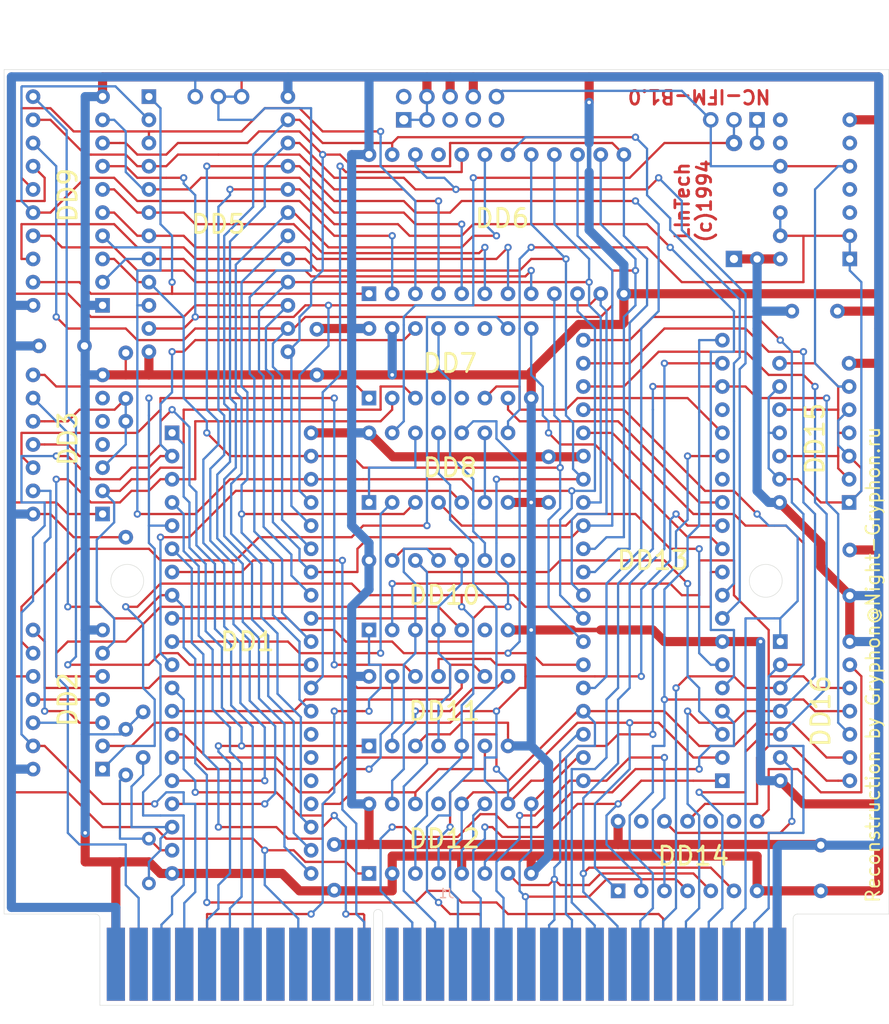
<source format=kicad_pcb>
(kicad_pcb (version 20171130) (host pcbnew "(5.1.9)-1")
  (title_block (title NC-IFM) (rev 1.0) (company LInTech) (comment 1 gryphon@night-gryphon.ru) (comment 2 "Reconstruction by Night_Gryphon") (comment 4 "LInTech UKNC"))
  (layers (0 F.Cu signal) (31 B.Cu signal) (34 B.Paste user hide) (35 F.Paste user hide) (36 B.SilkS user hide) (37 F.SilkS user) (38 B.Mask user hide) (39 F.Mask user hide) (44 Edge.Cuts user))
  (net 0 "")
  (net 1 "Net-(J1-Pad58)")
  (net 2 "Net-(J1-Pad54)")
  (net 3 "Net-(J1-Pad52)")
  (net 4 "Net-(J1-Pad48)")
  (net 5 "Net-(J1-Pad46)")
  (net 6 "Net-(J1-Pad42)")
  (net 7 "Net-(J1-Pad40)")
  (net 8 "Net-(J1-Pad38)")
  (net 9 "Net-(J1-Pad36)")
  (net 10 "Net-(J1-Pad30)")
  (net 11 "Net-(J1-Pad28)")
  (net 12 "Net-(J1-Pad12)")
  (net 13 "Net-(J1-Pad22)")
  (net 14 "Net-(J1-Pad21)")
  (net 15 "Net-(J1-Pad20)")
  (net 16 "Net-(J1-Pad16)")
  (net 17 "Net-(J1-Pad15)")
  (net 18 "Net-(J1-Pad14)")
  (net 19 "Net-(J1-Pad8)")
  (net 20 "Net-(J1-Pad6)")
  (net 21 "Net-(J1-Pad4)")
  (net 22 "Net-(C1-Pad1)")
  (net 23 "Net-(C2-Pad1)")
  (net 24 "Net-(D1-Pad2)")
  (net 25 "Net-(DD2-Pad6)")
  (net 26 "Net-(DD2-Pad11)")
  (net 27 "Net-(DD2-Pad3)")
  (net 28 "Net-(DD2-Pad9)")
  (net 29 "Net-(DD3-Pad6)")
  (net 30 "Net-(DD3-Pad5)")
  (net 31 "Net-(DD3-Pad4)")
  (net 32 "Net-(DD3-Pad8)")
  (net 33 "Net-(DD6-Pad21)")
  (net 34 "Net-(DD7-Pad5)")
  (net 35 "Net-(DD7-Pad12)")
  (net 36 "Net-(DD7-Pad4)")
  (net 37 "Net-(DD7-Pad11)")
  (net 38 "Net-(DD8-Pad6)")
  (net 39 "Net-(DD8-Pad1)")
  (net 40 "Net-(DD10-Pad6)")
  (net 41 "Net-(DD10-Pad5)")
  (net 42 "Net-(DD10-Pad11)")
  (net 43 "Net-(DD10-Pad10)")
  (net 44 "Net-(DD10-Pad9)")
  (net 45 "Net-(DD10-Pad2)")
  (net 46 "Net-(DD10-Pad8)")
  (net 47 "Net-(DD11-Pad12)")
  (net 48 "Net-(DD11-Pad5)")
  (net 49 "Net-(DD11-Pad11)")
  (net 50 "Net-(DD11-Pad9)")
  (net 51 "Net-(DD11-Pad8)")
  (net 52 "Net-(DD12-Pad13)")
  (net 53 "Net-(DD13-Pad17)")
  (net 54 "Net-(DD13-Pad16)")
  (net 55 "Net-(DD13-Pad14)")
  (net 56 "Net-(DD13-Pad13)")
  (net 57 "Net-(DD13-Pad11)")
  (net 58 "Net-(DD13-Pad6)")
  (net 59 "Net-(DD14-Pad12)")
  (net 60 "Net-(DD14-Pad11)")
  (net 61 "Net-(DD14-Pad8)")
  (net 62 "Net-(DD15-Pad10)")
  (net 63 "Net-(DD15-Pad1)")
  (net 64 MODE2_STOP)
  (net 65 DMR)
  (net 66 GND)
  (net 67 +5V)
  (net 68 AD15)
  (net 69 4608KHZ)
  (net 70 AD14)
  (net 71 AD13)
  (net 72 AD12)
  (net 73 SACK)
  (net 74 AD11)
  (net 75 AD10)
  (net 76 AD9)
  (net 77 ST)
  (net 78 AD8)
  (net 79 AD7)
  (net 80 AD6)
  (net 81 AD5)
  (net 82 AD4)
  (net 83 ALCO)
  (net 84 AD3)
  (net 85 DLCO)
  (net 86 AD2)
  (net 87 AD1)
  (net 88 AD0)
  (net 89 VIRQ)
  (net 90 BS)
  (net 91 MODE1)
  (net 92 IAKO)
  (net 93 INIT)
  (net 94 DMGO)
  (net 95 WTBT)
  (net 96 A16)
  (net 97 SYNC)
  (net 98 DIN)
  (net 99 RPLY)
  (net 100 DOUT)
  (net 101 "Net-(LAN1-Pad9)")
  (net 102 "Net-(LAN1-Pad7)")
  (net 103 "Net-(LAN1-Pad5)")
  (net 104 "Net-(LAN1-Pad2)")
  (net 105 "Net-(Q1-Pad1)")
  (net 106 "Net-(WS1-Pad6)")
  (net 107 "Net-(WS1-Pad11)")
  (net 108 "Net-(WS1-Pad4)")
  (net 109 "Net-(WS1-Pad9)")
  (net 110 "Net-(WS1-Pad8)")
  (net 111 MCU_AD0)
  (net 112 MCU_AD1)
  (net 113 MCU_AD2)
  (net 114 MCU_RD)
  (net 115 MCU_AD3)
  (net 116 MCU_WR)
  (net 117 MCU_AD4)
  (net 118 MCU_AD5)
  (net 119 MCU_AD6)
  (net 120 MCU_AD7)
  (net 121 MCU_ALE)
  (net 122 MCU_PSEN)
  (net 123 MCU_A15)
  (net 124 MCU_A14)
  (net 125 MCU_A13)
  (net 126 MCU_A12)
  (net 127 MCU_A11)
  (net 128 MCU_A10)
  (net 129 MCU_A9)
  (net 130 MCU_A8)
  (net 131 MCU_EA)
  (net 132 "Net-(C3-Pad2)")
  (net 133 M_A0)
  (net 134 M_A1)
  (net 135 M_A2)
  (net 136 M_A3)
  (net 137 M_A4)
  (net 138 M_A5)
  (net 139 M_A6)
  (net 140 M_A7)
  (net 141 MCU_INT1)
  (net 142 MCU_INT0)
  (net 143 MCU_TXD)
  (net 144 MCU_RXD)
  (net 145 MCU_RESET)
  (net 146 "Net-(WS1-Pad3)")
  (net 147 MCU_P3-5)
  (net 148 MCU_P3-4)
  (module MountingHole:MountingHole_2.1mm (layer F.Cu) (at 93 51.5)
    (fp_text reference REF** hide)
    (fp_text value MountingHole_2.1mm hide)
    (pad "" np_thru_hole circle (at 0 0) (size 1 1) (drill 1) (layers *.Cu *.Mask))
  )
  (module MountingHole:MountingHole_2.1mm (layer F.Cu) (at 114 51.5)
    (fp_text reference REF** hide)
    (fp_text value MountingHole_2.1mm hide)
    (pad "" np_thru_hole circle (at 0 0) (size 1 1) (drill 1) (layers *.Cu *.Mask))
  )
  (module Connector_PinHeader_2.54mm:PinHeader_2x05_P2.54mm_Horizontal (layer F.Cu) (at 98.815 52.005 90)
    (fp_text reference LAN1 hide)
    (fp_text value ОНП-КГ-56-10/33х7,4-В53 hide)
    (pad 10 thru_hole oval (at 2.54 10.16 90) (size 1.7 1.7) (drill 1) (layers *.Cu *.Mask) (net 62 "Net-(DD15-Pad10)"))
    (pad 9 thru_hole oval (at 0 10.16 90) (size 1.7 1.7) (drill 1) (layers *.Cu *.Mask) (net 101 "Net-(LAN1-Pad9)"))
    (pad 8 thru_hole oval (at 2.54 7.62 90) (size 1.7 1.7) (drill 1) (layers *.Cu *.Mask) (net 66 GND))
    (pad 7 thru_hole oval (at 0 7.62 90) (size 1.7 1.7) (drill 1) (layers *.Cu *.Mask) (net 102 "Net-(LAN1-Pad7)"))
    (pad 6 thru_hole oval (at 2.54 5.08 90) (size 1.7 1.7) (drill 1) (layers *.Cu *.Mask) (net 66 GND))
    (pad 5 thru_hole oval (at 0 5.08 90) (size 1.7 1.7) (drill 1) (layers *.Cu *.Mask) (net 103 "Net-(LAN1-Pad5)"))
    (pad 4 thru_hole oval (at 2.54 2.54 90) (size 1.7 1.7) (drill 1) (layers *.Cu *.Mask) (net 66 GND))
    (pad 3 thru_hole oval (at 0 2.54 90) (size 1.7 1.7) (drill 1) (layers *.Cu *.Mask) (net 66 GND))
    (pad 2 thru_hole oval (at 2.54 0 90) (size 1.7 1.7) (drill 1) (layers *.Cu *.Mask) (net 104 "Net-(LAN1-Pad2)"))
    (pad 1 thru_hole rect (at 0 0 90) (size 1.7 1.7) (drill 1) (layers *.Cu *.Mask) (net 66 GND))
  )
  (module Crystal:Crystal_HC18-U_Horizontal (layer F.Cu) (at 70.875 130.745 270)
    (fp_text reference Y1 hide)
    (fp_text value 12MHz hide)
    (pad 2 thru_hole circle (at 4.9 0 270) (size 1.5 1.5) (drill 0.8) (layers *.Cu *.Mask) (net 23 "Net-(C2-Pad1)"))
    (pad 1 thru_hole circle (at 0 0 270) (size 1.5 1.5) (drill 0.8) (layers *.Cu *.Mask) (net 22 "Net-(C1-Pad1)"))
  )
  (module Lib-UKNC:C_Disc_D5.0mm_W2.5mm_P5.00mm (layer F.Cu) (at 144.535 136.46 90)
    (fp_text reference C10 hide)
    (fp_text value 150nf hide)
    (pad 2 thru_hole circle (at 5 0 90) (size 1.6 1.6) (drill 0.8) (layers *.Cu *.Mask) (net 67 +5V))
    (pad 1 thru_hole circle (at 0 0 90) (size 1.6 1.6) (drill 0.8) (layers *.Cu *.Mask) (net 66 GND))
  )
  (module Lib-UKNC:C_Disc_D5.0mm_W2.5mm_P5.00mm (layer F.Cu) (at 147.71 99.122 270)
    (fp_text reference C9 hide)
    (fp_text value 150nf hide)
    (pad 2 thru_hole circle (at 5 0 270) (size 1.6 1.6) (drill 0.8) (layers *.Cu *.Mask) (net 67 +5V))
    (pad 1 thru_hole circle (at 0 0 270) (size 1.6 1.6) (drill 0.8) (layers *.Cu *.Mask) (net 66 GND))
  )
  (module Lib-UKNC:C_Disc_D5.0mm_W2.5mm_P5.00mm (layer F.Cu) (at 141.36 72.96)
    (fp_text reference C8 hide)
    (fp_text value 150nf hide)
    (pad 2 thru_hole circle (at 5 0) (size 1.6 1.6) (drill 0.8) (layers *.Cu *.Mask) (net 66 GND))
    (pad 1 thru_hole circle (at 0 0) (size 1.6 1.6) (drill 0.8) (layers *.Cu *.Mask) (net 67 +5V))
  )
  (module Lib-UKNC:C_Disc_D5.0mm_W2.5mm_P5.00mm (layer F.Cu) (at 114.69 93.915 90)
    (fp_text reference C7 hide)
    (fp_text value 150nf hide)
    (pad 2 thru_hole circle (at 5 0 90) (size 1.6 1.6) (drill 0.8) (layers *.Cu *.Mask) (net 67 +5V))
    (pad 1 thru_hole circle (at 0 0 90) (size 1.6 1.6) (drill 0.8) (layers *.Cu *.Mask) (net 66 GND))
  )
  (module Lib-UKNC:C_Disc_D5.0mm_W2.5mm_P5.00mm (layer F.Cu) (at 91.195 136.38 90)
    (fp_text reference C6 hide)
    (fp_text value 150nf hide)
    (pad 2 thru_hole circle (at 5 0 90) (size 1.6 1.6) (drill 0.8) (layers *.Cu *.Mask) (net 67 +5V))
    (pad 1 thru_hole circle (at 0 0 90) (size 1.6 1.6) (drill 0.8) (layers *.Cu *.Mask) (net 66 GND))
  )
  (module Lib-UKNC:C_Disc_D5.0mm_W2.5mm_P5.00mm (layer F.Cu) (at 89.29 79.945 90)
    (fp_text reference C5 hide)
    (fp_text value 150nf hide)
    (pad 2 thru_hole circle (at 5 0 90) (size 1.6 1.6) (drill 0.8) (layers *.Cu *.Mask) (net 67 +5V))
    (pad 1 thru_hole circle (at 0 0 90) (size 1.6 1.6) (drill 0.8) (layers *.Cu *.Mask) (net 66 GND))
  )
  (module Lib-UKNC:C_Disc_D5.0mm_W2.5mm_P5.00mm (layer F.Cu) (at 63.81 76.77 180)
    (fp_text reference C4 hide)
    (fp_text value 150nf hide)
    (pad 2 thru_hole circle (at 5 0 180) (size 1.6 1.6) (drill 0.8) (layers *.Cu *.Mask) (net 67 +5V))
    (pad 1 thru_hole circle (at 0 0 180) (size 1.6 1.6) (drill 0.8) (layers *.Cu *.Mask) (net 66 GND))
  )
  (module Lib-UKNC:C_Disc_D5.0mm_W2.5mm_P5.00mm (layer F.Cu) (at 68.335 77.532 270)
    (fp_text reference C3 hide)
    (fp_text value 160pf hide)
    (pad 2 thru_hole circle (at 5 0 270) (size 1.6 1.6) (drill 0.8) (layers *.Cu *.Mask) (net 132 "Net-(C3-Pad2)"))
    (pad 1 thru_hole circle (at 0 0 270) (size 1.6 1.6) (drill 0.8) (layers *.Cu *.Mask) (net 66 GND))
  )
  (module Lib-UKNC:C_Disc_D5.0mm_W2.5mm_P5.00mm (layer F.Cu) (at 70.24 121.855 90)
    (fp_text reference C2 hide)
    (fp_text value 18pf hide)
    (pad 2 thru_hole circle (at 5 0 90) (size 1.6 1.6) (drill 0.8) (layers *.Cu *.Mask) (net 66 GND))
    (pad 1 thru_hole circle (at 0 0 90) (size 1.6 1.6) (drill 0.8) (layers *.Cu *.Mask) (net 23 "Net-(C2-Pad1)"))
  )
  (module Lib-UKNC:C_Disc_D5.0mm_W2.5mm_P5.00mm (layer F.Cu) (at 68.335 123.76 90)
    (fp_text reference C1 hide)
    (fp_text value 18pf hide)
    (pad 2 thru_hole circle (at 5 0 90) (size 1.6 1.6) (drill 0.8) (layers *.Cu *.Mask) (net 66 GND))
    (pad 1 thru_hole circle (at 0 0 90) (size 1.6 1.6) (drill 0.8) (layers *.Cu *.Mask) (net 22 "Net-(C1-Pad1)"))
  )
  (module Diode_THT:D_A-405_P12.70mm_Horizontal (layer F.Cu) (at 135.01 67.245 90)
    (fp_text reference D1 hide)
    (fp_text value КД522Б hide)
    (pad 2 thru_hole oval (at 12.7 0 90) (size 1.8 1.8) (drill 0.9) (layers *.Cu *.Mask) (net 24 "Net-(D1-Pad2)"))
    (pad 1 thru_hole rect (at 0 0 90) (size 1.8 1.8) (drill 0.9) (layers *.Cu *.Mask) (net 67 +5V))
  )
  (module Connector_PinHeader_2.54mm:PinHeader_1x03_P2.54mm_Vertical (layer F.Cu) (at 137.55 52.005 270)
    (fp_text reference Q1 hide)
    (fp_text value КТ315Г hide)
    (pad 3 thru_hole oval (at 0 5.08 270) (size 1.7 1.7) (drill 1) (layers *.Cu *.Mask) (net 62 "Net-(DD15-Pad10)"))
    (pad 2 thru_hole oval (at 0 2.54 270) (size 1.7 1.7) (drill 1) (layers *.Cu *.Mask) (net 24 "Net-(D1-Pad2)"))
    (pad 1 thru_hole rect (at 0 0 270) (size 1.7 1.7) (drill 1) (layers *.Cu *.Mask) (net 105 "Net-(Q1-Pad1)"))
  )
  (module Lib-UKNC:DIP-14_W7.62mm (layer F.Cu) (at 147.71 67.245 180)
    (fp_text reference WS1 hide)
    (fp_text value ~ hide)
    (pad 14 thru_hole oval (at 7.62 0 180) (size 1.6 1.6) (drill 0.8) (layers *.Cu *.Mask) (net 67 +5V))
    (pad 7 thru_hole oval (at 0 15.24 180) (size 1.6 1.6) (drill 0.8) (layers *.Cu *.Mask) (net 66 GND))
    (pad 13 thru_hole oval (at 7.62 2.54 180) (size 1.6 1.6) (drill 0.8) (layers *.Cu *.Mask) (net 63 "Net-(DD15-Pad1)"))
    (pad 6 thru_hole oval (at 0 12.7 180) (size 1.6 1.6) (drill 0.8) (layers *.Cu *.Mask) (net 106 "Net-(WS1-Pad6)"))
    (pad 12 thru_hole oval (at 7.62 5.08 180) (size 1.6 1.6) (drill 0.8) (layers *.Cu *.Mask) (net 63 "Net-(DD15-Pad1)"))
    (pad 5 thru_hole oval (at 0 10.16 180) (size 1.6 1.6) (drill 0.8) (layers *.Cu *.Mask) (net 62 "Net-(DD15-Pad10)"))
    (pad 11 thru_hole oval (at 7.62 7.62 180) (size 1.6 1.6) (drill 0.8) (layers *.Cu *.Mask) (net 107 "Net-(WS1-Pad11)"))
    (pad 4 thru_hole oval (at 0 7.62 180) (size 1.6 1.6) (drill 0.8) (layers *.Cu *.Mask) (net 108 "Net-(WS1-Pad4)"))
    (pad 10 thru_hole oval (at 7.62 10.16 180) (size 1.6 1.6) (drill 0.8) (layers *.Cu *.Mask) (net 62 "Net-(DD15-Pad10)"))
    (pad 3 thru_hole oval (at 0 5.08 180) (size 1.6 1.6) (drill 0.8) (layers *.Cu *.Mask) (net 146 "Net-(WS1-Pad3)"))
    (pad 9 thru_hole oval (at 7.62 12.7 180) (size 1.6 1.6) (drill 0.8) (layers *.Cu *.Mask) (net 109 "Net-(WS1-Pad9)"))
    (pad 2 thru_hole oval (at 0 2.54 180) (size 1.6 1.6) (drill 0.8) (layers *.Cu *.Mask) (net 63 "Net-(DD15-Pad1)"))
    (pad 8 thru_hole oval (at 7.62 15.24 180) (size 1.6 1.6) (drill 0.8) (layers *.Cu *.Mask) (net 110 "Net-(WS1-Pad8)"))
    (pad 1 thru_hole rect (at 0 0 180) (size 1.6 1.6) (drill 0.8) (layers *.Cu *.Mask) (net 63 "Net-(DD15-Pad1)"))
  )
  (module Lib-UKNC:R_Axial_DIN0309_L9.0mm_D3.2mm_P12.70mm_Horizontal (layer F.Cu) (at 137.55 67.245 90)
    (fp_text reference R2)
    (fp_text value 4K3)
    (pad 2 thru_hole oval (at 12.7 0 90) (size 1.6 1.6) (drill 0.8) (layers *.Cu *.Mask) (net 105 "Net-(Q1-Pad1)"))
    (pad 1 thru_hole circle (at 0 0 90) (size 1.6 1.6) (drill 0.8) (layers *.Cu *.Mask) (net 67 +5V))
  )
  (module Lib-UKNC:R_Axial_DIN0309_L9.0mm_D3.2mm_P12.70mm_Horizontal (layer F.Cu) (at 68.335 97.725 90)
    (fp_text reference R1 hide)
    (fp_text value 15K hide)
    (pad 2 thru_hole oval (at 12.7 0 90) (size 1.6 1.6) (drill 0.8) (layers *.Cu *.Mask) (net 132 "Net-(C3-Pad2)"))
    (pad 1 thru_hole circle (at 0 0 90) (size 1.6 1.6) (drill 0.8) (layers *.Cu *.Mask) (net 67 +5V))
  )
  (module Lib-UKNC:DIP-14_W7.62mm (layer F.Cu) (at 140.09 109.155)
    (fp_text reference DD16 (at 4.445 7.62 90) (layer F.SilkS) (effects (font (size 2 2) (thickness 0.3))))
    (fp_text value 1533LE4 hide)
    (pad 14 thru_hole oval (at 7.62 0) (size 1.6 1.6) (drill 0.8) (layers *.Cu *.Mask) (net 67 +5V))
    (pad 7 thru_hole oval (at 0 15.24) (size 1.6 1.6) (drill 0.8) (layers *.Cu *.Mask) (net 66 GND))
    (pad 13 thru_hole oval (at 7.62 2.54) (size 1.6 1.6) (drill 0.8) (layers *.Cu *.Mask) (net 61 "Net-(DD14-Pad8)"))
    (pad 6 thru_hole oval (at 0 12.7) (size 1.6 1.6) (drill 0.8) (layers *.Cu *.Mask) (net 59 "Net-(DD14-Pad12)"))
    (pad 12 thru_hole oval (at 7.62 5.08) (size 1.6 1.6) (drill 0.8) (layers *.Cu *.Mask) (net 45 "Net-(DD10-Pad2)"))
    (pad 5 thru_hole oval (at 0 10.16) (size 1.6 1.6) (drill 0.8) (layers *.Cu *.Mask) (net 71 AD13))
    (pad 11 thru_hole oval (at 7.62 7.62) (size 1.6 1.6) (drill 0.8) (layers *.Cu *.Mask) (net 75 AD10))
    (pad 4 thru_hole oval (at 0 7.62) (size 1.6 1.6) (drill 0.8) (layers *.Cu *.Mask) (net 72 AD12))
    (pad 10 thru_hole oval (at 7.62 10.16) (size 1.6 1.6) (drill 0.8) (layers *.Cu *.Mask) (net 78 AD8))
    (pad 3 thru_hole oval (at 0 5.08) (size 1.6 1.6) (drill 0.8) (layers *.Cu *.Mask) (net 74 AD11))
    (pad 9 thru_hole oval (at 7.62 12.7) (size 1.6 1.6) (drill 0.8) (layers *.Cu *.Mask) (net 79 AD7))
    (pad 2 thru_hole oval (at 0 2.54) (size 1.6 1.6) (drill 0.8) (layers *.Cu *.Mask) (net 68 AD15))
    (pad 8 thru_hole oval (at 7.62 15.24) (size 1.6 1.6) (drill 0.8) (layers *.Cu *.Mask) (net 60 "Net-(DD14-Pad11)"))
    (pad 1 thru_hole rect (at 0 0) (size 1.6 1.6) (drill 0.8) (layers *.Cu *.Mask) (net 70 AD14))
  )
  (module Lib-UKNC:DIP-14_W7.62mm (layer F.Cu) (at 147.635 93.915 180)
    (fp_text reference DD15 (at 3.735 6.985 90) (layer F.SilkS) (effects (font (size 2 2) (thickness 0.3))))
    (fp_text value 155LP9 hide)
    (pad 14 thru_hole oval (at 7.62 0 180) (size 1.6 1.6) (drill 0.8) (layers *.Cu *.Mask) (net 67 +5V))
    (pad 7 thru_hole oval (at 0 15.24 180) (size 1.6 1.6) (drill 0.8) (layers *.Cu *.Mask) (net 66 GND))
    (pad 13 thru_hole oval (at 7.62 2.54 180) (size 1.6 1.6) (drill 0.8) (layers *.Cu *.Mask) (net 63 "Net-(DD15-Pad1)"))
    (pad 6 thru_hole oval (at 0 12.7 180) (size 1.6 1.6) (drill 0.8) (layers *.Cu *.Mask) (net 62 "Net-(DD15-Pad10)"))
    (pad 12 thru_hole oval (at 7.62 5.08 180) (size 1.6 1.6) (drill 0.8) (layers *.Cu *.Mask) (net 62 "Net-(DD15-Pad10)"))
    (pad 5 thru_hole oval (at 0 10.16 180) (size 1.6 1.6) (drill 0.8) (layers *.Cu *.Mask) (net 63 "Net-(DD15-Pad1)"))
    (pad 11 thru_hole oval (at 7.62 7.62 180) (size 1.6 1.6) (drill 0.8) (layers *.Cu *.Mask) (net 63 "Net-(DD15-Pad1)"))
    (pad 4 thru_hole oval (at 0 7.62 180) (size 1.6 1.6) (drill 0.8) (layers *.Cu *.Mask) (net 62 "Net-(DD15-Pad10)"))
    (pad 10 thru_hole oval (at 7.62 10.16 180) (size 1.6 1.6) (drill 0.8) (layers *.Cu *.Mask) (net 62 "Net-(DD15-Pad10)"))
    (pad 3 thru_hole oval (at 0 5.08 180) (size 1.6 1.6) (drill 0.8) (layers *.Cu *.Mask) (net 63 "Net-(DD15-Pad1)"))
    (pad 9 thru_hole oval (at 7.62 12.7 180) (size 1.6 1.6) (drill 0.8) (layers *.Cu *.Mask) (net 63 "Net-(DD15-Pad1)"))
    (pad 2 thru_hole oval (at 0 2.54 180) (size 1.6 1.6) (drill 0.8) (layers *.Cu *.Mask) (net 62 "Net-(DD15-Pad10)"))
    (pad 8 thru_hole oval (at 7.62 15.24 180) (size 1.6 1.6) (drill 0.8) (layers *.Cu *.Mask) (net 62 "Net-(DD15-Pad10)"))
    (pad 1 thru_hole rect (at 0 0 180) (size 1.6 1.6) (drill 0.8) (layers *.Cu *.Mask) (net 63 "Net-(DD15-Pad1)"))
  )
  (module Lib-UKNC:DIP-14_W7.62mm (layer F.Cu) (at 122.31 136.46 90)
    (fp_text reference DD14 (at 3.81 8.255 180) (layer F.SilkS) (effects (font (size 2 2) (thickness 0.3))))
    (fp_text value 1533LA2 hide)
    (pad 14 thru_hole oval (at 7.62 0 90) (size 1.6 1.6) (drill 0.8) (layers *.Cu *.Mask) (net 67 +5V))
    (pad 7 thru_hole oval (at 0 15.24 90) (size 1.6 1.6) (drill 0.8) (layers *.Cu *.Mask) (net 66 GND))
    (pad 13 thru_hole oval (at 7.62 2.54 90) (size 1.6 1.6) (drill 0.8) (layers *.Cu *.Mask))
    (pad 6 thru_hole oval (at 0 12.7 90) (size 1.6 1.6) (drill 0.8) (layers *.Cu *.Mask) (net 76 AD9))
    (pad 12 thru_hole oval (at 7.62 5.08 90) (size 1.6 1.6) (drill 0.8) (layers *.Cu *.Mask) (net 59 "Net-(DD14-Pad12)"))
    (pad 5 thru_hole oval (at 0 10.16 90) (size 1.6 1.6) (drill 0.8) (layers *.Cu *.Mask) (net 80 AD6))
    (pad 11 thru_hole oval (at 7.62 7.62 90) (size 1.6 1.6) (drill 0.8) (layers *.Cu *.Mask) (net 60 "Net-(DD14-Pad11)"))
    (pad 4 thru_hole oval (at 0 7.62 90) (size 1.6 1.6) (drill 0.8) (layers *.Cu *.Mask) (net 81 AD5))
    (pad 10 thru_hole oval (at 7.62 10.16 90) (size 1.6 1.6) (drill 0.8) (layers *.Cu *.Mask))
    (pad 3 thru_hole oval (at 0 5.08 90) (size 1.6 1.6) (drill 0.8) (layers *.Cu *.Mask) (net 82 AD4))
    (pad 9 thru_hole oval (at 7.62 12.7 90) (size 1.6 1.6) (drill 0.8) (layers *.Cu *.Mask))
    (pad 2 thru_hole oval (at 0 2.54 90) (size 1.6 1.6) (drill 0.8) (layers *.Cu *.Mask) (net 84 AD3))
    (pad 8 thru_hole oval (at 7.62 15.24 90) (size 1.6 1.6) (drill 0.8) (layers *.Cu *.Mask) (net 61 "Net-(DD14-Pad8)"))
    (pad 1 thru_hole rect (at 0 0 90) (size 1.6 1.6) (drill 0.8) (layers *.Cu *.Mask) (net 86 AD2))
  )
  (module Lib-UKNC:DIP-40_W15.24mm (layer F.Cu) (at 133.74 124.395 180)
    (fp_text reference DD13 (at 7.62 24.13) (layer F.SilkS) (effects (font (size 2 2) (thickness 0.3))))
    (fp_text value 580VV55A)
    (pad 40 thru_hole oval (at 15.24 0 180) (size 1.6 1.6) (drill 0.8) (layers *.Cu *.Mask) (net 82 AD4))
    (pad 20 thru_hole oval (at 0 48.26 180) (size 1.6 1.6) (drill 0.8) (layers *.Cu *.Mask) (net 75 AD10))
    (pad 39 thru_hole oval (at 15.24 2.54 180) (size 1.6 1.6) (drill 0.8) (layers *.Cu *.Mask) (net 81 AD5))
    (pad 19 thru_hole oval (at 0 45.72 180) (size 1.6 1.6) (drill 0.8) (layers *.Cu *.Mask) (net 76 AD9))
    (pad 38 thru_hole oval (at 15.24 5.08 180) (size 1.6 1.6) (drill 0.8) (layers *.Cu *.Mask) (net 80 AD6))
    (pad 18 thru_hole oval (at 0 43.18 180) (size 1.6 1.6) (drill 0.8) (layers *.Cu *.Mask) (net 78 AD8))
    (pad 37 thru_hole oval (at 15.24 7.62 180) (size 1.6 1.6) (drill 0.8) (layers *.Cu *.Mask) (net 79 AD7))
    (pad 17 thru_hole oval (at 0 40.64 180) (size 1.6 1.6) (drill 0.8) (layers *.Cu *.Mask) (net 53 "Net-(DD13-Pad17)"))
    (pad 36 thru_hole oval (at 15.24 10.16 180) (size 1.6 1.6) (drill 0.8) (layers *.Cu *.Mask) (net 116 MCU_WR))
    (pad 16 thru_hole oval (at 0 38.1 180) (size 1.6 1.6) (drill 0.8) (layers *.Cu *.Mask) (net 54 "Net-(DD13-Pad16)"))
    (pad 35 thru_hole oval (at 15.24 12.7 180) (size 1.6 1.6) (drill 0.8) (layers *.Cu *.Mask) (net 145 MCU_RESET))
    (pad 15 thru_hole oval (at 0 35.56 180) (size 1.6 1.6) (drill 0.8) (layers *.Cu *.Mask) (net 148 MCU_P3-4))
    (pad 34 thru_hole oval (at 15.24 15.24 180) (size 1.6 1.6) (drill 0.8) (layers *.Cu *.Mask) (net 111 MCU_AD0))
    (pad 14 thru_hole oval (at 0 33.02 180) (size 1.6 1.6) (drill 0.8) (layers *.Cu *.Mask) (net 55 "Net-(DD13-Pad14)"))
    (pad 33 thru_hole oval (at 15.24 17.78 180) (size 1.6 1.6) (drill 0.8) (layers *.Cu *.Mask) (net 112 MCU_AD1))
    (pad 13 thru_hole oval (at 0 30.48 180) (size 1.6 1.6) (drill 0.8) (layers *.Cu *.Mask) (net 56 "Net-(DD13-Pad13)"))
    (pad 32 thru_hole oval (at 15.24 20.32 180) (size 1.6 1.6) (drill 0.8) (layers *.Cu *.Mask) (net 113 MCU_AD2))
    (pad 12 thru_hole oval (at 0 27.94 180) (size 1.6 1.6) (drill 0.8) (layers *.Cu *.Mask) (net 49 "Net-(DD11-Pad11)"))
    (pad 31 thru_hole oval (at 15.24 22.86 180) (size 1.6 1.6) (drill 0.8) (layers *.Cu *.Mask) (net 115 MCU_AD3))
    (pad 11 thru_hole oval (at 0 25.4 180) (size 1.6 1.6) (drill 0.8) (layers *.Cu *.Mask) (net 57 "Net-(DD13-Pad11)"))
    (pad 30 thru_hole oval (at 15.24 25.4 180) (size 1.6 1.6) (drill 0.8) (layers *.Cu *.Mask) (net 117 MCU_AD4))
    (pad 10 thru_hole oval (at 0 22.86 180) (size 1.6 1.6) (drill 0.8) (layers *.Cu *.Mask) (net 48 "Net-(DD11-Pad5)"))
    (pad 29 thru_hole oval (at 15.24 27.94 180) (size 1.6 1.6) (drill 0.8) (layers *.Cu *.Mask) (net 118 MCU_AD5))
    (pad 9 thru_hole oval (at 0 20.32 180) (size 1.6 1.6) (drill 0.8) (layers *.Cu *.Mask) (net 130 MCU_A8))
    (pad 28 thru_hole oval (at 15.24 30.48 180) (size 1.6 1.6) (drill 0.8) (layers *.Cu *.Mask) (net 119 MCU_AD6))
    (pad 8 thru_hole oval (at 0 17.78 180) (size 1.6 1.6) (drill 0.8) (layers *.Cu *.Mask) (net 129 MCU_A9))
    (pad 27 thru_hole oval (at 15.24 33.02 180) (size 1.6 1.6) (drill 0.8) (layers *.Cu *.Mask) (net 120 MCU_AD7))
    (pad 7 thru_hole oval (at 0 15.24 180) (size 1.6 1.6) (drill 0.8) (layers *.Cu *.Mask) (net 66 GND))
    (pad 26 thru_hole oval (at 15.24 35.56 180) (size 1.6 1.6) (drill 0.8) (layers *.Cu *.Mask) (net 67 +5V))
    (pad 6 thru_hole oval (at 0 12.7 180) (size 1.6 1.6) (drill 0.8) (layers *.Cu *.Mask) (net 58 "Net-(DD13-Pad6)"))
    (pad 25 thru_hole oval (at 15.24 38.1 180) (size 1.6 1.6) (drill 0.8) (layers *.Cu *.Mask) (net 68 AD15))
    (pad 5 thru_hole oval (at 0 10.16 180) (size 1.6 1.6) (drill 0.8) (layers *.Cu *.Mask) (net 114 MCU_RD))
    (pad 24 thru_hole oval (at 15.24 40.64 180) (size 1.6 1.6) (drill 0.8) (layers *.Cu *.Mask) (net 70 AD14))
    (pad 4 thru_hole oval (at 0 7.62 180) (size 1.6 1.6) (drill 0.8) (layers *.Cu *.Mask) (net 88 AD0))
    (pad 23 thru_hole oval (at 15.24 43.18 180) (size 1.6 1.6) (drill 0.8) (layers *.Cu *.Mask) (net 71 AD13))
    (pad 3 thru_hole oval (at 0 5.08 180) (size 1.6 1.6) (drill 0.8) (layers *.Cu *.Mask) (net 87 AD1))
    (pad 22 thru_hole oval (at 15.24 45.72 180) (size 1.6 1.6) (drill 0.8) (layers *.Cu *.Mask) (net 72 AD12))
    (pad 2 thru_hole oval (at 0 2.54 180) (size 1.6 1.6) (drill 0.8) (layers *.Cu *.Mask) (net 86 AD2))
    (pad 21 thru_hole oval (at 15.24 48.26 180) (size 1.6 1.6) (drill 0.8) (layers *.Cu *.Mask) (net 74 AD11))
    (pad 1 thru_hole rect (at 0 0 180) (size 1.6 1.6) (drill 0.8) (layers *.Cu *.Mask) (net 84 AD3))
  )
  (module Lib-UKNC:DIP-16_W7.62mm (layer F.Cu) (at 95.005 134.555 90)
    (fp_text reference DD12 (at 3.81 8.255 180) (layer F.SilkS) (effects (font (size 2 2) (thickness 0.3))))
    (fp_text value 1533KP11)
    (pad 16 thru_hole oval (at 7.62 0 90) (size 1.6 1.6) (drill 0.8) (layers *.Cu *.Mask) (net 67 +5V))
    (pad 8 thru_hole oval (at 0 17.78 90) (size 1.6 1.6) (drill 0.8) (layers *.Cu *.Mask) (net 66 GND))
    (pad 15 thru_hole oval (at 7.62 2.54 90) (size 1.6 1.6) (drill 0.8) (layers *.Cu *.Mask) (net 51 "Net-(DD11-Pad8)"))
    (pad 7 thru_hole oval (at 0 15.24 90) (size 1.6 1.6) (drill 0.8) (layers *.Cu *.Mask) (net 80 AD6))
    (pad 14 thru_hole oval (at 7.62 5.08 90) (size 1.6 1.6) (drill 0.8) (layers *.Cu *.Mask) (net 142 MCU_INT0))
    (pad 6 thru_hole oval (at 0 12.7 90) (size 1.6 1.6) (drill 0.8) (layers *.Cu *.Mask) (net 49 "Net-(DD11-Pad11)"))
    (pad 13 thru_hole oval (at 7.62 7.62 90) (size 1.6 1.6) (drill 0.8) (layers *.Cu *.Mask) (net 52 "Net-(DD12-Pad13)"))
    (pad 5 thru_hole oval (at 0 10.16 90) (size 1.6 1.6) (drill 0.8) (layers *.Cu *.Mask) (net 66 GND))
    (pad 12 thru_hole oval (at 7.62 10.16 90) (size 1.6 1.6) (drill 0.8) (layers *.Cu *.Mask) (net 86 AD2))
    (pad 4 thru_hole oval (at 0 7.62 90) (size 1.6 1.6) (drill 0.8) (layers *.Cu *.Mask) (net 79 AD7))
    (pad 11 thru_hole oval (at 7.62 12.7 90) (size 1.6 1.6) (drill 0.8) (layers *.Cu *.Mask) (net 66 GND))
    (pad 3 thru_hole oval (at 0 5.08 90) (size 1.6 1.6) (drill 0.8) (layers *.Cu *.Mask) (net 48 "Net-(DD11-Pad5)"))
    (pad 10 thru_hole oval (at 7.62 15.24 90) (size 1.6 1.6) (drill 0.8) (layers *.Cu *.Mask) (net 148 MCU_P3-4))
    (pad 2 thru_hole oval (at 0 2.54 90) (size 1.6 1.6) (drill 0.8) (layers *.Cu *.Mask) (net 66 GND))
    (pad 9 thru_hole oval (at 7.62 17.78 90) (size 1.6 1.6) (drill 0.8) (layers *.Cu *.Mask) (net 81 AD5))
    (pad 1 thru_hole rect (at 0 0 90) (size 1.6 1.6) (drill 0.8) (layers *.Cu *.Mask) (net 92 IAKO))
  )
  (module Lib-UKNC:DIP-14_W7.62mm (layer F.Cu) (at 95.005 120.585 90)
    (fp_text reference DD11 (at 3.81 8.255 180) (layer F.SilkS) (effects (font (size 2 2) (thickness 0.3))))
    (fp_text value 555LN1 hide)
    (pad 14 thru_hole oval (at 7.62 0 90) (size 1.6 1.6) (drill 0.8) (layers *.Cu *.Mask) (net 67 +5V))
    (pad 7 thru_hole oval (at 0 15.24 90) (size 1.6 1.6) (drill 0.8) (layers *.Cu *.Mask) (net 66 GND))
    (pad 13 thru_hole oval (at 7.62 2.54 90) (size 1.6 1.6) (drill 0.8) (layers *.Cu *.Mask) (net 147 MCU_P3-5))
    (pad 6 thru_hole oval (at 0 12.7 90) (size 1.6 1.6) (drill 0.8) (layers *.Cu *.Mask) (net 142 MCU_INT0))
    (pad 12 thru_hole oval (at 7.62 5.08 90) (size 1.6 1.6) (drill 0.8) (layers *.Cu *.Mask) (net 47 "Net-(DD11-Pad12)"))
    (pad 5 thru_hole oval (at 0 10.16 90) (size 1.6 1.6) (drill 0.8) (layers *.Cu *.Mask) (net 48 "Net-(DD11-Pad5)"))
    (pad 11 thru_hole oval (at 7.62 7.62 90) (size 1.6 1.6) (drill 0.8) (layers *.Cu *.Mask) (net 49 "Net-(DD11-Pad11)"))
    (pad 4 thru_hole oval (at 0 7.62 90) (size 1.6 1.6) (drill 0.8) (layers *.Cu *.Mask) (net 43 "Net-(DD10-Pad10)"))
    (pad 10 thru_hole oval (at 7.62 10.16 90) (size 1.6 1.6) (drill 0.8) (layers *.Cu *.Mask) (net 141 MCU_INT1))
    (pad 3 thru_hole oval (at 0 5.08 90) (size 1.6 1.6) (drill 0.8) (layers *.Cu *.Mask) (net 66 GND))
    (pad 9 thru_hole oval (at 7.62 12.7 90) (size 1.6 1.6) (drill 0.8) (layers *.Cu *.Mask) (net 50 "Net-(DD11-Pad9)"))
    (pad 2 thru_hole oval (at 0 2.54 90) (size 1.6 1.6) (drill 0.8) (layers *.Cu *.Mask) (net 42 "Net-(DD10-Pad11)"))
    (pad 8 thru_hole oval (at 7.62 15.24 90) (size 1.6 1.6) (drill 0.8) (layers *.Cu *.Mask) (net 51 "Net-(DD11-Pad8)"))
    (pad 1 thru_hole rect (at 0 0 90) (size 1.6 1.6) (drill 0.8) (layers *.Cu *.Mask) (net 97 SYNC))
  )
  (module Lib-UKNC:DIP-14_W7.62mm (layer F.Cu) (at 95.005 107.885 90)
    (fp_text reference DD10 (at 3.81 8.255 180) (layer F.SilkS) (effects (font (size 2 2) (thickness 0.3))))
    (fp_text value 555TM2 hide)
    (pad 14 thru_hole oval (at 7.62 0 90) (size 1.6 1.6) (drill 0.8) (layers *.Cu *.Mask) (net 67 +5V))
    (pad 7 thru_hole oval (at 0 15.24 90) (size 1.6 1.6) (drill 0.8) (layers *.Cu *.Mask) (net 66 GND))
    (pad 13 thru_hole oval (at 7.62 2.54 90) (size 1.6 1.6) (drill 0.8) (layers *.Cu *.Mask) (net 43 "Net-(DD10-Pad10)"))
    (pad 6 thru_hole oval (at 0 12.7 90) (size 1.6 1.6) (drill 0.8) (layers *.Cu *.Mask) (net 40 "Net-(DD10-Pad6)"))
    (pad 12 thru_hole oval (at 7.62 5.08 90) (size 1.6 1.6) (drill 0.8) (layers *.Cu *.Mask) (net 87 AD1))
    (pad 5 thru_hole oval (at 0 10.16 90) (size 1.6 1.6) (drill 0.8) (layers *.Cu *.Mask) (net 41 "Net-(DD10-Pad5)"))
    (pad 11 thru_hole oval (at 7.62 7.62 90) (size 1.6 1.6) (drill 0.8) (layers *.Cu *.Mask) (net 42 "Net-(DD10-Pad11)"))
    (pad 4 thru_hole oval (at 0 7.62 90) (size 1.6 1.6) (drill 0.8) (layers *.Cu *.Mask) (net 43 "Net-(DD10-Pad10)"))
    (pad 10 thru_hole oval (at 7.62 10.16 90) (size 1.6 1.6) (drill 0.8) (layers *.Cu *.Mask) (net 43 "Net-(DD10-Pad10)"))
    (pad 3 thru_hole oval (at 0 5.08 90) (size 1.6 1.6) (drill 0.8) (layers *.Cu *.Mask) (net 42 "Net-(DD10-Pad11)"))
    (pad 9 thru_hole oval (at 7.62 12.7 90) (size 1.6 1.6) (drill 0.8) (layers *.Cu *.Mask) (net 44 "Net-(DD10-Pad9)"))
    (pad 2 thru_hole oval (at 0 2.54 90) (size 1.6 1.6) (drill 0.8) (layers *.Cu *.Mask) (net 45 "Net-(DD10-Pad2)"))
    (pad 8 thru_hole oval (at 7.62 15.24 90) (size 1.6 1.6) (drill 0.8) (layers *.Cu *.Mask) (net 46 "Net-(DD10-Pad8)"))
    (pad 1 thru_hole rect (at 0 0 90) (size 1.6 1.6) (drill 0.8) (layers *.Cu *.Mask) (net 96 A16))
  )
  (module Lib-UKNC:DIP-20_W7.62mm (layer F.Cu) (at 65.795 72.325 180)
    (fp_text reference DD9 (at 3.81 12.065 90) (layer F.SilkS) (effects (font (size 2 2) (thickness 0.3))))
    (fp_text value 1533IR22)
    (pad 20 thru_hole oval (at 7.62 0 180) (size 1.6 1.6) (drill 0.8) (layers *.Cu *.Mask) (net 67 +5V))
    (pad 10 thru_hole oval (at 0 22.86 180) (size 1.6 1.6) (drill 0.8) (layers *.Cu *.Mask) (net 66 GND))
    (pad 19 thru_hole oval (at 7.62 2.54 180) (size 1.6 1.6) (drill 0.8) (layers *.Cu *.Mask) (net 140 M_A7))
    (pad 9 thru_hole oval (at 0 20.32 180) (size 1.6 1.6) (drill 0.8) (layers *.Cu *.Mask) (net 136 M_A3))
    (pad 18 thru_hole oval (at 7.62 5.08 180) (size 1.6 1.6) (drill 0.8) (layers *.Cu *.Mask) (net 120 MCU_AD7))
    (pad 8 thru_hole oval (at 0 17.78 180) (size 1.6 1.6) (drill 0.8) (layers *.Cu *.Mask) (net 115 MCU_AD3))
    (pad 17 thru_hole oval (at 7.62 7.62 180) (size 1.6 1.6) (drill 0.8) (layers *.Cu *.Mask) (net 119 MCU_AD6))
    (pad 7 thru_hole oval (at 0 15.24 180) (size 1.6 1.6) (drill 0.8) (layers *.Cu *.Mask) (net 113 MCU_AD2))
    (pad 16 thru_hole oval (at 7.62 10.16 180) (size 1.6 1.6) (drill 0.8) (layers *.Cu *.Mask) (net 139 M_A6))
    (pad 6 thru_hole oval (at 0 12.7 180) (size 1.6 1.6) (drill 0.8) (layers *.Cu *.Mask) (net 135 M_A2))
    (pad 15 thru_hole oval (at 7.62 12.7 180) (size 1.6 1.6) (drill 0.8) (layers *.Cu *.Mask) (net 138 M_A5))
    (pad 5 thru_hole oval (at 0 10.16 180) (size 1.6 1.6) (drill 0.8) (layers *.Cu *.Mask) (net 134 M_A1))
    (pad 14 thru_hole oval (at 7.62 15.24 180) (size 1.6 1.6) (drill 0.8) (layers *.Cu *.Mask) (net 118 MCU_AD5))
    (pad 4 thru_hole oval (at 0 7.62 180) (size 1.6 1.6) (drill 0.8) (layers *.Cu *.Mask) (net 112 MCU_AD1))
    (pad 13 thru_hole oval (at 7.62 17.78 180) (size 1.6 1.6) (drill 0.8) (layers *.Cu *.Mask) (net 117 MCU_AD4))
    (pad 3 thru_hole oval (at 0 5.08 180) (size 1.6 1.6) (drill 0.8) (layers *.Cu *.Mask) (net 111 MCU_AD0))
    (pad 12 thru_hole oval (at 7.62 20.32 180) (size 1.6 1.6) (drill 0.8) (layers *.Cu *.Mask) (net 137 M_A4))
    (pad 2 thru_hole oval (at 0 2.54 180) (size 1.6 1.6) (drill 0.8) (layers *.Cu *.Mask) (net 133 M_A0))
    (pad 11 thru_hole oval (at 7.62 22.86 180) (size 1.6 1.6) (drill 0.8) (layers *.Cu *.Mask) (net 121 MCU_ALE))
    (pad 1 thru_hole rect (at 0 0 180) (size 1.6 1.6) (drill 0.8) (layers *.Cu *.Mask) (net 66 GND))
  )
  (module Lib-UKNC:DIP-14_W7.62mm (layer F.Cu) (at 95.005 93.915 90)
    (fp_text reference DD8 (at 3.81 8.89 180) (layer F.SilkS) (effects (font (size 2 2) (thickness 0.3))))
    (fp_text value 1533LN1 hide)
    (pad 14 thru_hole oval (at 7.62 0 90) (size 1.6 1.6) (drill 0.8) (layers *.Cu *.Mask) (net 67 +5V))
    (pad 7 thru_hole oval (at 0 15.24 90) (size 1.6 1.6) (drill 0.8) (layers *.Cu *.Mask) (net 66 GND))
    (pad 13 thru_hole oval (at 7.62 2.54 90) (size 1.6 1.6) (drill 0.8) (layers *.Cu *.Mask) (net 24 "Net-(D1-Pad2)"))
    (pad 6 thru_hole oval (at 0 12.7 90) (size 1.6 1.6) (drill 0.8) (layers *.Cu *.Mask) (net 38 "Net-(DD8-Pad6)"))
    (pad 12 thru_hole oval (at 7.62 5.08 90) (size 1.6 1.6) (drill 0.8) (layers *.Cu *.Mask) (net 39 "Net-(DD8-Pad1)"))
    (pad 5 thru_hole oval (at 0 10.16 90) (size 1.6 1.6) (drill 0.8) (layers *.Cu *.Mask) (net 143 MCU_TXD))
    (pad 11 thru_hole oval (at 7.62 7.62 90) (size 1.6 1.6) (drill 0.8) (layers *.Cu *.Mask) (net 83 ALCO))
    (pad 4 thru_hole oval (at 0 7.62 90) (size 1.6 1.6) (drill 0.8) (layers *.Cu *.Mask) (net 58 "Net-(DD13-Pad6)"))
    (pad 10 thru_hole oval (at 7.62 10.16 90) (size 1.6 1.6) (drill 0.8) (layers *.Cu *.Mask) (net 145 MCU_RESET))
    (pad 3 thru_hole oval (at 0 5.08 90) (size 1.6 1.6) (drill 0.8) (layers *.Cu *.Mask) (net 123 MCU_A15))
    (pad 9 thru_hole oval (at 7.62 12.7 90) (size 1.6 1.6) (drill 0.8) (layers *.Cu *.Mask) (net 38 "Net-(DD8-Pad6)"))
    (pad 2 thru_hole oval (at 0 2.54 90) (size 1.6 1.6) (drill 0.8) (layers *.Cu *.Mask) (net 144 MCU_RXD))
    (pad 8 thru_hole oval (at 7.62 15.24 90) (size 1.6 1.6) (drill 0.8) (layers *.Cu *.Mask) (net 63 "Net-(DD15-Pad1)"))
    (pad 1 thru_hole rect (at 0 0 90) (size 1.6 1.6) (drill 0.8) (layers *.Cu *.Mask) (net 39 "Net-(DD8-Pad1)"))
  )
  (module Lib-UKNC:DIP-16_W7.62mm (layer F.Cu) (at 95.005 82.485 90)
    (fp_text reference DD7 (at 3.81 8.89 180) (layer F.SilkS) (effects (font (size 2 2) (thickness 0.3))))
    (fp_text value 555ID4)
    (pad 16 thru_hole oval (at 7.62 0 90) (size 1.6 1.6) (drill 0.8) (layers *.Cu *.Mask) (net 67 +5V))
    (pad 8 thru_hole oval (at 0 17.78 90) (size 1.6 1.6) (drill 0.8) (layers *.Cu *.Mask) (net 66 GND))
    (pad 15 thru_hole oval (at 7.62 2.54 90) (size 1.6 1.6) (drill 0.8) (layers *.Cu *.Mask) (net 66 GND))
    (pad 7 thru_hole oval (at 0 15.24 90) (size 1.6 1.6) (drill 0.8) (layers *.Cu *.Mask) (net 56 "Net-(DD13-Pad13)"))
    (pad 14 thru_hole oval (at 7.62 5.08 90) (size 1.6 1.6) (drill 0.8) (layers *.Cu *.Mask) (net 98 DIN))
    (pad 6 thru_hole oval (at 0 12.7 90) (size 1.6 1.6) (drill 0.8) (layers *.Cu *.Mask) (net 54 "Net-(DD13-Pad16)"))
    (pad 13 thru_hole oval (at 7.62 7.62 90) (size 1.6 1.6) (drill 0.8) (layers *.Cu *.Mask) (net 44 "Net-(DD10-Pad9)"))
    (pad 5 thru_hole oval (at 0 10.16 90) (size 1.6 1.6) (drill 0.8) (layers *.Cu *.Mask) (net 34 "Net-(DD7-Pad5)"))
    (pad 12 thru_hole oval (at 7.62 10.16 90) (size 1.6 1.6) (drill 0.8) (layers *.Cu *.Mask) (net 35 "Net-(DD7-Pad12)"))
    (pad 4 thru_hole oval (at 0 7.62 90) (size 1.6 1.6) (drill 0.8) (layers *.Cu *.Mask) (net 36 "Net-(DD7-Pad4)"))
    (pad 11 thru_hole oval (at 7.62 12.7 90) (size 1.6 1.6) (drill 0.8) (layers *.Cu *.Mask) (net 37 "Net-(DD7-Pad11)"))
    (pad 3 thru_hole oval (at 0 5.08 90) (size 1.6 1.6) (drill 0.8) (layers *.Cu *.Mask) (net 25 "Net-(DD2-Pad6)"))
    (pad 10 thru_hole oval (at 7.62 15.24 90) (size 1.6 1.6) (drill 0.8) (layers *.Cu *.Mask) (net 28 "Net-(DD2-Pad9)"))
    (pad 2 thru_hole oval (at 0 2.54 90) (size 1.6 1.6) (drill 0.8) (layers *.Cu *.Mask) (net 100 DOUT))
    (pad 9 thru_hole oval (at 7.62 17.78 90) (size 1.6 1.6) (drill 0.8) (layers *.Cu *.Mask) (net 57 "Net-(DD13-Pad11)"))
    (pad 1 thru_hole rect (at 0 0 90) (size 1.6 1.6) (drill 0.8) (layers *.Cu *.Mask) (net 32 "Net-(DD3-Pad8)"))
  )
  (module Lib-UKNC:DIP-24_W15.24mm (layer F.Cu) (at 95.005 71.055 90)
    (fp_text reference DD6 (at 8.255 14.605 180) (layer F.SilkS) (effects (font (size 2 2) (thickness 0.3))))
    (fp_text value 573RF5)
    (pad 24 thru_hole oval (at 15.24 0 90) (size 1.6 1.6) (drill 0.8) (layers *.Cu *.Mask) (net 67 +5V))
    (pad 12 thru_hole oval (at 0 27.94 90) (size 1.6 1.6) (drill 0.8) (layers *.Cu *.Mask) (net 66 GND))
    (pad 23 thru_hole oval (at 15.24 2.54 90) (size 1.6 1.6) (drill 0.8) (layers *.Cu *.Mask) (net 130 MCU_A8))
    (pad 11 thru_hole oval (at 0 25.4 90) (size 1.6 1.6) (drill 0.8) (layers *.Cu *.Mask) (net 113 MCU_AD2))
    (pad 22 thru_hole oval (at 15.24 5.08 90) (size 1.6 1.6) (drill 0.8) (layers *.Cu *.Mask) (net 129 MCU_A9))
    (pad 10 thru_hole oval (at 0 22.86 90) (size 1.6 1.6) (drill 0.8) (layers *.Cu *.Mask) (net 112 MCU_AD1))
    (pad 21 thru_hole oval (at 15.24 7.62 90) (size 1.6 1.6) (drill 0.8) (layers *.Cu *.Mask) (net 33 "Net-(DD6-Pad21)"))
    (pad 9 thru_hole oval (at 0 20.32 90) (size 1.6 1.6) (drill 0.8) (layers *.Cu *.Mask) (net 111 MCU_AD0))
    (pad 20 thru_hole oval (at 15.24 10.16 90) (size 1.6 1.6) (drill 0.8) (layers *.Cu *.Mask) (net 122 MCU_PSEN))
    (pad 8 thru_hole oval (at 0 17.78 90) (size 1.6 1.6) (drill 0.8) (layers *.Cu *.Mask) (net 133 M_A0))
    (pad 19 thru_hole oval (at 15.24 12.7 90) (size 1.6 1.6) (drill 0.8) (layers *.Cu *.Mask) (net 128 MCU_A10))
    (pad 7 thru_hole oval (at 0 15.24 90) (size 1.6 1.6) (drill 0.8) (layers *.Cu *.Mask) (net 134 M_A1))
    (pad 18 thru_hole oval (at 15.24 15.24 90) (size 1.6 1.6) (drill 0.8) (layers *.Cu *.Mask) (net 66 GND))
    (pad 6 thru_hole oval (at 0 12.7 90) (size 1.6 1.6) (drill 0.8) (layers *.Cu *.Mask) (net 135 M_A2))
    (pad 17 thru_hole oval (at 15.24 17.78 90) (size 1.6 1.6) (drill 0.8) (layers *.Cu *.Mask) (net 120 MCU_AD7))
    (pad 5 thru_hole oval (at 0 10.16 90) (size 1.6 1.6) (drill 0.8) (layers *.Cu *.Mask) (net 136 M_A3))
    (pad 16 thru_hole oval (at 15.24 20.32 90) (size 1.6 1.6) (drill 0.8) (layers *.Cu *.Mask) (net 119 MCU_AD6))
    (pad 4 thru_hole oval (at 0 7.62 90) (size 1.6 1.6) (drill 0.8) (layers *.Cu *.Mask) (net 137 M_A4))
    (pad 15 thru_hole oval (at 15.24 22.86 90) (size 1.6 1.6) (drill 0.8) (layers *.Cu *.Mask) (net 118 MCU_AD5))
    (pad 3 thru_hole oval (at 0 5.08 90) (size 1.6 1.6) (drill 0.8) (layers *.Cu *.Mask) (net 138 M_A5))
    (pad 14 thru_hole oval (at 15.24 25.4 90) (size 1.6 1.6) (drill 0.8) (layers *.Cu *.Mask) (net 117 MCU_AD4))
    (pad 2 thru_hole oval (at 0 2.54 90) (size 1.6 1.6) (drill 0.8) (layers *.Cu *.Mask) (net 139 M_A6))
    (pad 13 thru_hole oval (at 15.24 27.94 90) (size 1.6 1.6) (drill 0.8) (layers *.Cu *.Mask) (net 115 MCU_AD3))
    (pad 1 thru_hole rect (at 0 0 90) (size 1.6 1.6) (drill 0.8) (layers *.Cu *.Mask) (net 140 M_A7))
  )
  (module Lib-UKNC:DIP-24_W15.24mm (layer F.Cu) (at 70.875 49.465)
    (fp_text reference DD5 (at 7.62 13.97) (layer F.SilkS) (effects (font (size 2 2) (thickness 0.3))))
    (fp_text value 537RU10)
    (pad 24 thru_hole oval (at 15.24 0) (size 1.6 1.6) (drill 0.8) (layers *.Cu *.Mask) (net 67 +5V))
    (pad 12 thru_hole oval (at 0 27.94) (size 1.6 1.6) (drill 0.8) (layers *.Cu *.Mask) (net 66 GND))
    (pad 23 thru_hole oval (at 15.24 2.54) (size 1.6 1.6) (drill 0.8) (layers *.Cu *.Mask) (net 130 MCU_A8))
    (pad 11 thru_hole oval (at 0 25.4) (size 1.6 1.6) (drill 0.8) (layers *.Cu *.Mask) (net 113 MCU_AD2))
    (pad 22 thru_hole oval (at 15.24 5.08) (size 1.6 1.6) (drill 0.8) (layers *.Cu *.Mask) (net 129 MCU_A9))
    (pad 10 thru_hole oval (at 0 22.86) (size 1.6 1.6) (drill 0.8) (layers *.Cu *.Mask) (net 112 MCU_AD1))
    (pad 21 thru_hole oval (at 15.24 7.62) (size 1.6 1.6) (drill 0.8) (layers *.Cu *.Mask) (net 116 MCU_WR))
    (pad 9 thru_hole oval (at 0 20.32) (size 1.6 1.6) (drill 0.8) (layers *.Cu *.Mask) (net 111 MCU_AD0))
    (pad 20 thru_hole oval (at 15.24 10.16) (size 1.6 1.6) (drill 0.8) (layers *.Cu *.Mask) (net 114 MCU_RD))
    (pad 8 thru_hole oval (at 0 17.78) (size 1.6 1.6) (drill 0.8) (layers *.Cu *.Mask) (net 133 M_A0))
    (pad 19 thru_hole oval (at 15.24 12.7) (size 1.6 1.6) (drill 0.8) (layers *.Cu *.Mask) (net 128 MCU_A10))
    (pad 7 thru_hole oval (at 0 15.24) (size 1.6 1.6) (drill 0.8) (layers *.Cu *.Mask) (net 134 M_A1))
    (pad 18 thru_hole oval (at 15.24 15.24) (size 1.6 1.6) (drill 0.8) (layers *.Cu *.Mask) (net 123 MCU_A15))
    (pad 6 thru_hole oval (at 0 12.7) (size 1.6 1.6) (drill 0.8) (layers *.Cu *.Mask) (net 135 M_A2))
    (pad 17 thru_hole oval (at 15.24 17.78) (size 1.6 1.6) (drill 0.8) (layers *.Cu *.Mask) (net 120 MCU_AD7))
    (pad 5 thru_hole oval (at 0 10.16) (size 1.6 1.6) (drill 0.8) (layers *.Cu *.Mask) (net 136 M_A3))
    (pad 16 thru_hole oval (at 15.24 20.32) (size 1.6 1.6) (drill 0.8) (layers *.Cu *.Mask) (net 119 MCU_AD6))
    (pad 4 thru_hole oval (at 0 7.62) (size 1.6 1.6) (drill 0.8) (layers *.Cu *.Mask) (net 137 M_A4))
    (pad 15 thru_hole oval (at 15.24 22.86) (size 1.6 1.6) (drill 0.8) (layers *.Cu *.Mask) (net 118 MCU_AD5))
    (pad 3 thru_hole oval (at 0 5.08) (size 1.6 1.6) (drill 0.8) (layers *.Cu *.Mask) (net 138 M_A5))
    (pad 14 thru_hole oval (at 15.24 25.4) (size 1.6 1.6) (drill 0.8) (layers *.Cu *.Mask) (net 117 MCU_AD4))
    (pad 2 thru_hole oval (at 0 2.54) (size 1.6 1.6) (drill 0.8) (layers *.Cu *.Mask) (net 139 M_A6))
    (pad 13 thru_hole oval (at 15.24 27.94) (size 1.6 1.6) (drill 0.8) (layers *.Cu *.Mask) (net 115 MCU_AD3))
    (pad 1 thru_hole rect (at 0 0) (size 1.6 1.6) (drill 0.8) (layers *.Cu *.Mask) (net 140 M_A7))
  )
  (module Lib-UKNC:DIP-14_W7.62mm (layer F.Cu) (at 65.795 95.185 180)
    (fp_text reference DD3 (at 3.81 8.255 90) (layer F.SilkS) (effects (font (size 2 2) (thickness 0.3))))
    (fp_text value 1533LA9 hide)
    (pad 14 thru_hole oval (at 7.62 0 180) (size 1.6 1.6) (drill 0.8) (layers *.Cu *.Mask) (net 67 +5V))
    (pad 7 thru_hole oval (at 0 15.24 180) (size 1.6 1.6) (drill 0.8) (layers *.Cu *.Mask) (net 66 GND))
    (pad 13 thru_hole oval (at 7.62 2.54 180) (size 1.6 1.6) (drill 0.8) (layers *.Cu *.Mask) (net 27 "Net-(DD2-Pad3)"))
    (pad 6 thru_hole oval (at 0 12.7 180) (size 1.6 1.6) (drill 0.8) (layers *.Cu *.Mask) (net 29 "Net-(DD3-Pad6)"))
    (pad 12 thru_hole oval (at 7.62 5.08 180) (size 1.6 1.6) (drill 0.8) (layers *.Cu *.Mask) (net 47 "Net-(DD11-Pad12)"))
    (pad 5 thru_hole oval (at 0 10.16 180) (size 1.6 1.6) (drill 0.8) (layers *.Cu *.Mask) (net 30 "Net-(DD3-Pad5)"))
    (pad 11 thru_hole oval (at 7.62 7.62 180) (size 1.6 1.6) (drill 0.8) (layers *.Cu *.Mask) (net 89 VIRQ))
    (pad 4 thru_hole oval (at 0 7.62 180) (size 1.6 1.6) (drill 0.8) (layers *.Cu *.Mask) (net 31 "Net-(DD3-Pad4)"))
    (pad 10 thru_hole oval (at 7.62 10.16 180) (size 1.6 1.6) (drill 0.8) (layers *.Cu *.Mask) (net 132 "Net-(C3-Pad2)"))
    (pad 3 thru_hole oval (at 0 5.08 180) (size 1.6 1.6) (drill 0.8) (layers *.Cu *.Mask) (net 132 "Net-(C3-Pad2)"))
    (pad 9 thru_hole oval (at 7.62 12.7 180) (size 1.6 1.6) (drill 0.8) (layers *.Cu *.Mask) (net 73 SACK))
    (pad 2 thru_hole oval (at 0 2.54 180) (size 1.6 1.6) (drill 0.8) (layers *.Cu *.Mask) (net 25 "Net-(DD2-Pad6)"))
    (pad 8 thru_hole oval (at 7.62 15.24 180) (size 1.6 1.6) (drill 0.8) (layers *.Cu *.Mask) (net 32 "Net-(DD3-Pad8)"))
    (pad 1 thru_hole rect (at 0 0 180) (size 1.6 1.6) (drill 0.8) (layers *.Cu *.Mask) (net 92 IAKO))
  )
  (module Lib-UKNC:DIP-14_W7.62mm (layer F.Cu) (at 65.795 123.125 180)
    (fp_text reference DD2 (at 3.81 7.62 90) (layer F.SilkS) (effects (font (size 2 2) (thickness 0.3))))
    (fp_text value 1533LA3 hide)
    (pad 14 thru_hole oval (at 7.62 0 180) (size 1.6 1.6) (drill 0.8) (layers *.Cu *.Mask) (net 67 +5V))
    (pad 7 thru_hole oval (at 0 15.24 180) (size 1.6 1.6) (drill 0.8) (layers *.Cu *.Mask) (net 66 GND))
    (pad 13 thru_hole oval (at 7.62 2.54 180) (size 1.6 1.6) (drill 0.8) (layers *.Cu *.Mask) (net 98 DIN))
    (pad 6 thru_hole oval (at 0 12.7 180) (size 1.6 1.6) (drill 0.8) (layers *.Cu *.Mask) (net 25 "Net-(DD2-Pad6)"))
    (pad 12 thru_hole oval (at 7.62 5.08 180) (size 1.6 1.6) (drill 0.8) (layers *.Cu *.Mask) (net 100 DOUT))
    (pad 5 thru_hole oval (at 0 10.16 180) (size 1.6 1.6) (drill 0.8) (layers *.Cu *.Mask) (net 41 "Net-(DD10-Pad5)"))
    (pad 11 thru_hole oval (at 7.62 7.62 180) (size 1.6 1.6) (drill 0.8) (layers *.Cu *.Mask) (net 26 "Net-(DD2-Pad11)"))
    (pad 4 thru_hole oval (at 0 7.62 180) (size 1.6 1.6) (drill 0.8) (layers *.Cu *.Mask) (net 26 "Net-(DD2-Pad11)"))
    (pad 10 thru_hole oval (at 7.62 10.16 180) (size 1.6 1.6) (drill 0.8) (layers *.Cu *.Mask) (net 92 IAKO))
    (pad 3 thru_hole oval (at 0 5.08 180) (size 1.6 1.6) (drill 0.8) (layers *.Cu *.Mask) (net 27 "Net-(DD2-Pad3)"))
    (pad 9 thru_hole oval (at 7.62 12.7 180) (size 1.6 1.6) (drill 0.8) (layers *.Cu *.Mask) (net 28 "Net-(DD2-Pad9)"))
    (pad 2 thru_hole oval (at 0 2.54 180) (size 1.6 1.6) (drill 0.8) (layers *.Cu *.Mask) (net 49 "Net-(DD11-Pad11)"))
    (pad 8 thru_hole oval (at 7.62 15.24 180) (size 1.6 1.6) (drill 0.8) (layers *.Cu *.Mask) (net 50 "Net-(DD11-Pad9)"))
    (pad 1 thru_hole rect (at 0 0 180) (size 1.6 1.6) (drill 0.8) (layers *.Cu *.Mask) (net 48 "Net-(DD11-Pad5)"))
  )
  (module Lib-UKNC:DIP-40_W15.24mm (layer F.Cu) (at 73.415 86.295)
    (fp_text reference DD1 (at 8.255 22.86) (layer F.SilkS) (effects (font (size 2 2) (thickness 0.3))))
    (fp_text value i8031)
    (pad 40 thru_hole oval (at 15.24 0) (size 1.6 1.6) (drill 0.8) (layers *.Cu *.Mask) (net 67 +5V))
    (pad 20 thru_hole oval (at 0 48.26) (size 1.6 1.6) (drill 0.8) (layers *.Cu *.Mask) (net 66 GND))
    (pad 39 thru_hole oval (at 15.24 2.54) (size 1.6 1.6) (drill 0.8) (layers *.Cu *.Mask) (net 111 MCU_AD0))
    (pad 19 thru_hole oval (at 0 45.72) (size 1.6 1.6) (drill 0.8) (layers *.Cu *.Mask) (net 22 "Net-(C1-Pad1)"))
    (pad 38 thru_hole oval (at 15.24 5.08) (size 1.6 1.6) (drill 0.8) (layers *.Cu *.Mask) (net 112 MCU_AD1))
    (pad 18 thru_hole oval (at 0 43.18) (size 1.6 1.6) (drill 0.8) (layers *.Cu *.Mask) (net 23 "Net-(C2-Pad1)"))
    (pad 37 thru_hole oval (at 15.24 7.62) (size 1.6 1.6) (drill 0.8) (layers *.Cu *.Mask) (net 113 MCU_AD2))
    (pad 17 thru_hole oval (at 0 40.64) (size 1.6 1.6) (drill 0.8) (layers *.Cu *.Mask) (net 114 MCU_RD))
    (pad 36 thru_hole oval (at 15.24 10.16) (size 1.6 1.6) (drill 0.8) (layers *.Cu *.Mask) (net 115 MCU_AD3))
    (pad 16 thru_hole oval (at 0 38.1) (size 1.6 1.6) (drill 0.8) (layers *.Cu *.Mask) (net 116 MCU_WR))
    (pad 35 thru_hole oval (at 15.24 12.7) (size 1.6 1.6) (drill 0.8) (layers *.Cu *.Mask) (net 117 MCU_AD4))
    (pad 15 thru_hole oval (at 0 35.56) (size 1.6 1.6) (drill 0.8) (layers *.Cu *.Mask) (net 147 MCU_P3-5))
    (pad 34 thru_hole oval (at 15.24 15.24) (size 1.6 1.6) (drill 0.8) (layers *.Cu *.Mask) (net 118 MCU_AD5))
    (pad 14 thru_hole oval (at 0 33.02) (size 1.6 1.6) (drill 0.8) (layers *.Cu *.Mask) (net 148 MCU_P3-4))
    (pad 33 thru_hole oval (at 15.24 17.78) (size 1.6 1.6) (drill 0.8) (layers *.Cu *.Mask) (net 119 MCU_AD6))
    (pad 13 thru_hole oval (at 0 30.48) (size 1.6 1.6) (drill 0.8) (layers *.Cu *.Mask) (net 141 MCU_INT1))
    (pad 32 thru_hole oval (at 15.24 20.32) (size 1.6 1.6) (drill 0.8) (layers *.Cu *.Mask) (net 120 MCU_AD7))
    (pad 12 thru_hole oval (at 0 27.94) (size 1.6 1.6) (drill 0.8) (layers *.Cu *.Mask) (net 142 MCU_INT0))
    (pad 31 thru_hole oval (at 15.24 22.86) (size 1.6 1.6) (drill 0.8) (layers *.Cu *.Mask) (net 131 MCU_EA))
    (pad 11 thru_hole oval (at 0 25.4) (size 1.6 1.6) (drill 0.8) (layers *.Cu *.Mask) (net 143 MCU_TXD))
    (pad 30 thru_hole oval (at 15.24 25.4) (size 1.6 1.6) (drill 0.8) (layers *.Cu *.Mask) (net 121 MCU_ALE))
    (pad 10 thru_hole oval (at 0 22.86) (size 1.6 1.6) (drill 0.8) (layers *.Cu *.Mask) (net 144 MCU_RXD))
    (pad 29 thru_hole oval (at 15.24 27.94) (size 1.6 1.6) (drill 0.8) (layers *.Cu *.Mask) (net 122 MCU_PSEN))
    (pad 9 thru_hole oval (at 0 20.32) (size 1.6 1.6) (drill 0.8) (layers *.Cu *.Mask) (net 145 MCU_RESET))
    (pad 28 thru_hole oval (at 15.24 30.48) (size 1.6 1.6) (drill 0.8) (layers *.Cu *.Mask) (net 123 MCU_A15))
    (pad 8 thru_hole oval (at 0 17.78) (size 1.6 1.6) (drill 0.8) (layers *.Cu *.Mask) (net 73 SACK))
    (pad 27 thru_hole oval (at 15.24 33.02) (size 1.6 1.6) (drill 0.8) (layers *.Cu *.Mask) (net 124 MCU_A14))
    (pad 7 thru_hole oval (at 0 15.24) (size 1.6 1.6) (drill 0.8) (layers *.Cu *.Mask) (net 94 DMGO))
    (pad 26 thru_hole oval (at 15.24 35.56) (size 1.6 1.6) (drill 0.8) (layers *.Cu *.Mask) (net 125 MCU_A13))
    (pad 6 thru_hole oval (at 0 12.7) (size 1.6 1.6) (drill 0.8) (layers *.Cu *.Mask) (net 65 DMR))
    (pad 25 thru_hole oval (at 15.24 38.1) (size 1.6 1.6) (drill 0.8) (layers *.Cu *.Mask) (net 126 MCU_A12))
    (pad 5 thru_hole oval (at 0 10.16) (size 1.6 1.6) (drill 0.8) (layers *.Cu *.Mask) (net 99 RPLY))
    (pad 24 thru_hole oval (at 15.24 40.64) (size 1.6 1.6) (drill 0.8) (layers *.Cu *.Mask) (net 127 MCU_A11))
    (pad 4 thru_hole oval (at 0 7.62) (size 1.6 1.6) (drill 0.8) (layers *.Cu *.Mask) (net 95 WTBT))
    (pad 23 thru_hole oval (at 15.24 43.18) (size 1.6 1.6) (drill 0.8) (layers *.Cu *.Mask) (net 128 MCU_A10))
    (pad 3 thru_hole oval (at 0 5.08) (size 1.6 1.6) (drill 0.8) (layers *.Cu *.Mask) (net 100 DOUT))
    (pad 22 thru_hole oval (at 15.24 45.72) (size 1.6 1.6) (drill 0.8) (layers *.Cu *.Mask) (net 129 MCU_A9))
    (pad 2 thru_hole oval (at 0 2.54) (size 1.6 1.6) (drill 0.8) (layers *.Cu *.Mask) (net 98 DIN))
    (pad 21 thru_hole oval (at 15.24 48.26) (size 1.6 1.6) (drill 0.8) (layers *.Cu *.Mask) (net 130 MCU_A8))
    (pad 1 thru_hole rect (at 0 0) (size 1.6 1.6) (drill 0.8) (layers *.Cu *.Mask) (net 97 SYNC))
  )
  (module Lib-UKNC:Jumper_3_Bridged12 (layer B.Cu) (at 81.035 49.465 90)
    (fp_text reference JP1 hide)
    (fp_text value Jumper_3_Bridged12 hide)
    (fp_line (start 0 -0.635) (end 0 -1.905) (layer B.Cu) (width 0.25))
    (pad 3 thru_hole oval (at 0 -5.08 90) (size 1.7 1.7) (drill 1) (layers *.Cu *.Mask) (net 67 +5V))
    (pad 2 thru_hole oval (at 0 -2.54 90) (size 1.7 1.7) (drill 1) (layers *.Cu *.Mask) (net 131 MCU_EA))
    (pad 1 thru_hole circle (at 0 0 90) (size 1.7 1.7) (drill 1) (layers *.Cu *.Mask) (net 66 GND))
  )
  (module Lib-UKNC:UKNC-CA (layer B.Cu) (at 103.5 150)
    (fp_text reference J1 (at 0 -13.25) (layer B.SilkS) (effects (justify mirror)))
    (fp_text value ~)
    (pad 26 connect rect (at -5.975 -5.5) (size 1.45 8) (layers F.Cu F.Mask) (net 64 MODE2_STOP) (clearance 0.5))
    (pad 24 connect rect (at -9.025 -5.5) (size 1.45 8) (layers F.Cu F.Mask) (net 65 DMR) (clearance 0.5))
    (pad 60 connect rect (at 36.25 -5.5) (size 2 8) (layers F.Cu F.Mask) (net 66 GND) (clearance 0.5))
    (pad 59 connect rect (at 36.25 -5.5) (size 2 8) (layers B.Cu B.Mask) (net 67 +5V) (clearance 0.5))
    (pad 58 connect rect (at 33.75 -5.5) (size 2 8) (layers F.Cu F.Mask) (net 1 "Net-(J1-Pad58)") (clearance 0.5))
    (pad 57 connect rect (at 33.75 -5.5) (size 2 8) (layers B.Cu B.Mask) (net 68 AD15) (clearance 0.5))
    (pad 56 connect rect (at 31.25 -5.5) (size 2 8) (layers F.Cu F.Mask) (net 69 4608KHZ) (clearance 0.5))
    (pad 55 connect rect (at 31.25 -5.5) (size 2 8) (layers B.Cu B.Mask) (net 70 AD14) (clearance 0.5))
    (pad 54 connect rect (at 28.75 -5.5) (size 2 8) (layers F.Cu F.Mask) (net 2 "Net-(J1-Pad54)") (clearance 0.5))
    (pad 53 connect rect (at 28.75 -5.5) (size 2 8) (layers B.Cu B.Mask) (net 71 AD13) (clearance 0.5))
    (pad 52 connect rect (at 26.25 -5.5) (size 2 8) (layers F.Cu F.Mask) (net 3 "Net-(J1-Pad52)") (clearance 0.5))
    (pad 51 connect rect (at 26.25 -5.5) (size 2 8) (layers B.Cu B.Mask) (net 72 AD12) (clearance 0.5))
    (pad 50 connect rect (at 23.75 -5.5) (size 2 8) (layers F.Cu F.Mask) (net 73 SACK) (clearance 0.5))
    (pad 49 connect rect (at 23.75 -5.5) (size 2 8) (layers B.Cu B.Mask) (net 74 AD11) (clearance 0.5))
    (pad 48 connect rect (at 21.25 -5.5) (size 2 8) (layers F.Cu F.Mask) (net 4 "Net-(J1-Pad48)") (clearance 0.5))
    (pad 47 connect rect (at 21.25 -5.5) (size 2 8) (layers B.Cu B.Mask) (net 75 AD10) (clearance 0.5))
    (pad 46 connect rect (at 18.75 -5.5) (size 2 8) (layers F.Cu F.Mask) (net 5 "Net-(J1-Pad46)") (clearance 0.5))
    (pad 45 connect rect (at 18.75 -5.5) (size 2 8) (layers B.Cu B.Mask) (net 76 AD9) (clearance 0.5))
    (pad 44 connect rect (at 16.25 -5.5) (size 2 8) (layers F.Cu F.Mask) (net 77 ST) (clearance 0.5))
    (pad 43 connect rect (at 16.25 -5.5) (size 2 8) (layers B.Cu B.Mask) (net 78 AD8) (clearance 0.5))
    (pad 42 connect rect (at 13.75 -5.5) (size 2 8) (layers F.Cu F.Mask) (net 6 "Net-(J1-Pad42)") (clearance 0.5))
    (pad 41 connect rect (at 13.75 -5.5) (size 2 8) (layers B.Cu B.Mask) (net 79 AD7) (clearance 0.5))
    (pad 40 connect rect (at 11.25 -5.5) (size 2 8) (layers F.Cu F.Mask) (net 7 "Net-(J1-Pad40)") (clearance 0.5))
    (pad 39 connect rect (at 11.25 -5.5) (size 2 8) (layers B.Cu B.Mask) (net 80 AD6) (clearance 0.5))
    (pad 38 connect rect (at 8.75 -5.5) (size 2 8) (layers F.Cu F.Mask) (net 8 "Net-(J1-Pad38)") (clearance 0.5))
    (pad 37 connect rect (at 8.75 -5.5) (size 2 8) (layers B.Cu B.Mask) (net 81 AD5) (clearance 0.5))
    (pad 36 connect rect (at 6.25 -5.5) (size 2 8) (layers F.Cu F.Mask) (net 9 "Net-(J1-Pad36)") (clearance 0.5))
    (pad 35 connect rect (at 6.25 -5.5) (size 2 8) (layers B.Cu B.Mask) (net 82 AD4) (clearance 0.5))
    (pad 34 connect rect (at 3.75 -5.5) (size 2 8) (layers F.Cu F.Mask) (net 83 ALCO) (clearance 0.5))
    (pad 33 connect rect (at 3.75 -5.5) (size 2 8) (layers B.Cu B.Mask) (net 84 AD3) (clearance 0.5))
    (pad 32 connect rect (at 1.25 -5.5) (size 2 8) (layers F.Cu F.Mask) (net 85 DLCO) (clearance 0.5))
    (pad 31 connect rect (at 1.25 -5.5) (size 2 8) (layers B.Cu B.Mask) (net 86 AD2) (clearance 0.5))
    (pad 30 connect rect (at -1.25 -5.5) (size 2 8) (layers F.Cu F.Mask) (net 10 "Net-(J1-Pad30)") (clearance 0.5))
    (pad 29 connect rect (at -1.25 -5.5) (size 2 8) (layers B.Cu B.Mask) (net 87 AD1) (clearance 0.5))
    (pad 28 connect rect (at -3.75 -5.5) (size 2 8) (layers F.Cu F.Mask) (net 11 "Net-(J1-Pad28)") (clearance 0.5))
    (pad 27 connect rect (at -3.75 -5.5) (size 2 8) (layers B.Cu B.Mask) (net 88 AD0) (clearance 0.5))
    (pad 12 connect rect (at -23.75 -5.5) (size 2 8) (layers F.Cu F.Mask) (net 12 "Net-(J1-Pad12)") (clearance 0.5))
    (pad 13 connect rect (at -21.25 -5.5) (size 2 8) (layers B.Cu B.Mask) (net 89 VIRQ) (clearance 0.5))
    (pad 22 connect rect (at -11.25 -5.5) (size 2 8) (layers F.Cu F.Mask) (net 13 "Net-(J1-Pad22)") (clearance 0.5))
    (pad 21 connect rect (at -11.25 -5.5) (size 2 8) (layers B.Cu B.Mask) (net 14 "Net-(J1-Pad21)") (clearance 0.5))
    (pad 20 connect rect (at -13.75 -5.5) (size 2 8) (layers F.Cu F.Mask) (net 15 "Net-(J1-Pad20)") (clearance 0.5))
    (pad 19 connect rect (at -13.75 -5.5) (size 2 8) (layers B.Cu B.Mask) (net 90 BS) (clearance 0.5))
    (pad 18 connect rect (at -16.25 -5.5) (size 2 8) (layers F.Cu F.Mask) (net 91 MODE1) (clearance 0.5))
    (pad 17 connect rect (at -16.25 -5.5) (size 2 8) (layers B.Cu B.Mask) (net 92 IAKO) (clearance 0.5))
    (pad 16 connect rect (at -18.75 -5.5) (size 2 8) (layers F.Cu F.Mask) (net 16 "Net-(J1-Pad16)") (clearance 0.5))
    (pad 15 connect rect (at -18.75 -5.5) (size 2 8) (layers B.Cu B.Mask) (net 17 "Net-(J1-Pad15)") (clearance 0.5))
    (pad 14 connect rect (at -21.25 -5.5) (size 2 8) (layers F.Cu F.Mask) (net 18 "Net-(J1-Pad14)") (clearance 0.5))
    (pad 25 connect rect (at -5.975 -5.5) (size 1.45 8) (layers B.Cu B.Mask) (net 93 INIT) (clearance 0.5))
    (pad 23 connect rect (at -9.025 -5.5) (size 1.45 8) (layers B.Cu B.Mask) (net 94 DMGO) (clearance 0.5))
    (pad 11 connect rect (at -23.75 -5.5) (size 2 8) (layers B.Cu B.Mask) (net 95 WTBT) (clearance 0.5))
    (pad 10 connect rect (at -26.25 -5.5) (size 2 8) (layers F.Cu F.Mask) (net 96 A16) (clearance 0.5))
    (pad 9 connect rect (at -26.25 -5.5) (size 2 8) (layers B.Cu B.Mask) (net 97 SYNC) (clearance 0.5))
    (pad 8 connect rect (at -28.75 -5.5) (size 2 8) (layers F.Cu F.Mask) (net 19 "Net-(J1-Pad8)") (clearance 0.5))
    (pad 7 connect rect (at -28.75 -5.5) (size 2 8) (layers B.Cu B.Mask) (net 98 DIN) (clearance 0.5))
    (pad 6 connect rect (at -31.25 -5.5) (size 2 8) (layers F.Cu F.Mask) (net 20 "Net-(J1-Pad6)") (clearance 0.5))
    (pad 5 connect rect (at -31.25 -5.5) (size 2 8) (layers B.Cu B.Mask) (net 99 RPLY) (clearance 0.5))
    (pad 4 connect rect (at -33.75 -5.5) (size 2 8) (layers F.Cu F.Mask) (net 21 "Net-(J1-Pad4)") (clearance 0.5))
    (pad 3 connect rect (at -33.75 -5.5) (size 2 8) (layers B.Cu B.Mask) (net 100 DOUT) (clearance 0.5))
    (pad 2 connect rect (at -36.25 -5.5) (size 2 8) (layers F.Cu F.Mask) (net 66 GND) (clearance 0.5))
    (pad 1 connect rect (at -36.25 -5.5) (size 2 8) (layers B.Cu B.Mask) (net 67 +5V) (clearance 0.5))
  )
  (gr_text "Reconstruction by Gryphon@Night-Gryphon.ru" (at 150.25 111.695 90) (layer F.SilkS) (effects (font (size 1.5 1.5) (thickness 0.2))))
  (gr_arc (start 142 139.5) (end 142 139) (angle -90) (layer Edge.Cuts) (width 0.05))
  (gr_arc (start 65 139.5) (end 65.5 139.5) (angle -90) (layer Edge.Cuts) (width 0.05))
  (gr_text "LInTech\n(c)1994" (at 130.565 60.895 90) (layer F.Cu) (effects (font (size 1.5 1.5) (thickness 0.3))))
  (gr_text NC-IFM-B1.0 (at 131.2 49.465 180) (layer F.Cu) (effects (font (size 1.5 1.5) (thickness 0.3))))
  (gr_arc (start 96 139) (end 96.5 139) (angle -180) (layer Edge.Cuts) (width 0.05))
  (gr_line (start 96.5 149) (end 141.5 149) (layer Edge.Cuts) (width 0.05))
  (gr_line (start 65.5 149) (end 95.5 149) (layer Edge.Cuts) (width 0.05))
  (gr_line (start 96.5 139) (end 96.5 149) (layer Edge.Cuts) (width 0.05))
  (gr_line (start 95.5 149) (end 95.5 139) (layer Edge.Cuts) (width 0.05))
  (gr_circle (center 68.5 102.5) (end 70.3 102.5) (layer Edge.Cuts) (width 0.05))
  (gr_circle (center 138.5 102.5) (end 140.3 102.5) (layer Edge.Cuts) (width 0.05))
  (gr_line (start 55 139) (end 55 46.5) (layer Edge.Cuts) (width 0.05))
  (gr_line (start 65 139) (end 55 139) (layer Edge.Cuts) (width 0.05))
  (gr_line (start 65.5 149) (end 65.5 139.5) (layer Edge.Cuts) (width 0.05))
  (gr_line (start 141.5 139.5) (end 141.5 149) (layer Edge.Cuts) (width 0.05))
  (gr_line (start 152 139) (end 142 139) (layer Edge.Cuts) (width 0.05))
  (gr_line (start 152 46.5) (end 152 139) (layer Edge.Cuts) (width 0.05))
  (gr_line (start 55 46.5) (end 152 46.5) (layer Edge.Cuts) (width 0.05))
  (segment (start 70.875 130.745) (end 67.7 130.745) (width 0.25) (layer B.Cu) (net 22))
  (segment (start 67.7 130.745) (end 67.7 124.395) (width 0.25) (layer B.Cu) (net 22))
  (segment (start 67.7 124.395) (end 68.335 123.76) (width 0.25) (layer B.Cu) (net 22))
  (segment (start 70.875 130.745) (end 72.145 132.015) (width 0.25) (layer F.Cu) (net 22))
  (segment (start 72.145 132.015) (end 73.415 132.015) (width 0.25) (layer F.Cu) (net 22))
  (segment (start 73.415 129.475) (end 72.145 130.745) (width 0.25) (layer B.Cu) (net 23))
  (segment (start 72.145 130.745) (end 72.145 132.015) (width 0.25) (layer B.Cu) (net 23))
  (segment (start 72.145 132.015) (end 70.875 133.285) (width 0.25) (layer B.Cu) (net 23))
  (segment (start 70.875 133.285) (end 70.875 135.01) (width 0.25) (layer B.Cu) (net 23))
  (segment (start 73.415 129.475) (end 68.97 129.475) (width 0.25) (layer B.Cu) (net 23))
  (segment (start 68.97 129.475) (end 68.97 125.03) (width 0.25) (layer B.Cu) (net 23))
  (segment (start 68.97 125.03) (end 70.24 123.76) (width 0.25) (layer B.Cu) (net 23))
  (segment (start 70.24 123.76) (end 70.24 121.855) (width 0.25) (layer B.Cu) (net 23))
  (segment (start 135.01 52.005) (end 135.01 54.545) (width 0.25) (layer B.Cu) (net 24))
  (segment (start 97.545 86.295) (end 98.815 85.025) (width 0.25) (layer B.Cu) (net 24))
  (segment (start 98.815 85.025) (end 98.815 81.215) (width 0.25) (layer B.Cu) (net 24))
  (segment (start 98.815 81.215) (end 98.815 74.469998) (width 0.25) (layer B.Cu) (net 24))
  (segment (start 98.815 74.469998) (end 98.815 73.595) (width 0.25) (layer B.Cu) (net 24))
  (segment (start 98.815 73.595) (end 100.085 72.325) (width 0.25) (layer B.Cu) (net 24))
  (segment (start 100.085 72.325) (end 106.435 72.325) (width 0.25) (layer B.Cu) (net 24))
  (segment (start 106.435 72.325) (end 106.435 71.69) (width 0.25) (layer B.Cu) (net 24))
  (segment (start 106.435 71.69) (end 106.435 58.355) (width 0.25) (layer B.Cu) (net 24))
  (segment (start 106.435 58.355) (end 106.435 58.355) (width 0.25) (layer B.Cu) (net 24))
  (via (at 106.435 58.355) (size 0.8) (drill 0.4) (layers F.Cu B.Cu) (net 24))
  (segment (start 123.58 58.355) (end 106.435 58.355) (width 0.25) (layer F.Cu) (net 24))
  (segment (start 127.39 54.545) (end 123.58 58.355) (width 0.25) (layer F.Cu) (net 24))
  (segment (start 135.01 54.545) (end 127.39 54.545) (width 0.25) (layer F.Cu) (net 24))
  (segment (start 67.065 93.915) (end 65.795 92.645) (width 0.25) (layer B.Cu) (net 25))
  (segment (start 67.065 96.100002) (end 67.065 93.915) (width 0.25) (layer B.Cu) (net 25))
  (segment (start 65.16 98.005002) (end 67.065 96.100002) (width 0.25) (layer B.Cu) (net 25))
  (segment (start 65.16 104.71) (end 65.16 98.005002) (width 0.25) (layer B.Cu) (net 25))
  (segment (start 67.065 106.615) (end 65.16 104.71) (width 0.25) (layer B.Cu) (net 25))
  (segment (start 67.065 109.155) (end 67.065 106.615) (width 0.25) (layer B.Cu) (net 25))
  (segment (start 65.795 110.425) (end 67.065 109.155) (width 0.25) (layer B.Cu) (net 25))
  (segment (start 67.7 92.645) (end 65.795 92.645) (width 0.25) (layer F.Cu) (net 25))
  (segment (start 72.145 90.105) (end 70.875 91.375) (width 0.25) (layer F.Cu) (net 25))
  (segment (start 68.97 91.375) (end 67.7 92.645) (width 0.25) (layer F.Cu) (net 25))
  (segment (start 74.685 83.755) (end 74.685 90.105) (width 0.25) (layer F.Cu) (net 25))
  (segment (start 96.275 83.755) (end 74.685 83.755) (width 0.25) (layer F.Cu) (net 25))
  (segment (start 74.685 90.105) (end 72.145 90.105) (width 0.25) (layer F.Cu) (net 25))
  (segment (start 96.275 81.215) (end 96.275 83.755) (width 0.25) (layer F.Cu) (net 25))
  (segment (start 98.815 81.215) (end 96.275 81.215) (width 0.25) (layer F.Cu) (net 25))
  (segment (start 70.875 91.375) (end 68.97 91.375) (width 0.25) (layer F.Cu) (net 25))
  (segment (start 100.085 82.485) (end 98.815 81.215) (width 0.25) (layer F.Cu) (net 25))
  (segment (start 61.985 115.505) (end 58.175 115.505) (width 0.25) (layer F.Cu) (net 26))
  (segment (start 65.795 115.505) (end 61.985 115.505) (width 0.25) (layer F.Cu) (net 26))
  (segment (start 59.445 116.775) (end 59.445 116.775) (width 0.25) (layer B.Cu) (net 27))
  (via (at 59.445 116.775) (size 0.8) (drill 0.4) (layers F.Cu B.Cu) (net 27))
  (segment (start 60.08 92.645) (end 58.175 92.645) (width 0.25) (layer B.Cu) (net 27))
  (segment (start 60.08 97.725) (end 60.08 92.645) (width 0.25) (layer B.Cu) (net 27))
  (segment (start 59.445 98.36) (end 60.08 97.725) (width 0.25) (layer B.Cu) (net 27))
  (segment (start 59.445 116.775) (end 59.445 98.36) (width 0.25) (layer B.Cu) (net 27))
  (segment (start 59.445 116.775) (end 61.985 116.775) (width 0.25) (layer F.Cu) (net 27))
  (segment (start 61.985 116.775) (end 63.255 118.045) (width 0.25) (layer F.Cu) (net 27))
  (segment (start 63.255 118.045) (end 64.525 118.045) (width 0.25) (layer F.Cu) (net 27))
  (segment (start 64.525 118.045) (end 65.795 118.045) (width 0.25) (layer F.Cu) (net 27))
  (segment (start 101.355 96.455) (end 101.355 96.455) (width 0.25) (layer B.Cu) (net 28))
  (via (at 101.355 96.455) (size 0.8) (drill 0.4) (layers F.Cu B.Cu) (net 28))
  (segment (start 108.975 73.595) (end 110.245 74.865) (width 0.25) (layer B.Cu) (net 28))
  (segment (start 101.355 73.595) (end 108.975 73.595) (width 0.25) (layer B.Cu) (net 28))
  (segment (start 101.355 96.455) (end 101.355 73.595) (width 0.25) (layer B.Cu) (net 28))
  (segment (start 94.37 96.455) (end 101.355 96.455) (width 0.25) (layer F.Cu) (net 28))
  (segment (start 93.1 97.725) (end 94.37 96.455) (width 0.25) (layer F.Cu) (net 28))
  (segment (start 82.94 97.725) (end 93.1 97.725) (width 0.25) (layer F.Cu) (net 28))
  (segment (start 80.4 100.265) (end 82.94 97.725) (width 0.25) (layer F.Cu) (net 28))
  (segment (start 72.145 100.265) (end 80.4 100.265) (width 0.25) (layer F.Cu) (net 28))
  (segment (start 70.875 98.995) (end 72.145 100.265) (width 0.25) (layer F.Cu) (net 28))
  (segment (start 56.905 105.345) (end 63.255 98.995) (width 0.25) (layer F.Cu) (net 28))
  (segment (start 63.255 98.995) (end 70.875 98.995) (width 0.25) (layer F.Cu) (net 28))
  (segment (start 56.905 109.155) (end 56.905 105.345) (width 0.25) (layer F.Cu) (net 28))
  (segment (start 58.175 110.425) (end 56.905 109.155) (width 0.25) (layer F.Cu) (net 28))
  (segment (start 93.735 81.215) (end 95.005 82.485) (width 0.25) (layer F.Cu) (net 32))
  (segment (start 60.715 81.215) (end 93.735 81.215) (width 0.25) (layer F.Cu) (net 32))
  (segment (start 59.445 79.945) (end 60.715 81.215) (width 0.25) (layer F.Cu) (net 32))
  (segment (start 58.175 79.945) (end 59.445 79.945) (width 0.25) (layer F.Cu) (net 32))
  (segment (start 107.705 86.295) (end 107.705 93.915) (width 0.25) (layer B.Cu) (net 38))
  (segment (start 95.005 93.915) (end 95.005 90.105) (width 0.25) (layer B.Cu) (net 39))
  (segment (start 95.005 90.105) (end 100.085 90.105) (width 0.25) (layer B.Cu) (net 39))
  (segment (start 100.085 90.105) (end 100.085 86.295) (width 0.25) (layer B.Cu) (net 39))
  (segment (start 65.795 112.965) (end 63.89 112.965) (width 0.25) (layer F.Cu) (net 41))
  (segment (start 60.715 110.425) (end 60.715 112.965) (width 0.25) (layer F.Cu) (net 41))
  (segment (start 61.985 109.155) (end 60.715 110.425) (width 0.25) (layer F.Cu) (net 41))
  (segment (start 68.335 109.155) (end 61.985 109.155) (width 0.25) (layer F.Cu) (net 41))
  (segment (start 72.145 105.345) (end 68.335 109.155) (width 0.25) (layer F.Cu) (net 41))
  (segment (start 102.625 105.345) (end 72.145 105.345) (width 0.25) (layer F.Cu) (net 41))
  (segment (start 105.165 107.885) (end 102.625 105.345) (width 0.25) (layer F.Cu) (net 41))
  (segment (start 60.715 112.965) (end 63.89 112.965) (width 0.25) (layer F.Cu) (net 41))
  (segment (start 100.085 106.615) (end 100.085 107.885) (width 0.25) (layer B.Cu) (net 42))
  (segment (start 100.085 102.805) (end 100.085 106.615) (width 0.25) (layer B.Cu) (net 42))
  (segment (start 98.815 101.535) (end 100.085 102.805) (width 0.25) (layer B.Cu) (net 42))
  (segment (start 98.815 98.995) (end 98.815 101.535) (width 0.25) (layer B.Cu) (net 42))
  (segment (start 101.355 98.995) (end 98.815 98.995) (width 0.25) (layer B.Cu) (net 42))
  (segment (start 102.625 100.265) (end 101.355 98.995) (width 0.25) (layer B.Cu) (net 42))
  (segment (start 100.085 107.885) (end 100.085 110.425) (width 0.25) (layer B.Cu) (net 42))
  (segment (start 100.085 110.425) (end 98.815 111.695) (width 0.25) (layer B.Cu) (net 42))
  (segment (start 98.815 111.695) (end 98.815 118.045) (width 0.25) (layer B.Cu) (net 42))
  (segment (start 98.815 118.045) (end 97.545 119.315) (width 0.25) (layer B.Cu) (net 42))
  (segment (start 97.545 119.315) (end 97.545 120.585) (width 0.25) (layer B.Cu) (net 42))
  (segment (start 97.545 100.265) (end 98.815 98.995) (width 0.25) (layer F.Cu) (net 43))
  (segment (start 98.815 98.995) (end 103.895 98.995) (width 0.25) (layer F.Cu) (net 43))
  (segment (start 102.625 120.585) (end 102.625 116.14) (width 0.25) (layer B.Cu) (net 43))
  (segment (start 102.625 116.14) (end 103.895 114.87) (width 0.25) (layer B.Cu) (net 43))
  (segment (start 103.895 114.87) (end 103.895 111.695) (width 0.25) (layer B.Cu) (net 43))
  (segment (start 103.895 111.695) (end 102.625 110.425) (width 0.25) (layer B.Cu) (net 43))
  (segment (start 102.625 110.425) (end 102.625 107.885) (width 0.25) (layer B.Cu) (net 43))
  (segment (start 102.625 107.885) (end 102.625 105.345) (width 0.25) (layer B.Cu) (net 43))
  (segment (start 105.165 102.805) (end 105.165 100.265) (width 0.25) (layer B.Cu) (net 43))
  (segment (start 102.625 105.345) (end 105.165 102.805) (width 0.25) (layer B.Cu) (net 43))
  (segment (start 103.895 98.995) (end 105.165 100.265) (width 0.25) (layer F.Cu) (net 43))
  (segment (start 102.625 74.865) (end 102.625 77.405) (width 0.25) (layer B.Cu) (net 44))
  (segment (start 102.625 77.405) (end 102.625 79.31) (width 0.25) (layer B.Cu) (net 44))
  (segment (start 102.625 79.31) (end 103.895 80.58) (width 0.25) (layer B.Cu) (net 44))
  (segment (start 103.895 80.58) (end 103.895 88.835) (width 0.25) (layer B.Cu) (net 44))
  (segment (start 103.895 88.835) (end 106.435 91.375) (width 0.25) (layer B.Cu) (net 44))
  (segment (start 106.435 91.375) (end 106.435 95.185) (width 0.25) (layer B.Cu) (net 44))
  (segment (start 106.435 95.185) (end 106.435 95.82) (width 0.25) (layer B.Cu) (net 44))
  (segment (start 107.705 100.265) (end 107.705 98.36) (width 0.25) (layer B.Cu) (net 44))
  (segment (start 107.705 98.36) (end 106.435 97.09) (width 0.25) (layer B.Cu) (net 44))
  (segment (start 106.435 97.09) (end 106.435 95.82) (width 0.25) (layer B.Cu) (net 44))
  (segment (start 97.545 107.885) (end 97.545 102.805) (width 0.25) (layer B.Cu) (net 45))
  (segment (start 97.545 102.805) (end 97.545 102.805) (width 0.25) (layer B.Cu) (net 45))
  (via (at 97.545 102.805) (size 0.8) (drill 0.4) (layers F.Cu B.Cu) (net 45))
  (segment (start 143.9 114.235) (end 146.44 114.235) (width 0.25) (layer F.Cu) (net 45))
  (segment (start 142.63 112.965) (end 143.9 114.235) (width 0.25) (layer F.Cu) (net 45))
  (segment (start 138.82 112.965) (end 142.63 112.965) (width 0.25) (layer F.Cu) (net 45))
  (segment (start 146.44 114.235) (end 147.71 114.235) (width 0.25) (layer F.Cu) (net 45))
  (segment (start 135.01 104.075) (end 138.82 107.885) (width 0.25) (layer F.Cu) (net 45))
  (segment (start 135.01 100.265) (end 135.01 104.075) (width 0.25) (layer F.Cu) (net 45))
  (segment (start 131.2 100.265) (end 135.01 100.265) (width 0.25) (layer F.Cu) (net 45))
  (segment (start 131.2 104.075) (end 131.2 100.265) (width 0.25) (layer F.Cu) (net 45))
  (segment (start 138.82 107.885) (end 138.82 112.965) (width 0.25) (layer F.Cu) (net 45))
  (segment (start 129.295 104.075) (end 131.2 104.075) (width 0.25) (layer F.Cu) (net 45))
  (segment (start 128.025 102.805) (end 129.295 104.075) (width 0.25) (layer F.Cu) (net 45))
  (segment (start 97.545 102.805) (end 128.025 102.805) (width 0.25) (layer F.Cu) (net 45))
  (segment (start 91.195 82.485) (end 91.195 82.485) (width 0.25) (layer B.Cu) (net 47))
  (via (at 91.195 82.485) (size 0.8) (drill 0.4) (layers F.Cu B.Cu) (net 47))
  (segment (start 91.195 82.485) (end 91.195 111.695) (width 0.25) (layer B.Cu) (net 47))
  (segment (start 91.195 111.695) (end 91.195 111.695) (width 0.25) (layer B.Cu) (net 47))
  (via (at 91.195 111.695) (size 0.8) (drill 0.4) (layers F.Cu B.Cu) (net 47))
  (segment (start 91.195 111.695) (end 98.815 111.695) (width 0.25) (layer F.Cu) (net 47))
  (segment (start 98.815 111.695) (end 100.085 112.965) (width 0.25) (layer F.Cu) (net 47))
  (segment (start 56.905 88.835) (end 58.175 90.105) (width 0.25) (layer F.Cu) (net 47))
  (segment (start 56.905 86.295) (end 56.905 88.835) (width 0.25) (layer F.Cu) (net 47))
  (segment (start 69.605 86.295) (end 56.905 86.295) (width 0.25) (layer F.Cu) (net 47))
  (segment (start 72.145 83.755) (end 69.605 86.295) (width 0.25) (layer F.Cu) (net 47))
  (segment (start 72.145 82.485) (end 72.145 83.755) (width 0.25) (layer F.Cu) (net 47))
  (segment (start 91.195 82.485) (end 72.145 82.485) (width 0.25) (layer F.Cu) (net 47))
  (segment (start 65.795 123.125) (end 68.335 120.585) (width 0.25) (layer B.Cu) (net 48))
  (segment (start 68.335 120.585) (end 71.51 120.585) (width 0.25) (layer B.Cu) (net 48))
  (segment (start 71.51 120.585) (end 71.51 115.505) (width 0.25) (layer B.Cu) (net 48))
  (segment (start 71.51 115.505) (end 70.24 114.235) (width 0.25) (layer B.Cu) (net 48))
  (segment (start 70.24 107.25) (end 68.335 105.345) (width 0.25) (layer B.Cu) (net 48))
  (segment (start 70.24 114.235) (end 70.24 107.885) (width 0.25) (layer B.Cu) (net 48))
  (segment (start 68.335 105.345) (end 68.335 105.345) (width 0.25) (layer B.Cu) (net 48))
  (via (at 68.335 105.345) (size 0.8) (drill 0.4) (layers F.Cu B.Cu) (net 48))
  (segment (start 70.24 107.885) (end 70.24 107.25) (width 0.25) (layer B.Cu) (net 48))
  (segment (start 100.085 134.555) (end 100.085 129.475) (width 0.25) (layer B.Cu) (net 48))
  (segment (start 100.085 129.475) (end 101.355 128.205) (width 0.25) (layer B.Cu) (net 48))
  (segment (start 101.355 128.205) (end 101.355 125.665) (width 0.25) (layer B.Cu) (net 48))
  (segment (start 101.355 125.665) (end 105.165 121.855) (width 0.25) (layer B.Cu) (net 48))
  (segment (start 105.165 121.855) (end 105.165 120.585) (width 0.25) (layer B.Cu) (net 48))
  (segment (start 105.165 120.585) (end 105.165 116.14) (width 0.25) (layer B.Cu) (net 48))
  (segment (start 105.165 116.14) (end 106.435 114.87) (width 0.25) (layer B.Cu) (net 48))
  (segment (start 106.435 114.87) (end 106.435 106.615) (width 0.25) (layer B.Cu) (net 48))
  (segment (start 106.435 106.615) (end 105.165 105.345) (width 0.25) (layer B.Cu) (net 48))
  (segment (start 105.165 105.345) (end 105.165 105.345) (width 0.25) (layer B.Cu) (net 48))
  (via (at 105.165 105.345) (size 0.8) (drill 0.4) (layers F.Cu B.Cu) (net 48))
  (segment (start 93.1 102.805) (end 94.37 104.075) (width 0.25) (layer F.Cu) (net 48))
  (segment (start 72.145 102.805) (end 93.1 102.805) (width 0.25) (layer F.Cu) (net 48))
  (segment (start 94.37 104.075) (end 103.895 104.075) (width 0.25) (layer F.Cu) (net 48))
  (segment (start 69.605 105.345) (end 72.145 102.805) (width 0.25) (layer F.Cu) (net 48))
  (segment (start 68.335 105.345) (end 69.605 105.345) (width 0.25) (layer F.Cu) (net 48))
  (segment (start 105.165 105.345) (end 105.165 104.075) (width 0.25) (layer F.Cu) (net 48))
  (segment (start 103.895 104.075) (end 105.165 104.075) (width 0.25) (layer F.Cu) (net 48))
  (segment (start 132.47 101.535) (end 133.74 101.535) (width 0.25) (layer F.Cu) (net 48))
  (segment (start 112.15 105.345) (end 132.47 105.345) (width 0.25) (layer F.Cu) (net 48))
  (segment (start 110.88 104.075) (end 112.15 105.345) (width 0.25) (layer F.Cu) (net 48))
  (segment (start 132.47 105.345) (end 132.47 101.535) (width 0.25) (layer F.Cu) (net 48))
  (segment (start 105.165 104.075) (end 110.88 104.075) (width 0.25) (layer F.Cu) (net 48))
  (segment (start 124.85 112.965) (end 124.85 112.965) (width 0.25) (layer B.Cu) (net 49))
  (segment (start 124.85 103.44) (end 128.025 100.265) (width 0.25) (layer B.Cu) (net 49))
  (segment (start 128.025 100.265) (end 128.025 95.82) (width 0.25) (layer B.Cu) (net 49))
  (segment (start 128.025 95.82) (end 128.66 95.185) (width 0.25) (layer B.Cu) (net 49))
  (segment (start 128.66 95.185) (end 128.66 95.185) (width 0.25) (layer B.Cu) (net 49))
  (via (at 128.66 95.185) (size 0.8) (drill 0.4) (layers F.Cu B.Cu) (net 49))
  (segment (start 124.85 112.965) (end 124.85 103.44) (width 0.25) (layer B.Cu) (net 49))
  (via (at 124.85 112.965) (size 0.8) (drill 0.4) (layers F.Cu B.Cu) (net 49))
  (segment (start 107.705 134.555) (end 107.705 133.285) (width 0.25) (layer B.Cu) (net 49))
  (segment (start 107.705 133.285) (end 108.975 132.015) (width 0.25) (layer B.Cu) (net 49))
  (segment (start 108.975 132.015) (end 108.975 125.665) (width 0.25) (layer B.Cu) (net 49))
  (segment (start 108.975 125.665) (end 107.705 124.395) (width 0.25) (layer B.Cu) (net 49))
  (segment (start 107.705 124.395) (end 107.705 121.855) (width 0.25) (layer B.Cu) (net 49))
  (segment (start 107.705 121.855) (end 108.975 121.855) (width 0.25) (layer B.Cu) (net 49))
  (segment (start 108.975 121.855) (end 108.975 116.775) (width 0.25) (layer B.Cu) (net 49))
  (segment (start 108.975 116.775) (end 108.975 116.775) (width 0.25) (layer B.Cu) (net 49))
  (via (at 108.975 116.775) (size 0.8) (drill 0.4) (layers F.Cu B.Cu) (net 49))
  (segment (start 102.625 112.965) (end 102.625 111.06) (width 0.25) (layer F.Cu) (net 49))
  (segment (start 102.625 111.06) (end 107.705 111.06) (width 0.25) (layer F.Cu) (net 49))
  (segment (start 107.705 111.06) (end 108.34 111.06) (width 0.25) (layer F.Cu) (net 49))
  (segment (start 108.34 111.06) (end 108.975 111.695) (width 0.25) (layer F.Cu) (net 49))
  (segment (start 108.975 111.695) (end 112.15 111.695) (width 0.25) (layer F.Cu) (net 49))
  (segment (start 112.15 112.965) (end 119.77 112.965) (width 0.25) (layer F.Cu) (net 49))
  (segment (start 112.15 111.695) (end 112.15 112.965) (width 0.25) (layer F.Cu) (net 49))
  (segment (start 112.15 112.965) (end 112.15 114.235) (width 0.25) (layer F.Cu) (net 49))
  (segment (start 108.975 116.775) (end 110.88 114.87) (width 0.25) (layer F.Cu) (net 49))
  (segment (start 110.88 114.87) (end 111.515 114.235) (width 0.25) (layer F.Cu) (net 49))
  (segment (start 112.15 114.235) (end 111.515 114.235) (width 0.25) (layer F.Cu) (net 49))
  (segment (start 68.97 120.585) (end 65.795 120.585) (width 0.25) (layer F.Cu) (net 49))
  (segment (start 71.51 118.045) (end 68.97 120.585) (width 0.25) (layer F.Cu) (net 49))
  (segment (start 103.895 118.045) (end 71.51 118.045) (width 0.25) (layer F.Cu) (net 49))
  (segment (start 105.165 116.775) (end 103.895 118.045) (width 0.25) (layer F.Cu) (net 49))
  (segment (start 108.975 116.775) (end 105.165 116.775) (width 0.25) (layer F.Cu) (net 49))
  (segment (start 129.295 95.82) (end 128.66 95.185) (width 0.25) (layer F.Cu) (net 49))
  (segment (start 129.93 96.455) (end 129.295 95.82) (width 0.25) (layer F.Cu) (net 49))
  (segment (start 133.74 96.455) (end 129.93 96.455) (width 0.25) (layer F.Cu) (net 49))
  (segment (start 119.77 112.965) (end 124.85 112.965) (width 0.25) (layer F.Cu) (net 49))
  (segment (start 106.435 111.695) (end 107.705 112.965) (width 0.25) (layer F.Cu) (net 50))
  (segment (start 103.895 114.235) (end 103.895 111.695) (width 0.25) (layer F.Cu) (net 50))
  (segment (start 103.895 111.695) (end 106.435 111.695) (width 0.25) (layer F.Cu) (net 50))
  (segment (start 93.735 114.235) (end 103.895 114.235) (width 0.25) (layer F.Cu) (net 50))
  (segment (start 92.465 112.965) (end 93.735 114.235) (width 0.25) (layer F.Cu) (net 50))
  (segment (start 72.145 112.965) (end 92.465 112.965) (width 0.25) (layer F.Cu) (net 50))
  (segment (start 70.875 114.235) (end 72.145 112.965) (width 0.25) (layer F.Cu) (net 50))
  (segment (start 59.445 114.235) (end 70.875 114.235) (width 0.25) (layer F.Cu) (net 50))
  (segment (start 59.445 109.155) (end 59.445 114.235) (width 0.25) (layer F.Cu) (net 50))
  (segment (start 58.175 107.885) (end 59.445 109.155) (width 0.25) (layer F.Cu) (net 50))
  (segment (start 97.545 126.935) (end 97.545 124.395) (width 0.25) (layer B.Cu) (net 51))
  (segment (start 97.545 124.395) (end 98.815 123.125) (width 0.25) (layer B.Cu) (net 51))
  (segment (start 98.815 123.125) (end 98.815 119.315) (width 0.25) (layer B.Cu) (net 51))
  (segment (start 98.815 119.315) (end 100.085 118.045) (width 0.25) (layer B.Cu) (net 51))
  (segment (start 100.085 118.045) (end 100.085 116.775) (width 0.25) (layer B.Cu) (net 51))
  (segment (start 100.085 116.775) (end 100.085 116.775) (width 0.25) (layer B.Cu) (net 51))
  (via (at 100.085 116.775) (size 0.8) (drill 0.4) (layers F.Cu B.Cu) (net 51))
  (segment (start 100.810001 116.775) (end 100.085 116.775) (width 0.25) (layer F.Cu) (net 51))
  (segment (start 103.895 116.775) (end 100.810001 116.775) (width 0.25) (layer F.Cu) (net 51))
  (segment (start 106.435 114.235) (end 103.895 116.775) (width 0.25) (layer F.Cu) (net 51))
  (segment (start 108.975 114.235) (end 106.435 114.235) (width 0.25) (layer F.Cu) (net 51))
  (segment (start 110.245 112.965) (end 108.975 114.235) (width 0.25) (layer F.Cu) (net 51))
  (segment (start 129.93 82.485) (end 133.74 86.295) (width 0.25) (layer F.Cu) (net 54))
  (segment (start 117.865 82.485) (end 129.93 82.485) (width 0.25) (layer F.Cu) (net 54))
  (segment (start 116.595 83.755) (end 117.865 82.485) (width 0.25) (layer F.Cu) (net 54))
  (segment (start 111.515 83.755) (end 116.595 83.755) (width 0.25) (layer F.Cu) (net 54))
  (segment (start 111.515 81.215) (end 111.515 83.755) (width 0.25) (layer F.Cu) (net 54))
  (segment (start 108.975 81.215) (end 111.515 81.215) (width 0.25) (layer F.Cu) (net 54))
  (segment (start 107.705 82.485) (end 108.975 81.215) (width 0.25) (layer F.Cu) (net 54))
  (segment (start 131.835 93.915) (end 133.74 93.915) (width 0.25) (layer F.Cu) (net 56))
  (segment (start 131.2 93.915) (end 131.835 93.915) (width 0.25) (layer F.Cu) (net 56))
  (segment (start 122.31 85.025) (end 131.2 93.915) (width 0.25) (layer F.Cu) (net 56))
  (segment (start 111.515 85.025) (end 122.31 85.025) (width 0.25) (layer F.Cu) (net 56))
  (segment (start 110.245 83.755) (end 111.515 85.025) (width 0.25) (layer F.Cu) (net 56))
  (segment (start 110.245 82.485) (end 110.245 83.755) (width 0.25) (layer F.Cu) (net 56))
  (segment (start 112.785 74.865) (end 112.785 79.945) (width 0.25) (layer B.Cu) (net 57))
  (segment (start 112.785 79.945) (end 114.055 81.215) (width 0.25) (layer B.Cu) (net 57))
  (segment (start 114.055 81.215) (end 114.055 84.39) (width 0.25) (layer B.Cu) (net 57))
  (segment (start 114.055 84.39) (end 114.69 85.025) (width 0.25) (layer B.Cu) (net 57))
  (segment (start 114.69 85.025) (end 114.69 86.295) (width 0.25) (layer B.Cu) (net 57))
  (segment (start 114.69 86.295) (end 114.69 86.295) (width 0.25) (layer B.Cu) (net 57))
  (via (at 114.69 86.295) (size 0.8) (drill 0.4) (layers F.Cu B.Cu) (net 57))
  (segment (start 114.69 86.295) (end 115.96 87.565) (width 0.25) (layer F.Cu) (net 57))
  (segment (start 115.96 87.565) (end 119.77 87.565) (width 0.25) (layer F.Cu) (net 57))
  (segment (start 119.77 87.565) (end 121.04 88.835) (width 0.25) (layer F.Cu) (net 57))
  (segment (start 133.74 98.995) (end 132.47 97.725) (width 0.25) (layer F.Cu) (net 57))
  (segment (start 121.04 88.835) (end 129.93 97.725) (width 0.25) (layer F.Cu) (net 57))
  (segment (start 132.47 97.725) (end 129.93 97.725) (width 0.25) (layer F.Cu) (net 57))
  (segment (start 133.74 111.695) (end 132.47 111.695) (width 0.25) (layer B.Cu) (net 58))
  (segment (start 132.47 111.695) (end 131.2 110.425) (width 0.25) (layer B.Cu) (net 58))
  (segment (start 131.2 110.425) (end 131.2 98.995) (width 0.25) (layer B.Cu) (net 58))
  (segment (start 131.2 98.995) (end 131.2 98.995) (width 0.25) (layer B.Cu) (net 58))
  (via (at 131.2 98.995) (size 0.8) (drill 0.4) (layers F.Cu B.Cu) (net 58))
  (segment (start 128.025 98.995) (end 131.2 98.995) (width 0.25) (layer F.Cu) (net 58))
  (segment (start 124.215 95.185) (end 128.025 98.995) (width 0.25) (layer F.Cu) (net 58))
  (segment (start 116.595 96.455) (end 117.865 95.185) (width 0.25) (layer F.Cu) (net 58))
  (segment (start 117.865 95.185) (end 124.215 95.185) (width 0.25) (layer F.Cu) (net 58))
  (segment (start 105.165 96.455) (end 116.595 96.455) (width 0.25) (layer F.Cu) (net 58))
  (segment (start 102.625 93.915) (end 105.165 96.455) (width 0.25) (layer F.Cu) (net 58))
  (segment (start 127.39 128.84) (end 128.66 130.11) (width 0.25) (layer F.Cu) (net 59))
  (segment (start 128.66 130.11) (end 140.09 130.11) (width 0.25) (layer F.Cu) (net 59))
  (segment (start 140.09 130.11) (end 140.725 129.475) (width 0.25) (layer F.Cu) (net 59))
  (segment (start 140.09 121.855) (end 141.36 123.125) (width 0.25) (layer B.Cu) (net 59))
  (segment (start 141.36 128.84) (end 141.36 128.84) (width 0.25) (layer B.Cu) (net 59))
  (via (at 141.36 128.84) (size 0.8) (drill 0.4) (layers F.Cu B.Cu) (net 59))
  (segment (start 141.36 128.84) (end 141.36 123.125) (width 0.25) (layer B.Cu) (net 59))
  (segment (start 140.725 129.475) (end 141.36 128.84) (width 0.25) (layer F.Cu) (net 59))
  (segment (start 146.44 124.395) (end 147.71 124.395) (width 0.25) (layer F.Cu) (net 60))
  (segment (start 145.17 124.395) (end 146.44 124.395) (width 0.25) (layer F.Cu) (net 60))
  (segment (start 137.55 121.855) (end 138.82 120.585) (width 0.25) (layer F.Cu) (net 60))
  (segment (start 137.55 126.935) (end 137.55 121.855) (width 0.25) (layer F.Cu) (net 60))
  (segment (start 141.36 120.585) (end 145.17 124.395) (width 0.25) (layer F.Cu) (net 60))
  (segment (start 138.82 120.585) (end 141.36 120.585) (width 0.25) (layer F.Cu) (net 60))
  (segment (start 131.835 126.935) (end 137.55 126.935) (width 0.25) (layer F.Cu) (net 60))
  (segment (start 129.93 128.84) (end 131.835 126.935) (width 0.25) (layer F.Cu) (net 60))
  (segment (start 148.542501 112.527501) (end 147.71 111.695) (width 0.25) (layer F.Cu) (net 61))
  (segment (start 148.98 112.965) (end 148.542501 112.527501) (width 0.25) (layer F.Cu) (net 61))
  (segment (start 148.98 125.665) (end 148.98 112.965) (width 0.25) (layer F.Cu) (net 61))
  (segment (start 141.995 123.125) (end 144.535 125.665) (width 0.25) (layer F.Cu) (net 61))
  (segment (start 138.82 123.125) (end 141.995 123.125) (width 0.25) (layer F.Cu) (net 61))
  (segment (start 144.535 125.665) (end 148.98 125.665) (width 0.25) (layer F.Cu) (net 61))
  (segment (start 138.82 127.57) (end 138.82 123.125) (width 0.25) (layer F.Cu) (net 61))
  (segment (start 137.55 128.84) (end 138.82 127.57) (width 0.25) (layer F.Cu) (net 61))
  (segment (start 147.635 91.375) (end 146.44 90.18) (width 0.25) (layer F.Cu) (net 62))
  (segment (start 143.9 78.675) (end 140.015 78.675) (width 0.25) (layer F.Cu) (net 62))
  (segment (start 146.44 81.215) (end 143.9 78.675) (width 0.25) (layer F.Cu) (net 62))
  (segment (start 147.635 86.295) (end 146.44 86.295) (width 0.25) (layer F.Cu) (net 62))
  (segment (start 147.635 81.215) (end 146.44 81.215) (width 0.25) (layer F.Cu) (net 62))
  (segment (start 146.44 90.18) (end 146.44 88.835) (width 0.25) (layer F.Cu) (net 62))
  (segment (start 146.44 88.835) (end 140.015 88.835) (width 0.25) (layer F.Cu) (net 62))
  (segment (start 146.44 88.835) (end 146.44 86.295) (width 0.25) (layer F.Cu) (net 62))
  (segment (start 146.44 83.755) (end 140.015 83.755) (width 0.25) (layer F.Cu) (net 62))
  (segment (start 146.44 86.295) (end 146.44 83.755) (width 0.25) (layer F.Cu) (net 62))
  (segment (start 146.44 83.755) (end 146.44 81.215) (width 0.25) (layer F.Cu) (net 62))
  (segment (start 132.47 52.005) (end 132.47 57.085) (width 0.25) (layer B.Cu) (net 62))
  (segment (start 132.47 57.085) (end 140.09 57.085) (width 0.25) (layer B.Cu) (net 62))
  (segment (start 109.61 48.83) (end 108.975 49.465) (width 0.25) (layer B.Cu) (net 62))
  (segment (start 129.295 48.83) (end 109.61 48.83) (width 0.25) (layer B.Cu) (net 62))
  (segment (start 132.47 52.005) (end 129.295 48.83) (width 0.25) (layer B.Cu) (net 62))
  (segment (start 140.09 57.085) (end 147.71 57.085) (width 0.25) (layer F.Cu) (net 62))
  (segment (start 146.44 57.085) (end 147.71 57.085) (width 0.25) (layer B.Cu) (net 62))
  (segment (start 143.9 59.625) (end 146.44 57.085) (width 0.25) (layer B.Cu) (net 62))
  (segment (start 143.9 78.675) (end 143.9 59.625) (width 0.25) (layer B.Cu) (net 62))
  (segment (start 146.44 81.215) (end 143.9 78.675) (width 0.25) (layer B.Cu) (net 62))
  (segment (start 147.635 81.215) (end 146.44 81.215) (width 0.25) (layer B.Cu) (net 62))
  (segment (start 110.245 86.295) (end 110.245 85.025) (width 0.25) (layer B.Cu) (net 63))
  (segment (start 110.245 85.025) (end 111.515 83.755) (width 0.25) (layer B.Cu) (net 63))
  (segment (start 111.515 83.755) (end 111.515 74.865) (width 0.25) (layer B.Cu) (net 63))
  (segment (start 111.515 74.865) (end 111.515 67.245) (width 0.25) (layer B.Cu) (net 63))
  (segment (start 111.515 67.245) (end 112.785 65.975) (width 0.25) (layer B.Cu) (net 63))
  (segment (start 112.785 65.975) (end 112.785 65.975) (width 0.25) (layer B.Cu) (net 63))
  (via (at 112.785 65.975) (size 0.8) (drill 0.4) (layers F.Cu B.Cu) (net 63))
  (segment (start 112.785 65.975) (end 125.485 65.975) (width 0.25) (layer F.Cu) (net 63))
  (segment (start 125.485 65.975) (end 129.295 69.785) (width 0.25) (layer F.Cu) (net 63))
  (segment (start 129.295 69.785) (end 142.63 69.785) (width 0.25) (layer F.Cu) (net 63))
  (segment (start 138.82 82.41) (end 140.015 81.215) (width 0.25) (layer B.Cu) (net 63))
  (segment (start 138.82 90.18) (end 138.82 82.41) (width 0.25) (layer B.Cu) (net 63))
  (segment (start 140.015 91.375) (end 138.82 90.18) (width 0.25) (layer B.Cu) (net 63))
  (segment (start 140.015 86.295) (end 138.82 86.295) (width 0.25) (layer B.Cu) (net 63))
  (segment (start 147.635 88.835) (end 146.44 87.64) (width 0.25) (layer B.Cu) (net 63))
  (segment (start 147.635 83.755) (end 146.44 84.95) (width 0.25) (layer B.Cu) (net 63))
  (segment (start 146.44 87.64) (end 146.44 84.95) (width 0.25) (layer B.Cu) (net 63))
  (segment (start 147.635 93.915) (end 147.71 93.915) (width 0.25) (layer B.Cu) (net 63))
  (segment (start 147.71 93.915) (end 148.98 92.645) (width 0.25) (layer B.Cu) (net 63))
  (segment (start 148.98 92.645) (end 148.98 70.42) (width 0.25) (layer B.Cu) (net 63))
  (segment (start 148.98 70.42) (end 148.98 69.785) (width 0.25) (layer B.Cu) (net 63))
  (segment (start 148.98 69.785) (end 147.71 68.515) (width 0.25) (layer B.Cu) (net 63))
  (segment (start 147.71 64.705) (end 147.71 68.515) (width 0.25) (layer B.Cu) (net 63))
  (segment (start 147.635 93.915) (end 147.71 93.915) (width 0.25) (layer F.Cu) (net 63))
  (segment (start 147.71 93.915) (end 148.98 92.645) (width 0.25) (layer F.Cu) (net 63))
  (segment (start 148.98 90.18) (end 147.635 88.835) (width 0.25) (layer F.Cu) (net 63))
  (segment (start 148.98 92.645) (end 148.98 90.18) (width 0.25) (layer F.Cu) (net 63))
  (segment (start 147.635 93.915) (end 144.535 93.915) (width 0.25) (layer F.Cu) (net 63))
  (segment (start 141.995 91.375) (end 140.015 91.375) (width 0.25) (layer F.Cu) (net 63))
  (segment (start 144.535 93.915) (end 141.995 91.375) (width 0.25) (layer F.Cu) (net 63))
  (segment (start 140.09 62.165) (end 140.09 64.705) (width 0.25) (layer B.Cu) (net 63))
  (segment (start 142.63 69.785) (end 142.63 64.705) (width 0.25) (layer F.Cu) (net 63))
  (segment (start 142.63 64.705) (end 140.09 64.705) (width 0.25) (layer F.Cu) (net 63))
  (segment (start 147.71 64.705) (end 142.63 64.705) (width 0.25) (layer F.Cu) (net 63))
  (via (at 91.195 128.205) (size 0.8) (drill 0.4) (layers F.Cu B.Cu) (net 65))
  (via (at 92.465 139) (size 0.8) (drill 0.4) (layers F.Cu B.Cu) (net 65))
  (segment (start 92.465 139) (end 92.465 139) (width 0.25) (layer B.Cu) (net 65))
  (segment (start 92.465 129.475) (end 92.465 139) (width 0.25) (layer B.Cu) (net 65))
  (segment (start 91.195 128.205) (end 92.465 129.475) (width 0.25) (layer B.Cu) (net 65))
  (segment (start 78.495 129.475) (end 78.495 129.475) (width 0.25) (layer B.Cu) (net 65))
  (via (at 78.495 129.475) (size 0.8) (drill 0.4) (layers F.Cu B.Cu) (net 65))
  (segment (start 78.495 129.475) (end 78.495 123.125) (width 0.25) (layer B.Cu) (net 65))
  (segment (start 73.415 98.995) (end 75.574 101.154) (width 0.25) (layer B.Cu) (net 65))
  (segment (start 75.574 101.154) (end 75.574 109.282) (width 0.25) (layer B.Cu) (net 65))
  (segment (start 75.574 109.282) (end 76.844 110.552) (width 0.25) (layer B.Cu) (net 65))
  (segment (start 76.844 121.474) (end 78.495 123.125) (width 0.25) (layer B.Cu) (net 65))
  (segment (start 76.844 110.552) (end 76.844 121.474) (width 0.25) (layer B.Cu) (net 65))
  (segment (start 78.495 129.475) (end 84.845 129.475) (width 0.25) (layer F.Cu) (net 65))
  (segment (start 84.845 129.475) (end 86.115 130.745) (width 0.25) (layer F.Cu) (net 65))
  (segment (start 86.115 130.745) (end 89.925 130.745) (width 0.25) (layer F.Cu) (net 65))
  (segment (start 89.925 130.745) (end 89.925 129.475) (width 0.25) (layer F.Cu) (net 65))
  (segment (start 94.475 144.5) (end 94.475 139.105) (width 0.25) (layer F.Cu) (net 65))
  (segment (start 94.37 139) (end 92.465 139) (width 0.25) (layer F.Cu) (net 65))
  (segment (start 94.475 139.105) (end 94.37 139) (width 0.25) (layer F.Cu) (net 65))
  (segment (start 89.925 129.475) (end 91.195 128.205) (width 0.25) (layer F.Cu) (net 65))
  (segment (start 105.165 134.555) (end 105.165 132.015) (width 0.25) (layer B.Cu) (net 66))
  (segment (start 105.165 132.015) (end 106.435 130.745) (width 0.25) (layer B.Cu) (net 66))
  (segment (start 106.435 130.745) (end 106.435 128.205) (width 0.25) (layer B.Cu) (net 66))
  (segment (start 106.435 128.205) (end 107.705 126.935) (width 0.25) (layer B.Cu) (net 66))
  (segment (start 119.135 54.545) (end 119.135 57.72) (width 0.5) (layer B.Cu) (net 66))
  (via (at 119.135 50.1) (size 0.8) (drill 0.4) (layers F.Cu B.Cu) (net 66))
  (segment (start 120.405 107.885) (end 116.595 107.885) (width 0.5) (layer F.Cu) (net 66))
  (segment (start 110.245 55.815) (end 112.15 53.91) (width 0.25) (layer B.Cu) (net 66))
  (segment (start 112.15 53.91) (end 117.865 53.91) (width 0.25) (layer B.Cu) (net 66))
  (segment (start 100.085 120.585) (end 101.355 119.315) (width 0.25) (layer F.Cu) (net 66))
  (segment (start 101.355 119.315) (end 103.895 119.315) (width 0.25) (layer F.Cu) (net 66))
  (segment (start 103.895 119.315) (end 105.165 118.045) (width 0.25) (layer F.Cu) (net 66))
  (segment (start 105.165 118.045) (end 110.245 118.045) (width 0.25) (layer F.Cu) (net 66))
  (segment (start 110.245 118.045) (end 110.245 119.315) (width 0.25) (layer F.Cu) (net 66))
  (segment (start 112.785 134.555) (end 114.69 132.65) (width 1) (layer B.Cu) (net 66))
  (segment (start 114.69 132.65) (end 114.69 122.49) (width 1) (layer B.Cu) (net 66))
  (segment (start 114.69 122.49) (end 112.785 120.585) (width 1) (layer B.Cu) (net 66))
  (segment (start 112.785 120.585) (end 110.245 120.585) (width 1) (layer B.Cu) (net 66))
  (segment (start 112.785 82.485) (end 112.785 120.585) (width 1) (layer B.Cu) (net 66))
  (segment (start 63.89 79.945) (end 65.795 79.945) (width 1) (layer B.Cu) (net 66))
  (segment (start 63.89 107.885) (end 65.795 107.885) (width 1) (layer B.Cu) (net 66))
  (segment (start 63.89 130.11) (end 63.89 130.11) (width 1) (layer B.Cu) (net 66))
  (via (at 63.89 130.11) (size 0.8) (drill 0.4) (layers F.Cu B.Cu) (net 66))
  (segment (start 70.24 116.855) (end 68.335 118.76) (width 0.25) (layer B.Cu) (net 66))
  (segment (start 63.89 107.885) (end 63.89 119.315) (width 1) (layer B.Cu) (net 66))
  (segment (start 63.89 119.315) (end 63.89 130.11) (width 1) (layer B.Cu) (net 66))
  (segment (start 67.065 119.315) (end 63.89 119.315) (width 0.25) (layer B.Cu) (net 66))
  (segment (start 67.065 119.315) (end 67.78 119.315) (width 0.25) (layer B.Cu) (net 66))
  (segment (start 67.78 119.315) (end 68.335 118.76) (width 0.25) (layer B.Cu) (net 66))
  (segment (start 63.89 49.465) (end 65.795 49.465) (width 1) (layer B.Cu) (net 66))
  (segment (start 73.415 134.555) (end 85.48 134.555) (width 1) (layer F.Cu) (net 66))
  (segment (start 87.385 136.46) (end 91.195 136.46) (width 1) (layer F.Cu) (net 66))
  (segment (start 85.48 134.555) (end 87.385 136.46) (width 1) (layer F.Cu) (net 66))
  (segment (start 97.545 136.46) (end 97.545 134.555) (width 1) (layer F.Cu) (net 66))
  (segment (start 91.195 136.46) (end 97.545 136.46) (width 1) (layer F.Cu) (net 66))
  (segment (start 67.25 144.5) (end 67.25 133.735) (width 1) (layer F.Cu) (net 66))
  (segment (start 67.25 133.735) (end 67.7 133.285) (width 1) (layer F.Cu) (net 66))
  (segment (start 67.7 133.285) (end 70.875 133.285) (width 1) (layer F.Cu) (net 66))
  (segment (start 70.875 133.285) (end 72.145 134.555) (width 1) (layer F.Cu) (net 66))
  (segment (start 72.145 134.555) (end 73.415 134.555) (width 1) (layer F.Cu) (net 66))
  (segment (start 67.7 133.285) (end 63.89 133.285) (width 1) (layer F.Cu) (net 66))
  (segment (start 63.89 133.285) (end 63.89 130.11) (width 1) (layer F.Cu) (net 66))
  (segment (start 122.945 71.055) (end 122.945 67.88) (width 1) (layer B.Cu) (net 66))
  (segment (start 122.945 67.88) (end 119.135 64.07) (width 1) (layer B.Cu) (net 66))
  (segment (start 119.135 64.07) (end 119.135 57.72) (width 1) (layer B.Cu) (net 66))
  (segment (start 117.865 53.91) (end 119.135 53.91) (width 0.25) (layer B.Cu) (net 66))
  (segment (start 119.135 53.91) (end 119.135 54.545) (width 1) (layer B.Cu) (net 66))
  (segment (start 139.75 143.865) (end 139.75 136.8) (width 1) (layer F.Cu) (net 66))
  (segment (start 139.75 136.8) (end 140.09 136.46) (width 1) (layer F.Cu) (net 66))
  (segment (start 144.535 136.46) (end 150.885 136.46) (width 1) (layer F.Cu) (net 66))
  (segment (start 65.795 49.465) (end 65.795 47.3) (width 1) (layer F.Cu) (net 66))
  (segment (start 150.885 47.3) (end 65.795 47.3) (width 1) (layer F.Cu) (net 66))
  (segment (start 144.535 136.46) (end 137.55 136.46) (width 1) (layer F.Cu) (net 66))
  (segment (start 150.885 78.675) (end 150.885 74.865) (width 1) (layer F.Cu) (net 66))
  (segment (start 150.885 98.995) (end 150.885 78.675) (width 1) (layer F.Cu) (net 66))
  (segment (start 140.09 124.395) (end 142.63 126.935) (width 1) (layer F.Cu) (net 66))
  (segment (start 150.885 126.935) (end 150.885 98.995) (width 1) (layer F.Cu) (net 66))
  (segment (start 150.885 136.46) (end 150.885 126.3) (width 1) (layer F.Cu) (net 66))
  (segment (start 70.875 77.405) (end 70.875 79.945) (width 1) (layer F.Cu) (net 66))
  (segment (start 89.29 79.945) (end 70.875 79.945) (width 1) (layer F.Cu) (net 66))
  (segment (start 68.335 77.532) (end 68.335 79.945) (width 0.25) (layer F.Cu) (net 66))
  (segment (start 68.335 79.945) (end 65.795 79.945) (width 1) (layer F.Cu) (net 66))
  (segment (start 70.875 79.945) (end 68.335 79.945) (width 1) (layer F.Cu) (net 66))
  (segment (start 97.545 74.865) (end 97.545 79.945) (width 1) (layer B.Cu) (net 66))
  (segment (start 97.545 79.945) (end 97.545 79.945) (width 1) (layer B.Cu) (net 66))
  (via (at 97.545 79.945) (size 0.8) (drill 0.4) (layers F.Cu B.Cu) (net 66))
  (segment (start 89.29 79.945) (end 97.545 79.945) (width 1) (layer F.Cu) (net 66))
  (segment (start 122.945 74.23) (end 122.945 71.055) (width 1) (layer F.Cu) (net 66))
  (segment (start 97.545 79.945) (end 111.515 79.945) (width 1) (layer F.Cu) (net 66))
  (segment (start 119.135 53.91) (end 119.135 50.1) (width 1) (layer B.Cu) (net 66))
  (segment (start 119.135 50.1) (end 119.135 47.3) (width 1) (layer F.Cu) (net 66))
  (segment (start 140.09 124.395) (end 137.931 124.395) (width 1) (layer B.Cu) (net 66))
  (segment (start 137.931 124.395) (end 137.931 117.029) (width 1) (layer B.Cu) (net 66))
  (segment (start 137.931 117.029) (end 137.931 116.902) (width 1) (layer B.Cu) (net 66))
  (segment (start 137.931 116.902) (end 137.931 109.155) (width 1) (layer B.Cu) (net 66))
  (segment (start 137.931 109.155) (end 137.931 109.155) (width 1) (layer B.Cu) (net 66))
  (via (at 137.931 109.155) (size 0.8) (drill 0.4) (layers F.Cu B.Cu) (net 66))
  (segment (start 150.758 99.122) (end 150.885 98.995) (width 1) (layer F.Cu) (net 66))
  (segment (start 147.71 99.122) (end 150.758 99.122) (width 1) (layer F.Cu) (net 66))
  (segment (start 146.36 72.96) (end 150.885 72.96) (width 1) (layer F.Cu) (net 66))
  (segment (start 150.885 74.865) (end 150.885 72.96) (width 1) (layer F.Cu) (net 66))
  (segment (start 147.635 78.675) (end 150.885 78.675) (width 1) (layer F.Cu) (net 66))
  (segment (start 142.63 126.935) (end 150.885 126.935) (width 1) (layer F.Cu) (net 66))
  (segment (start 110.245 93.915) (end 112.785 93.915) (width 1) (layer F.Cu) (net 66))
  (segment (start 112.785 93.915) (end 114.69 93.915) (width 1) (layer F.Cu) (net 66))
  (via (at 112.785 93.915) (size 0.8) (drill 0.4) (layers F.Cu B.Cu) (net 66))
  (segment (start 65.795 72.325) (end 63.89 72.325) (width 1) (layer B.Cu) (net 66))
  (segment (start 63.89 72.325) (end 63.89 49.465) (width 1) (layer B.Cu) (net 66))
  (segment (start 63.89 107.885) (end 63.89 72.325) (width 1) (layer B.Cu) (net 66))
  (segment (start 111.515 79.945) (end 112.785 79.945) (width 1) (layer F.Cu) (net 66))
  (segment (start 112.785 82.485) (end 112.785 79.945) (width 1) (layer F.Cu) (net 66))
  (segment (start 122.75499 74.42001) (end 122.945 74.23) (width 1) (layer F.Cu) (net 66))
  (segment (start 117.994988 74.42001) (end 122.75499 74.42001) (width 1) (layer F.Cu) (net 66))
  (segment (start 112.785 79.629998) (end 112.785 79.945) (width 1) (layer F.Cu) (net 66))
  (segment (start 117.994988 74.42001) (end 112.785 79.629998) (width 1) (layer F.Cu) (net 66))
  (segment (start 110.245 119.315) (end 110.245 120.585) (width 0.25) (layer F.Cu) (net 66))
  (segment (start 110.245 107.885) (end 112.785 107.885) (width 1) (layer F.Cu) (net 66))
  (segment (start 112.785 107.885) (end 117.23 107.885) (width 1) (layer F.Cu) (net 66))
  (via (at 112.785 107.885) (size 0.8) (drill 0.4) (layers F.Cu B.Cu) (net 66))
  (segment (start 112.785 132.65) (end 112.785 133.92) (width 1) (layer F.Cu) (net 66))
  (segment (start 137.931 109.155) (end 133.74 109.155) (width 1) (layer F.Cu) (net 66))
  (segment (start 97.545 132.65) (end 97.545 134.555) (width 1) (layer F.Cu) (net 66))
  (segment (start 137.55 132.65) (end 97.545 132.65) (width 1) (layer F.Cu) (net 66))
  (segment (start 137.55 136.46) (end 137.55 132.65) (width 1) (layer F.Cu) (net 66))
  (segment (start 133.74 109.155) (end 127.39 109.155) (width 1) (layer F.Cu) (net 66))
  (segment (start 127.39 109.155) (end 126.12 107.885) (width 1) (layer F.Cu) (net 66))
  (segment (start 126.12 107.885) (end 120.405 107.885) (width 1) (layer F.Cu) (net 66))
  (segment (start 122.945 71.055) (end 150.885 71.055) (width 1) (layer F.Cu) (net 66))
  (segment (start 150.885 72.96) (end 150.885 71.055) (width 1) (layer F.Cu) (net 66))
  (segment (start 147.71 52.005) (end 150.885 52.005) (width 1) (layer F.Cu) (net 66))
  (segment (start 150.885 71.055) (end 150.885 47.3) (width 1) (layer F.Cu) (net 66))
  (segment (start 98.815 52.005) (end 101.355 52.005) (width 0.25) (layer B.Cu) (net 66))
  (segment (start 101.355 52.005) (end 101.355 49.465) (width 0.25) (layer B.Cu) (net 66))
  (segment (start 103.895 49.465) (end 103.895 47.3) (width 1) (layer F.Cu) (net 66))
  (segment (start 106.435 49.465) (end 106.435 47.3) (width 1) (layer F.Cu) (net 66))
  (segment (start 101.355 49.465) (end 101.355 47.3) (width 1) (layer F.Cu) (net 66))
  (segment (start 81.035 47.3) (end 81.035 49.465) (width 0.25) (layer F.Cu) (net 66))
  (segment (start 105.165 132.65) (end 105.165 134.555) (width 1) (layer F.Cu) (net 66))
  (segment (start 67.25 138.27499) (end 55.8 138.27499) (width 1) (layer B.Cu) (net 67))
  (segment (start 67.25 144.5) (end 67.25 138.27499) (width 1) (layer B.Cu) (net 67))
  (segment (start 139.75 143.865) (end 139.75 131.72) (width 1) (layer B.Cu) (net 67))
  (segment (start 140.01 131.46) (end 144.535 131.46) (width 1) (layer B.Cu) (net 67))
  (segment (start 139.75 131.72) (end 140.01 131.46) (width 1) (layer B.Cu) (net 67))
  (segment (start 58.175 123.125) (end 55.81502 123.125) (width 1) (layer B.Cu) (net 67))
  (segment (start 58.175 95.185) (end 55.81502 95.185) (width 1) (layer B.Cu) (net 67))
  (segment (start 58.175 72.325) (end 55.81502 72.325) (width 1) (layer B.Cu) (net 67))
  (segment (start 150.885 47.3) (end 150.885 104.08399) (width 1) (layer B.Cu) (net 67))
  (segment (start 86.115 49.465) (end 86.115 47.3) (width 1) (layer B.Cu) (net 67))
  (segment (start 75.955 49.465) (end 75.955 47.306) (width 0.25) (layer B.Cu) (net 67))
  (segment (start 95.005 55.815) (end 93.1 55.815) (width 1) (layer B.Cu) (net 67))
  (segment (start 93.1 55.815) (end 93.1 74.865) (width 1) (layer B.Cu) (net 67))
  (segment (start 93.1 74.865) (end 95.005 74.865) (width 1) (layer B.Cu) (net 67))
  (segment (start 93.1 74.865) (end 93.1 86.295) (width 1) (layer B.Cu) (net 67))
  (segment (start 93.1 86.295) (end 95.005 86.295) (width 1) (layer B.Cu) (net 67))
  (segment (start 93.1 86.295) (end 93.1 96.455) (width 1) (layer B.Cu) (net 67))
  (segment (start 93.1 96.455) (end 95.005 98.36) (width 1) (layer B.Cu) (net 67))
  (segment (start 95.005 98.36) (end 95.005 100.265) (width 1) (layer B.Cu) (net 67))
  (segment (start 95.005 100.265) (end 95.005 103.44) (width 1) (layer B.Cu) (net 67))
  (segment (start 95.005 103.44) (end 93.1 105.345) (width 1) (layer B.Cu) (net 67))
  (segment (start 93.1 105.345) (end 93.1 112.965) (width 1) (layer B.Cu) (net 67))
  (segment (start 93.1 112.965) (end 95.005 112.965) (width 1) (layer B.Cu) (net 67))
  (segment (start 93.1 112.965) (end 93.1 126.935) (width 1) (layer B.Cu) (net 67))
  (segment (start 93.1 126.935) (end 95.005 126.935) (width 1) (layer B.Cu) (net 67))
  (segment (start 140.015 93.915) (end 138.82 93.915) (width 1) (layer B.Cu) (net 67))
  (segment (start 138.82 93.915) (end 137.55 92.645) (width 1) (layer B.Cu) (net 67))
  (segment (start 137.55 92.645) (end 137.55 74.865) (width 1) (layer B.Cu) (net 67))
  (segment (start 137.55 72.96) (end 141.36 72.96) (width 1) (layer B.Cu) (net 67))
  (segment (start 137.55 72.96) (end 137.55 67.245) (width 1) (layer B.Cu) (net 67))
  (segment (start 58.81 76.77) (end 55.81502 76.77) (width 1) (layer B.Cu) (net 67))
  (segment (start 68.335 97.725) (end 62.62 97.725) (width 0.25) (layer F.Cu) (net 67))
  (segment (start 62.62 97.725) (end 60.08 95.185) (width 0.25) (layer F.Cu) (net 67))
  (segment (start 60.08 95.185) (end 58.175 95.185) (width 0.25) (layer F.Cu) (net 67))
  (segment (start 135.01 67.245) (end 140.09 67.245) (width 1) (layer F.Cu) (net 67))
  (segment (start 147.71 104.122) (end 144.535 100.947) (width 1) (layer F.Cu) (net 67))
  (segment (start 144.535 98.435) (end 140.015 93.915) (width 1) (layer F.Cu) (net 67))
  (segment (start 144.535 100.947) (end 144.535 98.435) (width 1) (layer F.Cu) (net 67))
  (segment (start 89.37 74.865) (end 89.29 74.945) (width 1) (layer F.Cu) (net 67))
  (segment (start 95.005 74.865) (end 89.37 74.865) (width 1) (layer F.Cu) (net 67))
  (segment (start 55.8 138.27499) (end 55.8 47.3) (width 1) (layer B.Cu) (net 67))
  (segment (start 137.55 74.865) (end 137.55 72.96) (width 1) (layer B.Cu) (net 67))
  (segment (start 150.885 114.22501) (end 150.885 109.16399) (width 1) (layer B.Cu) (net 67))
  (segment (start 150.885 131.46) (end 150.885 113.59001) (width 1) (layer B.Cu) (net 67))
  (segment (start 144.47002 131.46) (end 150.885 131.46) (width 1) (layer B.Cu) (net 67))
  (segment (start 97.625 88.915) (end 95.005 86.295) (width 1) (layer F.Cu) (net 67))
  (segment (start 114.69 88.915) (end 97.625 88.915) (width 1) (layer F.Cu) (net 67))
  (segment (start 95.005 86.295) (end 88.655 86.295) (width 1) (layer F.Cu) (net 67))
  (segment (start 118.42 88.915) (end 118.5 88.835) (width 1) (layer F.Cu) (net 67))
  (segment (start 114.69 88.915) (end 118.42 88.915) (width 1) (layer F.Cu) (net 67))
  (segment (start 95.005 55.815) (end 95.005 47.52502) (width 1) (layer B.Cu) (net 67))
  (segment (start 55.8 47.3) (end 150.885 47.3) (width 1) (layer B.Cu) (net 67))
  (segment (start 91.195 131.38) (end 94.925 131.38) (width 1) (layer F.Cu) (net 67))
  (segment (start 95.005 131.38) (end 95.005 126.935) (width 1) (layer F.Cu) (net 67))
  (segment (start 122.31 128.84) (end 122.31 131.38) (width 1) (layer F.Cu) (net 67))
  (segment (start 144.455 131.38) (end 144.535 131.46) (width 1) (layer F.Cu) (net 67))
  (segment (start 122.31 131.38) (end 144.455 131.38) (width 1) (layer F.Cu) (net 67))
  (segment (start 150.885 104.075) (end 150.885 109.155) (width 1) (layer B.Cu) (net 67))
  (segment (start 150.838 104.122) (end 150.885 104.075) (width 1) (layer B.Cu) (net 67))
  (segment (start 147.71 109.155) (end 150.885 109.155) (width 1) (layer B.Cu) (net 67))
  (segment (start 147.71 104.122) (end 150.838 104.122) (width 1) (layer B.Cu) (net 67))
  (segment (start 147.71 104.122) (end 147.71 109.155) (width 1) (layer F.Cu) (net 67))
  (segment (start 122.31 131.38) (end 95.005 131.38) (width 1) (layer F.Cu) (net 67))
  (segment (start 138.82 112.965) (end 140.09 111.695) (width 0.25) (layer B.Cu) (net 68))
  (segment (start 138.82 120.585) (end 138.82 112.965) (width 0.25) (layer B.Cu) (net 68))
  (segment (start 142.63 120.585) (end 138.82 120.585) (width 0.25) (layer B.Cu) (net 68))
  (segment (start 142.63 130.11) (end 142.63 120.585) (width 0.25) (layer B.Cu) (net 68))
  (segment (start 138.82 138.365) (end 138.82 130.11) (width 0.25) (layer B.Cu) (net 68))
  (segment (start 137.25 139.935) (end 138.82 138.365) (width 0.25) (layer B.Cu) (net 68))
  (segment (start 138.82 130.11) (end 142.63 130.11) (width 0.25) (layer B.Cu) (net 68))
  (segment (start 137.25 144.5) (end 137.25 139.935) (width 0.25) (layer B.Cu) (net 68))
  (segment (start 121.675 86.295) (end 118.5 86.295) (width 0.25) (layer F.Cu) (net 68))
  (segment (start 130.565 95.185) (end 121.675 86.295) (width 0.25) (layer F.Cu) (net 68))
  (segment (start 135.01 95.185) (end 130.565 95.185) (width 0.25) (layer F.Cu) (net 68))
  (segment (start 136.28 96.455) (end 135.01 95.185) (width 0.25) (layer F.Cu) (net 68))
  (segment (start 142.63 98.36) (end 140.725 96.455) (width 0.25) (layer F.Cu) (net 68))
  (segment (start 140.725 96.455) (end 136.28 96.455) (width 0.25) (layer F.Cu) (net 68))
  (segment (start 142.63 111.695) (end 142.63 98.36) (width 0.25) (layer F.Cu) (net 68))
  (segment (start 140.09 111.695) (end 142.63 111.695) (width 0.25) (layer F.Cu) (net 68))
  (segment (start 136.28 106.615) (end 139.455 106.615) (width 0.25) (layer B.Cu) (net 70))
  (segment (start 136.28 138.365) (end 136.28 106.615) (width 0.25) (layer B.Cu) (net 70))
  (segment (start 140.09 106.615) (end 140.09 109.155) (width 0.25) (layer B.Cu) (net 70))
  (segment (start 134.75 139.895) (end 136.28 138.365) (width 0.25) (layer B.Cu) (net 70))
  (segment (start 134.75 144.5) (end 134.75 139.895) (width 0.25) (layer B.Cu) (net 70))
  (segment (start 140.09 106.615) (end 141.36 105.345) (width 0.25) (layer B.Cu) (net 70))
  (segment (start 141.36 105.345) (end 141.995 104.71) (width 0.25) (layer B.Cu) (net 70))
  (segment (start 141.995 104.71) (end 141.995 98.995) (width 0.25) (layer B.Cu) (net 70))
  (segment (start 141.995 98.995) (end 141.995 97.725) (width 0.25) (layer B.Cu) (net 70))
  (segment (start 141.995 97.725) (end 140.725 96.455) (width 0.25) (layer B.Cu) (net 70))
  (segment (start 140.725 96.455) (end 139.455 96.455) (width 0.25) (layer B.Cu) (net 70))
  (segment (start 139.455 96.455) (end 138.82 96.455) (width 0.25) (layer B.Cu) (net 70))
  (segment (start 138.82 96.455) (end 137.55 95.185) (width 0.25) (layer B.Cu) (net 70))
  (segment (start 137.55 95.185) (end 137.55 95.185) (width 0.25) (layer B.Cu) (net 70))
  (via (at 137.55 95.185) (size 0.8) (drill 0.4) (layers F.Cu B.Cu) (net 70))
  (segment (start 139.455 106.615) (end 140.09 106.615) (width 0.25) (layer B.Cu) (net 70))
  (segment (start 122.945 83.755) (end 118.5 83.755) (width 0.25) (layer F.Cu) (net 70))
  (segment (start 131.835 92.645) (end 122.945 83.755) (width 0.25) (layer F.Cu) (net 70))
  (segment (start 135.01 92.645) (end 131.835 92.645) (width 0.25) (layer F.Cu) (net 70))
  (segment (start 137.55 95.185) (end 135.01 92.645) (width 0.25) (layer F.Cu) (net 70))
  (segment (start 140.09 119.315) (end 145.17 114.235) (width 0.25) (layer B.Cu) (net 71))
  (segment (start 145.17 114.235) (end 145.17 95.185) (width 0.25) (layer B.Cu) (net 71))
  (segment (start 145.17 95.185) (end 143.9 93.915) (width 0.25) (layer B.Cu) (net 71))
  (segment (start 143.9 93.915) (end 143.9 81.215) (width 0.25) (layer B.Cu) (net 71))
  (segment (start 143.9 81.215) (end 143.9 81.215) (width 0.25) (layer B.Cu) (net 71))
  (via (at 143.9 81.215) (size 0.8) (drill 0.4) (layers F.Cu B.Cu) (net 71))
  (segment (start 132.25 144.5) (end 132.25 139.855) (width 0.25) (layer B.Cu) (net 71))
  (segment (start 132.25 139.855) (end 133.74 138.365) (width 0.25) (layer B.Cu) (net 71))
  (segment (start 133.74 138.365) (end 133.74 128.205) (width 0.25) (layer B.Cu) (net 71))
  (segment (start 133.74 128.205) (end 131.2 125.665) (width 0.25) (layer B.Cu) (net 71))
  (segment (start 131.2 125.665) (end 131.2 125.665) (width 0.25) (layer B.Cu) (net 71))
  (via (at 131.2 125.665) (size 0.8) (drill 0.4) (layers F.Cu B.Cu) (net 71))
  (segment (start 138.185 119.315) (end 140.09 119.315) (width 0.25) (layer F.Cu) (net 71))
  (segment (start 136.28 121.22) (end 138.185 119.315) (width 0.25) (layer F.Cu) (net 71))
  (segment (start 136.28 125.665) (end 136.28 121.22) (width 0.25) (layer F.Cu) (net 71))
  (segment (start 131.2 125.665) (end 136.28 125.665) (width 0.25) (layer F.Cu) (net 71))
  (segment (start 118.5 81.215) (end 122.945 81.215) (width 0.25) (layer F.Cu) (net 71))
  (segment (start 122.945 81.215) (end 126.755 77.405) (width 0.25) (layer F.Cu) (net 71))
  (segment (start 126.755 77.405) (end 136.28 77.405) (width 0.25) (layer F.Cu) (net 71))
  (segment (start 136.28 77.405) (end 138.82 79.945) (width 0.25) (layer F.Cu) (net 71))
  (segment (start 142.63 79.945) (end 143.9 81.215) (width 0.25) (layer F.Cu) (net 71))
  (segment (start 138.82 79.945) (end 142.63 79.945) (width 0.25) (layer F.Cu) (net 71))
  (segment (start 140.09 116.775) (end 143.9 112.965) (width 0.25) (layer B.Cu) (net 72))
  (segment (start 143.9 112.965) (end 143.9 95.185) (width 0.25) (layer B.Cu) (net 72))
  (segment (start 143.9 95.185) (end 142.63 93.915) (width 0.25) (layer B.Cu) (net 72))
  (segment (start 142.63 93.915) (end 142.63 77.405) (width 0.25) (layer B.Cu) (net 72))
  (segment (start 142.63 77.405) (end 142.63 77.405) (width 0.25) (layer B.Cu) (net 72))
  (via (at 142.63 77.405) (size 0.8) (drill 0.4) (layers F.Cu B.Cu) (net 72))
  (segment (start 129.75 144.5) (end 129.75 139.815) (width 0.25) (layer B.Cu) (net 72))
  (segment (start 129.75 139.815) (end 131.2 138.365) (width 0.25) (layer B.Cu) (net 72))
  (segment (start 131.2 138.365) (end 131.2 128.205) (width 0.25) (layer B.Cu) (net 72))
  (segment (start 131.2 128.205) (end 129.93 126.935) (width 0.25) (layer B.Cu) (net 72))
  (segment (start 129.93 126.935) (end 129.93 116.775) (width 0.25) (layer B.Cu) (net 72))
  (segment (start 129.93 116.775) (end 129.93 116.775) (width 0.25) (layer B.Cu) (net 72))
  (via (at 129.93 116.775) (size 0.8) (drill 0.4) (layers F.Cu B.Cu) (net 72))
  (segment (start 118.5 78.675) (end 123.58 78.675) (width 0.25) (layer F.Cu) (net 72))
  (segment (start 123.58 78.675) (end 127.39 74.865) (width 0.25) (layer F.Cu) (net 72))
  (segment (start 127.39 74.865) (end 136.28 74.865) (width 0.25) (layer F.Cu) (net 72))
  (segment (start 136.28 74.865) (end 138.82 77.405) (width 0.25) (layer F.Cu) (net 72))
  (segment (start 138.82 77.405) (end 142.63 77.405) (width 0.25) (layer F.Cu) (net 72))
  (segment (start 131.2 118.045) (end 129.93 116.775) (width 0.25) (layer F.Cu) (net 72))
  (segment (start 135.01 118.045) (end 131.2 118.045) (width 0.25) (layer F.Cu) (net 72))
  (segment (start 136.28 116.775) (end 135.01 118.045) (width 0.25) (layer F.Cu) (net 72))
  (segment (start 140.09 116.775) (end 136.28 116.775) (width 0.25) (layer F.Cu) (net 72))
  (segment (start 77.225 137.095) (end 77.225 137.095) (width 0.25) (layer B.Cu) (net 73))
  (via (at 77.225 137.73) (size 0.8) (drill 0.4) (layers F.Cu B.Cu) (net 73))
  (segment (start 77.225 123.76) (end 77.225 137.095) (width 0.25) (layer B.Cu) (net 73))
  (segment (start 75.955 111.06) (end 75.955 122.49) (width 0.25) (layer B.Cu) (net 73))
  (segment (start 74.685 109.79) (end 75.955 111.06) (width 0.25) (layer B.Cu) (net 73))
  (segment (start 75.955 122.49) (end 77.225 123.76) (width 0.25) (layer B.Cu) (net 73))
  (segment (start 74.685 105.345) (end 74.685 109.79) (width 0.25) (layer B.Cu) (net 73))
  (segment (start 73.415 104.075) (end 74.685 105.345) (width 0.25) (layer B.Cu) (net 73))
  (segment (start 61.985 104.71) (end 61.985 104.71) (width 0.25) (layer B.Cu) (net 73))
  (via (at 61.985 105.345) (size 0.8) (drill 0.4) (layers F.Cu B.Cu) (net 73))
  (segment (start 61.985 86.295) (end 58.175 82.485) (width 0.25) (layer B.Cu) (net 73))
  (segment (start 61.985 105.345) (end 61.985 86.295) (width 0.25) (layer B.Cu) (net 73))
  (segment (start 61.985 105.345) (end 65.795 105.345) (width 0.25) (layer F.Cu) (net 73))
  (segment (start 65.795 105.345) (end 67.065 106.615) (width 0.25) (layer F.Cu) (net 73))
  (segment (start 67.065 106.615) (end 69.605 106.615) (width 0.25) (layer F.Cu) (net 73))
  (segment (start 69.605 106.615) (end 72.145 104.075) (width 0.25) (layer F.Cu) (net 73))
  (segment (start 127.25 144.5) (end 127.25 139.495) (width 0.25) (layer F.Cu) (net 73))
  (segment (start 127.25 139.495) (end 126.755 139) (width 0.25) (layer F.Cu) (net 73))
  (segment (start 126.755 139) (end 110.245 139) (width 0.25) (layer F.Cu) (net 73))
  (segment (start 110.245 139) (end 108.975 137.73) (width 0.25) (layer F.Cu) (net 73))
  (segment (start 108.975 137.73) (end 105.165 137.73) (width 0.25) (layer F.Cu) (net 73))
  (segment (start 105.165 137.73) (end 103.895 136.46) (width 0.25) (layer F.Cu) (net 73))
  (segment (start 103.895 136.46) (end 101.355 136.46) (width 0.25) (layer F.Cu) (net 73))
  (segment (start 101.355 136.46) (end 100.085 137.73) (width 0.25) (layer F.Cu) (net 73))
  (segment (start 100.085 137.73) (end 77.86 137.73) (width 0.25) (layer F.Cu) (net 73))
  (segment (start 77.86 137.73) (end 77.225 137.73) (width 0.25) (layer F.Cu) (net 73))
  (segment (start 77.225 137.095) (end 77.225 137.73) (width 0.25) (layer B.Cu) (net 73))
  (segment (start 72.145 104.075) (end 73.415 104.075) (width 0.25) (layer F.Cu) (net 73))
  (segment (start 140.09 114.235) (end 142.63 111.695) (width 0.25) (layer B.Cu) (net 74))
  (segment (start 142.63 111.695) (end 142.63 95.185) (width 0.25) (layer B.Cu) (net 74))
  (segment (start 142.63 95.185) (end 141.36 93.915) (width 0.25) (layer B.Cu) (net 74))
  (segment (start 141.36 93.915) (end 141.36 77.405) (width 0.25) (layer B.Cu) (net 74))
  (segment (start 141.36 77.405) (end 140.09 76.135) (width 0.25) (layer B.Cu) (net 74))
  (segment (start 140.09 76.135) (end 140.09 76.135) (width 0.25) (layer B.Cu) (net 74))
  (via (at 140.09 76.135) (size 0.8) (drill 0.4) (layers F.Cu B.Cu) (net 74))
  (segment (start 127.25 144.5) (end 127.25 139.775) (width 0.25) (layer B.Cu) (net 74))
  (segment (start 127.25 139.775) (end 128.66 138.365) (width 0.25) (layer B.Cu) (net 74))
  (segment (start 128.66 138.365) (end 128.66 114.235) (width 0.25) (layer B.Cu) (net 74))
  (segment (start 128.66 114.235) (end 128.66 114.235) (width 0.25) (layer B.Cu) (net 74))
  (via (at 128.66 114.235) (size 0.8) (drill 0.4) (layers F.Cu B.Cu) (net 74))
  (segment (start 118.5 76.135) (end 123.58 76.135) (width 0.25) (layer F.Cu) (net 74))
  (segment (start 123.58 76.135) (end 126.12 73.595) (width 0.25) (layer F.Cu) (net 74))
  (segment (start 126.12 73.595) (end 137.55 73.595) (width 0.25) (layer F.Cu) (net 74))
  (segment (start 137.55 73.595) (end 140.09 76.135) (width 0.25) (layer F.Cu) (net 74))
  (segment (start 129.93 112.965) (end 128.66 114.235) (width 0.25) (layer F.Cu) (net 74))
  (segment (start 135.01 112.965) (end 129.93 112.965) (width 0.25) (layer F.Cu) (net 74))
  (segment (start 136.28 114.235) (end 135.01 112.965) (width 0.25) (layer F.Cu) (net 74))
  (segment (start 140.09 114.235) (end 136.28 114.235) (width 0.25) (layer F.Cu) (net 74))
  (segment (start 124.75 139.735) (end 126.12 138.365) (width 0.25) (layer B.Cu) (net 75))
  (segment (start 126.12 120.585) (end 127.39 120.585) (width 0.25) (layer B.Cu) (net 75))
  (segment (start 126.12 134.555) (end 123.58 132.015) (width 0.25) (layer B.Cu) (net 75))
  (segment (start 126.12 125.665) (end 126.12 120.585) (width 0.25) (layer B.Cu) (net 75))
  (segment (start 127.39 120.585) (end 127.39 115.505) (width 0.25) (layer B.Cu) (net 75))
  (segment (start 123.58 128.205) (end 126.12 125.665) (width 0.25) (layer B.Cu) (net 75))
  (segment (start 126.12 138.365) (end 126.12 134.555) (width 0.25) (layer B.Cu) (net 75))
  (segment (start 123.58 132.015) (end 123.58 128.205) (width 0.25) (layer B.Cu) (net 75))
  (segment (start 124.75 144.5) (end 124.75 139.735) (width 0.25) (layer B.Cu) (net 75))
  (via (at 127.39 115.505) (size 0.8) (drill 0.4) (layers F.Cu B.Cu) (net 75))
  (segment (start 127.39 103.44) (end 127.39 115.505) (width 0.25) (layer B.Cu) (net 75))
  (segment (start 129.93 100.9) (end 127.39 103.44) (width 0.25) (layer B.Cu) (net 75))
  (segment (start 131.2 96.455) (end 129.93 97.725) (width 0.25) (layer B.Cu) (net 75))
  (segment (start 131.2 76.135) (end 131.2 96.455) (width 0.25) (layer B.Cu) (net 75))
  (segment (start 129.93 97.725) (end 129.93 100.9) (width 0.25) (layer B.Cu) (net 75))
  (segment (start 133.74 76.135) (end 131.2 76.135) (width 0.25) (layer B.Cu) (net 75))
  (segment (start 133.105 115.505) (end 127.39 115.505) (width 0.25) (layer F.Cu) (net 75))
  (segment (start 142.63 115.505) (end 133.105 115.505) (width 0.25) (layer F.Cu) (net 75))
  (segment (start 143.9 116.775) (end 142.63 115.505) (width 0.25) (layer F.Cu) (net 75))
  (segment (start 147.71 116.775) (end 143.9 116.775) (width 0.25) (layer F.Cu) (net 75))
  (segment (start 122.25 144.5) (end 122.25 140.33) (width 0.25) (layer B.Cu) (net 76))
  (segment (start 122.25 140.33) (end 118.5 136.58) (width 0.25) (layer B.Cu) (net 76))
  (segment (start 118.5 136.58) (end 118.5 134.555) (width 0.25) (layer B.Cu) (net 76))
  (segment (start 127.39 81.215) (end 127.39 81.215) (width 0.25) (layer B.Cu) (net 76))
  (via (at 127.39 78.675) (size 0.8) (drill 0.4) (layers F.Cu B.Cu) (net 76))
  (via (at 118.5 134.555) (size 0.8) (drill 0.4) (layers F.Cu B.Cu) (net 76))
  (segment (start 127.39 98.995) (end 127.39 81.215) (width 0.25) (layer B.Cu) (net 76))
  (segment (start 123.58 102.805) (end 127.39 98.995) (width 0.25) (layer B.Cu) (net 76))
  (segment (start 123.58 114.235) (end 123.58 102.805) (width 0.25) (layer B.Cu) (net 76))
  (segment (start 122.31 115.505) (end 123.58 114.235) (width 0.25) (layer B.Cu) (net 76))
  (segment (start 122.31 122.49) (end 122.31 115.505) (width 0.25) (layer B.Cu) (net 76))
  (segment (start 118.5 126.3) (end 122.31 122.49) (width 0.25) (layer B.Cu) (net 76))
  (segment (start 118.5 134.555) (end 118.5 126.3) (width 0.25) (layer B.Cu) (net 76))
  (segment (start 132.47 133.92) (end 135.01 136.46) (width 0.25) (layer F.Cu) (net 76))
  (segment (start 119.135 133.92) (end 132.47 133.92) (width 0.25) (layer F.Cu) (net 76))
  (segment (start 118.5 134.555) (end 119.135 133.92) (width 0.25) (layer F.Cu) (net 76))
  (segment (start 133.74 78.675) (end 127.39 78.675) (width 0.25) (layer F.Cu) (net 76))
  (segment (start 127.39 81.215) (end 127.39 78.675) (width 0.25) (layer B.Cu) (net 76))
  (segment (start 145.17 93.915) (end 145.17 82.485) (width 0.25) (layer B.Cu) (net 78))
  (via (at 145.17 82.485) (size 0.8) (drill 0.4) (layers F.Cu B.Cu) (net 78))
  (segment (start 145.17 82.485) (end 145.17 82.485) (width 0.25) (layer B.Cu) (net 78))
  (segment (start 147.71 119.315) (end 146.44 118.045) (width 0.25) (layer B.Cu) (net 78))
  (segment (start 146.44 118.045) (end 146.44 95.185) (width 0.25) (layer B.Cu) (net 78))
  (segment (start 146.44 95.185) (end 145.17 93.915) (width 0.25) (layer B.Cu) (net 78))
  (segment (start 126.12 83.755) (end 126.12 83.755) (width 0.25) (layer B.Cu) (net 78))
  (via (at 126.12 81.215) (size 0.8) (drill 0.4) (layers F.Cu B.Cu) (net 78))
  (segment (start 126.12 98.995) (end 126.12 83.755) (width 0.25) (layer B.Cu) (net 78))
  (segment (start 122.31 114.235) (end 122.31 102.805) (width 0.25) (layer B.Cu) (net 78))
  (segment (start 119.77 123.125) (end 121.04 121.855) (width 0.25) (layer B.Cu) (net 78))
  (segment (start 117.23 137.73) (end 117.23 123.125) (width 0.25) (layer B.Cu) (net 78))
  (segment (start 122.31 102.805) (end 126.12 98.995) (width 0.25) (layer B.Cu) (net 78))
  (segment (start 121.04 115.505) (end 122.31 114.235) (width 0.25) (layer B.Cu) (net 78))
  (segment (start 119.75 140.25) (end 117.23 137.73) (width 0.25) (layer B.Cu) (net 78))
  (segment (start 121.04 121.855) (end 121.04 115.505) (width 0.25) (layer B.Cu) (net 78))
  (segment (start 117.23 123.125) (end 119.77 123.125) (width 0.25) (layer B.Cu) (net 78))
  (segment (start 119.75 144.5) (end 119.75 140.25) (width 0.25) (layer B.Cu) (net 78))
  (segment (start 133.74 81.215) (end 136.28 81.215) (width 0.25) (layer F.Cu) (net 78))
  (segment (start 136.28 81.215) (end 137.55 82.485) (width 0.25) (layer F.Cu) (net 78))
  (segment (start 137.55 82.485) (end 140.725 82.485) (width 0.25) (layer F.Cu) (net 78))
  (segment (start 133.74 81.215) (end 131.835 81.215) (width 0.25) (layer F.Cu) (net 78))
  (segment (start 131.835 81.215) (end 126.12 81.215) (width 0.25) (layer F.Cu) (net 78))
  (segment (start 126.12 83.755) (end 126.12 81.215) (width 0.25) (layer B.Cu) (net 78))
  (segment (start 140.725 82.485) (end 145.17 82.485) (width 0.25) (layer F.Cu) (net 78))
  (segment (start 102.625 134.555) (end 102.625 130.745) (width 0.25) (layer B.Cu) (net 79))
  (segment (start 102.625 130.745) (end 103.895 129.475) (width 0.25) (layer B.Cu) (net 79))
  (segment (start 103.895 129.475) (end 103.895 129.475) (width 0.25) (layer B.Cu) (net 79))
  (via (at 103.895 129.475) (size 0.8) (drill 0.4) (layers F.Cu B.Cu) (net 79))
  (segment (start 119.77 118.045) (end 118.5 116.775) (width 0.25) (layer B.Cu) (net 79))
  (segment (start 119.77 120.585) (end 119.77 118.045) (width 0.25) (layer B.Cu) (net 79))
  (segment (start 117.865 120.585) (end 119.77 120.585) (width 0.25) (layer B.Cu) (net 79))
  (segment (start 116.595 139) (end 116.595 121.855) (width 0.25) (layer B.Cu) (net 79))
  (segment (start 117.25 139.655) (end 116.595 139) (width 0.25) (layer B.Cu) (net 79))
  (segment (start 116.595 121.855) (end 117.865 120.585) (width 0.25) (layer B.Cu) (net 79))
  (segment (start 117.25 144.5) (end 117.25 139.655) (width 0.25) (layer B.Cu) (net 79))
  (segment (start 103.895 125.665) (end 103.895 129.475) (width 0.25) (layer F.Cu) (net 79))
  (segment (start 105.165 124.395) (end 103.895 125.665) (width 0.25) (layer F.Cu) (net 79))
  (segment (start 110.245 124.395) (end 105.165 124.395) (width 0.25) (layer F.Cu) (net 79))
  (segment (start 117.865 116.775) (end 110.245 124.395) (width 0.25) (layer F.Cu) (net 79))
  (segment (start 118.5 116.775) (end 117.865 116.775) (width 0.25) (layer F.Cu) (net 79))
  (segment (start 146.44 121.855) (end 147.71 121.855) (width 0.25) (layer F.Cu) (net 79))
  (segment (start 145.17 121.855) (end 146.44 121.855) (width 0.25) (layer F.Cu) (net 79))
  (segment (start 141.36 118.045) (end 145.17 121.855) (width 0.25) (layer F.Cu) (net 79))
  (segment (start 137.55 118.045) (end 141.36 118.045) (width 0.25) (layer F.Cu) (net 79))
  (segment (start 135.01 120.585) (end 137.55 118.045) (width 0.25) (layer F.Cu) (net 79))
  (segment (start 131.2 120.585) (end 135.01 120.585) (width 0.25) (layer F.Cu) (net 79))
  (segment (start 127.39 116.775) (end 131.2 120.585) (width 0.25) (layer F.Cu) (net 79))
  (segment (start 118.5 116.775) (end 127.39 116.775) (width 0.25) (layer F.Cu) (net 79))
  (segment (start 114.75 144.5) (end 114.75 140.21) (width 0.25) (layer B.Cu) (net 80))
  (via (at 115.325 135.19) (size 0.8) (drill 0.4) (layers F.Cu B.Cu) (net 80))
  (segment (start 115.325 133.92) (end 115.96 133.285) (width 0.25) (layer B.Cu) (net 80))
  (segment (start 115.325 139.635) (end 115.325 133.92) (width 0.25) (layer B.Cu) (net 80))
  (segment (start 115.96 133.285) (end 115.96 121.22) (width 0.25) (layer B.Cu) (net 80))
  (segment (start 114.75 140.21) (end 115.325 139.635) (width 0.25) (layer B.Cu) (net 80))
  (segment (start 117.865 119.315) (end 115.96 121.22) (width 0.25) (layer B.Cu) (net 80))
  (segment (start 118.5 119.315) (end 117.865 119.315) (width 0.25) (layer B.Cu) (net 80))
  (segment (start 114.69 135.825) (end 115.325 135.19) (width 0.25) (layer F.Cu) (net 80))
  (segment (start 111.515 135.825) (end 114.69 135.825) (width 0.25) (layer F.Cu) (net 80))
  (segment (start 110.245 134.555) (end 111.515 135.825) (width 0.25) (layer F.Cu) (net 80))
  (segment (start 130.565 134.555) (end 132.47 136.46) (width 0.25) (layer F.Cu) (net 80))
  (segment (start 119.135 135.825) (end 120.405 134.555) (width 0.25) (layer F.Cu) (net 80))
  (segment (start 115.96 135.825) (end 119.135 135.825) (width 0.25) (layer F.Cu) (net 80))
  (segment (start 120.405 134.555) (end 130.565 134.555) (width 0.25) (layer F.Cu) (net 80))
  (segment (start 115.325 135.19) (end 115.96 135.825) (width 0.25) (layer F.Cu) (net 80))
  (segment (start 112.25 144.5) (end 112.25 137.195) (width 0.25) (layer B.Cu) (net 81))
  (segment (start 112.25 137.195) (end 112.15 137.095) (width 0.25) (layer B.Cu) (net 81))
  (segment (start 111.515 136.46) (end 111.515 133.285) (width 0.25) (layer B.Cu) (net 81))
  (segment (start 111.515 133.285) (end 112.785 132.015) (width 0.25) (layer B.Cu) (net 81))
  (segment (start 112.15 137.095) (end 111.515 136.46) (width 0.25) (layer B.Cu) (net 81))
  (via (at 112.15 137.095) (size 0.8) (drill 0.4) (layers F.Cu B.Cu) (net 81))
  (segment (start 112.785 132.015) (end 112.785 126.935) (width 0.25) (layer B.Cu) (net 81))
  (segment (start 117.865 121.855) (end 118.5 121.855) (width 0.25) (layer F.Cu) (net 81))
  (segment (start 112.785 126.935) (end 117.865 121.855) (width 0.25) (layer F.Cu) (net 81))
  (segment (start 121.04 135.19) (end 128.66 135.19) (width 0.25) (layer F.Cu) (net 81))
  (segment (start 128.66 135.19) (end 129.93 136.46) (width 0.25) (layer F.Cu) (net 81))
  (segment (start 119.135 137.095) (end 121.04 135.19) (width 0.25) (layer F.Cu) (net 81))
  (segment (start 112.15 137.095) (end 119.135 137.095) (width 0.25) (layer F.Cu) (net 81))
  (segment (start 127.39 136.46) (end 127.39 133.285) (width 0.25) (layer B.Cu) (net 82))
  (segment (start 127.39 133.285) (end 126.12 132.015) (width 0.25) (layer B.Cu) (net 82))
  (segment (start 126.12 132.015) (end 126.12 127.57) (width 0.25) (layer B.Cu) (net 82))
  (segment (start 126.12 127.57) (end 127.39 126.3) (width 0.25) (layer B.Cu) (net 82))
  (segment (start 127.39 121.855) (end 127.39 121.855) (width 0.25) (layer B.Cu) (net 82))
  (segment (start 127.39 126.3) (end 127.39 121.855) (width 0.25) (layer B.Cu) (net 82))
  (via (at 127.39 121.855) (size 0.8) (drill 0.4) (layers F.Cu B.Cu) (net 82))
  (segment (start 109.75 144.5) (end 109.75 137.235) (width 0.25) (layer B.Cu) (net 82))
  (segment (start 109.75 137.235) (end 108.975 136.46) (width 0.25) (layer B.Cu) (net 82))
  (segment (start 108.975 136.46) (end 108.975 133.285) (width 0.25) (layer B.Cu) (net 82))
  (segment (start 108.975 133.285) (end 111.515 130.745) (width 0.25) (layer B.Cu) (net 82))
  (segment (start 111.515 130.745) (end 111.515 128.205) (width 0.25) (layer B.Cu) (net 82))
  (segment (start 111.515 128.205) (end 111.515 128.205) (width 0.25) (layer B.Cu) (net 82))
  (via (at 111.515 128.205) (size 0.8) (drill 0.4) (layers F.Cu B.Cu) (net 82))
  (segment (start 116.990002 124.395) (end 118.5 124.395) (width 0.25) (layer F.Cu) (net 82))
  (segment (start 113.180002 128.205) (end 116.990002 124.395) (width 0.25) (layer F.Cu) (net 82))
  (segment (start 111.515 128.205) (end 113.180002 128.205) (width 0.25) (layer F.Cu) (net 82))
  (segment (start 118.5 124.395) (end 121.04 124.395) (width 0.25) (layer F.Cu) (net 82))
  (segment (start 121.04 124.395) (end 123.58 121.855) (width 0.25) (layer F.Cu) (net 82))
  (segment (start 123.58 121.855) (end 126.664999 121.855) (width 0.25) (layer F.Cu) (net 82))
  (segment (start 126.664999 121.855) (end 127.39 121.855) (width 0.25) (layer F.Cu) (net 82))
  (segment (start 107.25 144.5) (end 107.25 139.18) (width 0.25) (layer F.Cu) (net 83))
  (segment (start 107.25 139.18) (end 107.07 139) (width 0.25) (layer F.Cu) (net 83))
  (segment (start 107.07 139) (end 103.895 139) (width 0.25) (layer F.Cu) (net 83))
  (segment (start 103.895 139) (end 102.625 137.73) (width 0.25) (layer F.Cu) (net 83))
  (segment (start 102.625 137.73) (end 102.625 137.73) (width 0.25) (layer F.Cu) (net 83))
  (via (at 102.625 137.73) (size 0.8) (drill 0.4) (layers F.Cu B.Cu) (net 83))
  (segment (start 102.625 137.73) (end 101.355 136.46) (width 0.25) (layer B.Cu) (net 83))
  (segment (start 101.355 136.46) (end 101.355 129.475) (width 0.25) (layer B.Cu) (net 83))
  (segment (start 101.355 129.475) (end 102.625 128.205) (width 0.25) (layer B.Cu) (net 83))
  (segment (start 102.625 128.205) (end 103.895 128.205) (width 0.25) (layer B.Cu) (net 83))
  (segment (start 103.895 128.205) (end 103.895 125.665) (width 0.25) (layer B.Cu) (net 83))
  (segment (start 103.895 125.665) (end 106.435 123.125) (width 0.25) (layer B.Cu) (net 83))
  (segment (start 106.435 123.125) (end 106.435 116.775) (width 0.25) (layer B.Cu) (net 83))
  (segment (start 106.435 116.775) (end 108.975 114.235) (width 0.25) (layer B.Cu) (net 83))
  (segment (start 108.975 114.235) (end 108.975 105.345) (width 0.25) (layer B.Cu) (net 83))
  (segment (start 108.975 105.345) (end 106.435 102.805) (width 0.25) (layer B.Cu) (net 83))
  (segment (start 106.435 102.805) (end 106.435 98.36) (width 0.25) (layer B.Cu) (net 83))
  (segment (start 106.435 98.36) (end 103.895 95.82) (width 0.25) (layer B.Cu) (net 83))
  (segment (start 103.895 95.82) (end 103.895 92.01) (width 0.25) (layer B.Cu) (net 83))
  (segment (start 103.895 92.01) (end 102.625 90.74) (width 0.25) (layer B.Cu) (net 83))
  (segment (start 102.625 90.74) (end 102.625 86.295) (width 0.25) (layer B.Cu) (net 83))
  (segment (start 124.85 136.46) (end 124.85 135.19) (width 0.25) (layer B.Cu) (net 84))
  (segment (start 124.85 135.19) (end 121.04 131.38) (width 0.25) (layer B.Cu) (net 84))
  (segment (start 121.04 131.38) (end 121.04 128.205) (width 0.25) (layer B.Cu) (net 84))
  (segment (start 122.31 126.935) (end 122.31 126.935) (width 0.25) (layer B.Cu) (net 84))
  (via (at 122.31 126.935) (size 0.8) (drill 0.4) (layers F.Cu B.Cu) (net 84))
  (segment (start 122.31 126.935) (end 121.04 128.205) (width 0.25) (layer B.Cu) (net 84))
  (segment (start 122.31 126.935) (end 124.85 124.395) (width 0.25) (layer F.Cu) (net 84))
  (segment (start 107.25 144.5) (end 107.25 137.275) (width 0.25) (layer B.Cu) (net 84))
  (segment (start 107.25 137.275) (end 106.435 136.46) (width 0.25) (layer B.Cu) (net 84))
  (segment (start 106.435 136.46) (end 106.435 133.285) (width 0.25) (layer B.Cu) (net 84))
  (segment (start 106.435 133.285) (end 106.435 132.015) (width 0.25) (layer B.Cu) (net 84))
  (segment (start 106.435 132.015) (end 107.705 130.745) (width 0.25) (layer B.Cu) (net 84))
  (segment (start 107.705 130.745) (end 107.705 129.475) (width 0.25) (layer B.Cu) (net 84))
  (segment (start 107.705 129.475) (end 107.705 129.475) (width 0.25) (layer B.Cu) (net 84))
  (via (at 107.705 129.475) (size 0.8) (drill 0.4) (layers F.Cu B.Cu) (net 84))
  (segment (start 107.705 129.475) (end 108.53001 129.475) (width 0.25) (layer F.Cu) (net 84))
  (segment (start 108.53001 129.475) (end 109.61 130.55499) (width 0.25) (layer F.Cu) (net 84))
  (segment (start 109.61 130.55499) (end 114.24501 130.55499) (width 0.25) (layer F.Cu) (net 84))
  (segment (start 114.24501 130.55499) (end 117.865 126.935) (width 0.25) (layer F.Cu) (net 84))
  (segment (start 117.865 126.935) (end 121.584999 126.935) (width 0.25) (layer F.Cu) (net 84))
  (segment (start 121.584999 126.935) (end 122.31 126.935) (width 0.25) (layer F.Cu) (net 84))
  (segment (start 130.565 124.395) (end 133.74 124.395) (width 0.25) (layer F.Cu) (net 84))
  (segment (start 124.85 124.395) (end 130.565 124.395) (width 0.25) (layer F.Cu) (net 84))
  (segment (start 122.31 136.46) (end 119.77 133.92) (width 0.25) (layer B.Cu) (net 86))
  (segment (start 119.77 126.935) (end 123.58 123.125) (width 0.25) (layer B.Cu) (net 86))
  (segment (start 123.58 123.125) (end 123.58 118.045) (width 0.25) (layer B.Cu) (net 86))
  (segment (start 123.58 118.045) (end 123.58 118.045) (width 0.25) (layer B.Cu) (net 86))
  (via (at 123.58 118.045) (size 0.8) (drill 0.4) (layers F.Cu B.Cu) (net 86))
  (segment (start 119.77 133.92) (end 119.77 126.935) (width 0.25) (layer B.Cu) (net 86))
  (segment (start 104.75 144.5) (end 104.75 137.315) (width 0.25) (layer B.Cu) (net 86))
  (segment (start 104.75 137.315) (end 103.895 136.46) (width 0.25) (layer B.Cu) (net 86))
  (segment (start 103.895 136.46) (end 103.895 132.015) (width 0.25) (layer B.Cu) (net 86))
  (segment (start 103.895 132.015) (end 105.165 130.745) (width 0.25) (layer B.Cu) (net 86))
  (segment (start 105.165 130.745) (end 105.165 126.935) (width 0.25) (layer B.Cu) (net 86))
  (segment (start 105.165 126.935) (end 106.435 125.665) (width 0.25) (layer F.Cu) (net 86))
  (segment (start 106.435 125.665) (end 110.245 125.665) (width 0.25) (layer F.Cu) (net 86))
  (segment (start 110.245 125.665) (end 117.865 118.045) (width 0.25) (layer F.Cu) (net 86))
  (segment (start 117.865 118.045) (end 119.77 118.045) (width 0.25) (layer F.Cu) (net 86))
  (segment (start 119.77 118.045) (end 123.58 118.045) (width 0.25) (layer F.Cu) (net 86))
  (segment (start 133.74 121.855) (end 130.565 121.855) (width 0.25) (layer F.Cu) (net 86))
  (segment (start 130.565 121.855) (end 126.755 118.045) (width 0.25) (layer F.Cu) (net 86))
  (segment (start 126.755 118.045) (end 123.58 118.045) (width 0.25) (layer F.Cu) (net 86))
  (segment (start 101.355 122.49) (end 101.355 101.535) (width 0.25) (layer B.Cu) (net 87))
  (segment (start 101.355 101.535) (end 100.085 100.265) (width 0.25) (layer B.Cu) (net 87))
  (segment (start 98.815 125.03) (end 101.355 122.49) (width 0.25) (layer B.Cu) (net 87))
  (segment (start 98.815 136.46) (end 98.815 125.03) (width 0.25) (layer B.Cu) (net 87))
  (segment (start 102.25 139.895) (end 98.815 136.46) (width 0.25) (layer B.Cu) (net 87))
  (segment (start 102.25 144.5) (end 102.25 139.895) (width 0.25) (layer B.Cu) (net 87))
  (segment (start 133.74 119.315) (end 131.2 116.775) (width 0.25) (layer B.Cu) (net 87))
  (segment (start 131.2 116.775) (end 131.2 114.235) (width 0.25) (layer B.Cu) (net 87))
  (segment (start 131.2 114.235) (end 129.93 112.965) (width 0.25) (layer B.Cu) (net 87))
  (segment (start 129.93 112.965) (end 129.93 102.805) (width 0.25) (layer B.Cu) (net 87))
  (segment (start 129.93 102.805) (end 129.93 102.805) (width 0.25) (layer B.Cu) (net 87))
  (via (at 129.93 102.805) (size 0.8) (drill 0.4) (layers F.Cu B.Cu) (net 87))
  (segment (start 127.39 100.265) (end 128.66 101.535) (width 0.25) (layer F.Cu) (net 87))
  (segment (start 128.66 101.535) (end 129.93 102.805) (width 0.25) (layer F.Cu) (net 87))
  (segment (start 115.96 100.265) (end 127.39 100.265) (width 0.25) (layer F.Cu) (net 87))
  (segment (start 114.69 101.535) (end 115.96 100.265) (width 0.25) (layer F.Cu) (net 87))
  (segment (start 101.355 101.535) (end 114.69 101.535) (width 0.25) (layer F.Cu) (net 87))
  (segment (start 100.085 100.265) (end 101.355 101.535) (width 0.25) (layer F.Cu) (net 87))
  (segment (start 99.75 144.5) (end 99.75 139.935) (width 0.25) (layer B.Cu) (net 88))
  (segment (start 99.75 139.935) (end 96.275 136.46) (width 0.25) (layer B.Cu) (net 88))
  (segment (start 96.275 136.46) (end 96.275 130.745) (width 0.25) (layer B.Cu) (net 88))
  (segment (start 96.275 130.745) (end 97.545 129.475) (width 0.25) (layer B.Cu) (net 88))
  (segment (start 97.545 129.475) (end 97.545 129.475) (width 0.25) (layer B.Cu) (net 88))
  (via (at 97.545 129.475) (size 0.8) (drill 0.4) (layers F.Cu B.Cu) (net 88))
  (segment (start 133.74 116.775) (end 135.01 118.045) (width 0.25) (layer B.Cu) (net 88))
  (segment (start 135.01 118.045) (end 135.01 120.585) (width 0.25) (layer B.Cu) (net 88))
  (segment (start 135.01 120.585) (end 132.47 120.585) (width 0.25) (layer B.Cu) (net 88))
  (segment (start 132.47 120.585) (end 131.2 121.855) (width 0.25) (layer B.Cu) (net 88))
  (segment (start 131.2 121.855) (end 131.2 123.125) (width 0.25) (layer B.Cu) (net 88))
  (segment (start 131.2 123.125) (end 131.2 123.125) (width 0.25) (layer B.Cu) (net 88))
  (via (at 131.2 123.125) (size 0.8) (drill 0.4) (layers F.Cu B.Cu) (net 88))
  (segment (start 124.215 123.125) (end 131.2 123.125) (width 0.25) (layer F.Cu) (net 88))
  (segment (start 121.675 125.665) (end 124.215 123.125) (width 0.25) (layer F.Cu) (net 88))
  (segment (start 110.245 129.475) (end 113.42 129.475) (width 0.25) (layer F.Cu) (net 88))
  (segment (start 117.23 125.665) (end 121.675 125.665) (width 0.25) (layer F.Cu) (net 88))
  (segment (start 113.42 129.475) (end 117.23 125.665) (width 0.25) (layer F.Cu) (net 88))
  (segment (start 108.830001 128.060001) (end 110.245 129.475) (width 0.25) (layer F.Cu) (net 88))
  (segment (start 107.214999 128.060001) (end 108.830001 128.060001) (width 0.25) (layer F.Cu) (net 88))
  (segment (start 104.72001 130.55499) (end 107.214999 128.060001) (width 0.25) (layer F.Cu) (net 88))
  (segment (start 99.00501 129.475) (end 100.085 130.55499) (width 0.25) (layer F.Cu) (net 88))
  (segment (start 100.085 130.55499) (end 104.72001 130.55499) (width 0.25) (layer F.Cu) (net 88))
  (segment (start 97.545 129.475) (end 99.00501 129.475) (width 0.25) (layer F.Cu) (net 88))
  (segment (start 73.415 83.755) (end 73.415 83.755) (width 0.25) (layer B.Cu) (net 89))
  (via (at 73.415 83.755) (size 0.8) (drill 0.4) (layers F.Cu B.Cu) (net 89))
  (segment (start 75.32 85.66) (end 73.415 83.755) (width 0.25) (layer B.Cu) (net 89))
  (segment (start 78.114 107.758) (end 78.114 100.646) (width 0.25) (layer B.Cu) (net 89))
  (segment (start 79.892 109.536) (end 78.114 107.758) (width 0.25) (layer B.Cu) (net 89))
  (segment (start 79.892 116.14) (end 79.892 109.536) (width 0.25) (layer B.Cu) (net 89))
  (segment (start 75.32 92.01) (end 75.32 85.66) (width 0.25) (layer B.Cu) (net 89))
  (segment (start 82.25 118.498) (end 79.892 116.14) (width 0.25) (layer B.Cu) (net 89))
  (segment (start 82.25 144.5) (end 82.25 118.498) (width 0.25) (layer B.Cu) (net 89))
  (segment (start 78.114 100.646) (end 76.082 98.614) (width 0.25) (layer B.Cu) (net 89))
  (segment (start 76.082 92.772) (end 75.32 92.01) (width 0.25) (layer B.Cu) (net 89))
  (segment (start 76.082 98.614) (end 76.082 92.772) (width 0.25) (layer B.Cu) (net 89))
  (segment (start 59.445 87.565) (end 58.175 87.565) (width 0.25) (layer F.Cu) (net 89))
  (segment (start 63.255 88.835) (end 61.985 87.565) (width 0.25) (layer F.Cu) (net 89))
  (segment (start 70.875 88.835) (end 63.255 88.835) (width 0.25) (layer F.Cu) (net 89))
  (segment (start 72.145 87.565) (end 70.875 88.835) (width 0.25) (layer F.Cu) (net 89))
  (segment (start 61.985 87.565) (end 59.445 87.565) (width 0.25) (layer F.Cu) (net 89))
  (segment (start 72.145 85.025) (end 72.145 87.565) (width 0.25) (layer F.Cu) (net 89))
  (segment (start 73.415 83.755) (end 72.145 85.025) (width 0.25) (layer F.Cu) (net 89))
  (segment (start 58.175 112.965) (end 55.635 112.965) (width 0.25) (layer F.Cu) (net 92))
  (segment (start 61.985 95.185) (end 65.795 95.185) (width 0.25) (layer F.Cu) (net 92))
  (segment (start 60.715 93.915) (end 61.985 95.185) (width 0.25) (layer F.Cu) (net 92))
  (segment (start 55.635 93.915) (end 60.715 93.915) (width 0.25) (layer F.Cu) (net 92))
  (segment (start 55.635 112.965) (end 55.635 93.915) (width 0.25) (layer F.Cu) (net 92))
  (segment (start 87.25 144.5) (end 87.25 139.5) (width 0.25) (layer B.Cu) (net 92))
  (segment (start 87.25 139.5) (end 83.575 135.825) (width 0.25) (layer B.Cu) (net 92))
  (segment (start 83.575 135.825) (end 83.575 132.015) (width 0.25) (layer B.Cu) (net 92))
  (segment (start 83.575 132.015) (end 83.575 132.015) (width 0.25) (layer B.Cu) (net 92))
  (via (at 83.575 132.015) (size 0.8) (drill 0.4) (layers F.Cu B.Cu) (net 92))
  (segment (start 82.305 130.745) (end 83.575 132.015) (width 0.25) (layer F.Cu) (net 92))
  (segment (start 71.51 129.475) (end 72.78 130.745) (width 0.25) (layer F.Cu) (net 92))
  (segment (start 72.78 130.745) (end 82.305 130.745) (width 0.25) (layer F.Cu) (net 92))
  (segment (start 61.985 125.665) (end 65.795 129.475) (width 0.25) (layer F.Cu) (net 92))
  (segment (start 65.795 129.475) (end 71.51 129.475) (width 0.25) (layer F.Cu) (net 92))
  (segment (start 55.635 125.665) (end 61.985 125.665) (width 0.25) (layer F.Cu) (net 92))
  (segment (start 55.635 112.965) (end 55.635 125.665) (width 0.25) (layer F.Cu) (net 92))
  (segment (start 83.575 132.015) (end 86.75 132.015) (width 0.25) (layer F.Cu) (net 92))
  (segment (start 86.75 132.015) (end 88.02 133.285) (width 0.25) (layer F.Cu) (net 92))
  (segment (start 88.02 133.285) (end 92.465 133.285) (width 0.25) (layer F.Cu) (net 92))
  (segment (start 92.465 133.285) (end 93.735 134.555) (width 0.25) (layer F.Cu) (net 92))
  (segment (start 93.735 134.555) (end 95.005 134.555) (width 0.25) (layer F.Cu) (net 92))
  (via (at 92.084 100.265) (size 0.8) (drill 0.4) (layers F.Cu B.Cu) (net 94))
  (segment (start 94.475 139.867) (end 93.608 139) (width 0.25) (layer B.Cu) (net 94))
  (segment (start 94.475 144.5) (end 94.475 139.867) (width 0.25) (layer B.Cu) (net 94))
  (segment (start 93.608 139) (end 93.608 129.094) (width 0.25) (layer B.Cu) (net 94))
  (segment (start 92.084 127.57) (end 93.608 129.094) (width 0.25) (layer B.Cu) (net 94))
  (segment (start 92.084 127.57) (end 92.084 100.646) (width 0.25) (layer B.Cu) (net 94))
  (segment (start 73.415 101.535) (end 81.035 101.535) (width 0.25) (layer F.Cu) (net 94))
  (segment (start 82.305 100.265) (end 92.084 100.265) (width 0.25) (layer F.Cu) (net 94))
  (segment (start 81.035 101.535) (end 82.305 100.265) (width 0.25) (layer F.Cu) (net 94))
  (segment (start 74.685 95.185) (end 73.415 93.915) (width 0.25) (layer B.Cu) (net 95))
  (segment (start 79.75 144.5) (end 79.75 138.38) (width 0.25) (layer B.Cu) (net 95))
  (segment (start 77.86 110.044) (end 76.336 108.52) (width 0.25) (layer B.Cu) (net 95))
  (segment (start 79.75 138.38) (end 81.035 137.095) (width 0.25) (layer B.Cu) (net 95))
  (segment (start 81.035 137.095) (end 81.035 122.49) (width 0.25) (layer B.Cu) (net 95))
  (segment (start 80.21501 121.67001) (end 80.215009 121.668599) (width 0.25) (layer B.Cu) (net 95))
  (segment (start 76.336 100.9) (end 74.685 99.249) (width 0.25) (layer B.Cu) (net 95))
  (segment (start 81.035 122.49) (end 80.21501 121.67001) (width 0.25) (layer B.Cu) (net 95))
  (segment (start 80.215009 121.668599) (end 79.765 121.21859) (width 0.25) (layer B.Cu) (net 95))
  (segment (start 79.765 118.553) (end 77.86 116.648) (width 0.25) (layer B.Cu) (net 95))
  (segment (start 79.765 121.21859) (end 79.765 118.553) (width 0.25) (layer B.Cu) (net 95))
  (segment (start 76.336 108.52) (end 76.336 100.9) (width 0.25) (layer B.Cu) (net 95))
  (segment (start 77.86 116.648) (end 77.86 110.044) (width 0.25) (layer B.Cu) (net 95))
  (segment (start 74.685 99.249) (end 74.685 95.185) (width 0.25) (layer B.Cu) (net 95))
  (segment (start 91.195 116.775) (end 91.195 116.775) (width 0.25) (layer B.Cu) (net 96))
  (via (at 91.195 116.775) (size 0.8) (drill 0.4) (layers F.Cu B.Cu) (net 96))
  (segment (start 91.195 116.775) (end 91.195 117.41) (width 0.25) (layer B.Cu) (net 96))
  (via (at 88.655 139) (size 0.8) (drill 0.4) (layers F.Cu B.Cu) (net 96))
  (segment (start 88.655 139) (end 88.655 139) (width 0.25) (layer B.Cu) (net 96))
  (segment (start 89.925 137.73) (end 88.655 139) (width 0.25) (layer B.Cu) (net 96))
  (segment (start 89.925 126.935) (end 89.925 137.73) (width 0.25) (layer B.Cu) (net 96))
  (segment (start 91.195 125.665) (end 89.925 126.935) (width 0.25) (layer B.Cu) (net 96))
  (segment (start 91.195 117.41) (end 91.195 125.665) (width 0.25) (layer B.Cu) (net 96))
  (segment (start 95.005 107.885) (end 95.005 111.695) (width 0.25) (layer B.Cu) (net 96))
  (segment (start 95.005 111.695) (end 96.275 111.695) (width 0.25) (layer B.Cu) (net 96))
  (segment (start 96.275 111.695) (end 96.275 114.235) (width 0.25) (layer B.Cu) (net 96))
  (segment (start 96.275 114.235) (end 95.005 115.505) (width 0.25) (layer B.Cu) (net 96))
  (segment (start 95.005 115.505) (end 95.005 116.775) (width 0.25) (layer B.Cu) (net 96))
  (segment (start 95.005 116.775) (end 95.005 116.775) (width 0.25) (layer B.Cu) (net 96))
  (via (at 95.005 116.775) (size 0.8) (drill 0.4) (layers F.Cu B.Cu) (net 96))
  (segment (start 77.25 144.5) (end 77.25 139.025) (width 0.25) (layer F.Cu) (net 96))
  (segment (start 77.275 139) (end 88.655 139) (width 0.25) (layer F.Cu) (net 96))
  (segment (start 77.25 139.025) (end 77.275 139) (width 0.25) (layer F.Cu) (net 96))
  (segment (start 94.279999 116.775) (end 95.005 116.775) (width 0.25) (layer F.Cu) (net 96))
  (segment (start 91.195 116.775) (end 94.279999 116.775) (width 0.25) (layer F.Cu) (net 96))
  (segment (start 81.035 120.585) (end 81.035 120.585) (width 0.25) (layer B.Cu) (net 97))
  (segment (start 81.035 120.585) (end 81.035 118.553) (width 0.25) (layer B.Cu) (net 97))
  (segment (start 81.035 118.553) (end 78.876 116.394) (width 0.25) (layer B.Cu) (net 97))
  (segment (start 78.876 116.394) (end 78.876 109.79) (width 0.25) (layer B.Cu) (net 97))
  (segment (start 75.32 93.915) (end 74.685 93.28) (width 0.25) (layer B.Cu) (net 97))
  (segment (start 78.876 109.79) (end 77.098 108.012) (width 0.25) (layer B.Cu) (net 97))
  (segment (start 77.098 108.012) (end 77.098 100.646) (width 0.25) (layer B.Cu) (net 97))
  (segment (start 77.098 100.646) (end 75.32 98.868) (width 0.25) (layer B.Cu) (net 97))
  (segment (start 75.32 98.868) (end 75.32 93.915) (width 0.25) (layer B.Cu) (net 97))
  (segment (start 74.685 93.28) (end 74.685 87.565) (width 0.25) (layer B.Cu) (net 97))
  (segment (start 74.685 87.565) (end 73.415 86.295) (width 0.25) (layer B.Cu) (net 97))
  (via (at 81.035 120.585) (size 0.8) (drill 0.4) (layers F.Cu B.Cu) (net 97))
  (via (at 78.495 120.585) (size 0.8) (drill 0.4) (layers F.Cu B.Cu) (net 97))
  (segment (start 77.25 139.66) (end 77.25 144.5) (width 0.25) (layer B.Cu) (net 97))
  (segment (start 78.495 138.415) (end 77.25 139.66) (width 0.25) (layer B.Cu) (net 97))
  (segment (start 78.495 135.825) (end 78.495 138.415) (width 0.25) (layer B.Cu) (net 97))
  (segment (start 79.765 134.555) (end 78.495 135.825) (width 0.25) (layer B.Cu) (net 97))
  (segment (start 79.765 122.49) (end 79.765 134.555) (width 0.25) (layer B.Cu) (net 97))
  (segment (start 78.495 121.22) (end 79.765 122.49) (width 0.25) (layer B.Cu) (net 97))
  (segment (start 78.495 120.585) (end 78.495 121.22) (width 0.25) (layer B.Cu) (net 97))
  (segment (start 78.495 120.585) (end 81.035 120.585) (width 0.25) (layer F.Cu) (net 97))
  (segment (start 81.035 120.585) (end 95.005 120.585) (width 0.25) (layer F.Cu) (net 97))
  (segment (start 73.415 88.835) (end 72.145 87.565) (width 0.25) (layer B.Cu) (net 98))
  (segment (start 72.145 87.565) (end 72.145 83.12) (width 0.25) (layer B.Cu) (net 98))
  (segment (start 73.415 77.405) (end 73.415 77.405) (width 0.25) (layer B.Cu) (net 98))
  (via (at 73.415 77.405) (size 0.8) (drill 0.4) (layers F.Cu B.Cu) (net 98))
  (segment (start 73.415 81.85) (end 72.145 83.12) (width 0.25) (layer B.Cu) (net 98))
  (segment (start 73.415 77.405) (end 73.415 81.85) (width 0.25) (layer B.Cu) (net 98))
  (segment (start 60.715 88.835) (end 60.715 88.835) (width 0.25) (layer B.Cu) (net 98))
  (via (at 60.715 88.835) (size 0.8) (drill 0.4) (layers F.Cu B.Cu) (net 98))
  (segment (start 56.905 88.835) (end 60.715 88.835) (width 0.25) (layer B.Cu) (net 98))
  (segment (start 56.905 93.915) (end 56.905 88.835) (width 0.25) (layer B.Cu) (net 98))
  (segment (start 58.175 97.725) (end 59.445 96.455) (width 0.25) (layer B.Cu) (net 98))
  (segment (start 59.445 96.455) (end 59.445 93.915) (width 0.25) (layer B.Cu) (net 98))
  (segment (start 58.175 104.71) (end 58.175 97.725) (width 0.25) (layer B.Cu) (net 98))
  (segment (start 56.905 105.98) (end 58.175 104.71) (width 0.25) (layer B.Cu) (net 98))
  (segment (start 56.905 119.315) (end 56.905 105.98) (width 0.25) (layer B.Cu) (net 98))
  (segment (start 59.445 93.915) (end 56.905 93.915) (width 0.25) (layer B.Cu) (net 98))
  (segment (start 58.175 120.585) (end 56.905 119.315) (width 0.25) (layer B.Cu) (net 98))
  (segment (start 58.175 120.585) (end 59.445 120.585) (width 0.25) (layer F.Cu) (net 98))
  (segment (start 59.445 120.585) (end 65.795 126.935) (width 0.25) (layer F.Cu) (net 98))
  (segment (start 74.75 144.5) (end 74.75 137.795) (width 0.25) (layer B.Cu) (net 98))
  (segment (start 74.75 137.795) (end 75.955 136.59) (width 0.25) (layer B.Cu) (net 98))
  (segment (start 75.955 136.59) (end 75.955 126.935) (width 0.25) (layer B.Cu) (net 98))
  (segment (start 75.955 126.935) (end 74.685 126.935) (width 0.25) (layer B.Cu) (net 98))
  (segment (start 74.685 126.935) (end 74.685 125.665) (width 0.25) (layer B.Cu) (net 98))
  (segment (start 74.685 125.665) (end 72.78 125.665) (width 0.25) (layer B.Cu) (net 98))
  (segment (start 72.78 125.665) (end 71.51 126.935) (width 0.25) (layer B.Cu) (net 98))
  (segment (start 71.51 126.935) (end 71.51 126.935) (width 0.25) (layer B.Cu) (net 98))
  (via (at 71.51 126.935) (size 0.8) (drill 0.4) (layers F.Cu B.Cu) (net 98))
  (segment (start 61.985 88.835) (end 60.715 88.835) (width 0.25) (layer F.Cu) (net 98))
  (segment (start 64.525 91.375) (end 61.985 88.835) (width 0.25) (layer F.Cu) (net 98))
  (segment (start 67.7 91.375) (end 64.525 91.375) (width 0.25) (layer F.Cu) (net 98))
  (segment (start 68.97 90.105) (end 67.7 91.375) (width 0.25) (layer F.Cu) (net 98))
  (segment (start 70.875 90.105) (end 68.97 90.105) (width 0.25) (layer F.Cu) (net 98))
  (segment (start 72.145 88.835) (end 70.875 90.105) (width 0.25) (layer F.Cu) (net 98))
  (segment (start 73.415 88.835) (end 72.145 88.835) (width 0.25) (layer F.Cu) (net 98))
  (segment (start 65.795 126.935) (end 71.51 126.935) (width 0.25) (layer F.Cu) (net 98))
  (segment (start 98.815 76.135) (end 100.085 74.865) (width 0.25) (layer F.Cu) (net 98))
  (segment (start 75.955 76.135) (end 98.815 76.135) (width 0.25) (layer F.Cu) (net 98))
  (segment (start 74.685 77.405) (end 75.955 76.135) (width 0.25) (layer F.Cu) (net 98))
  (segment (start 73.415 77.405) (end 74.685 77.405) (width 0.25) (layer F.Cu) (net 98))
  (segment (start 72.25 144.5) (end 72.25 140.165) (width 0.25) (layer B.Cu) (net 99))
  (segment (start 72.25 140.165) (end 73.415 139) (width 0.25) (layer B.Cu) (net 99))
  (segment (start 73.415 139) (end 73.415 137.095) (width 0.25) (layer B.Cu) (net 99))
  (segment (start 73.415 137.095) (end 74.685 135.825) (width 0.25) (layer B.Cu) (net 99))
  (segment (start 74.685 135.825) (end 74.685 128.205) (width 0.25) (layer B.Cu) (net 99))
  (segment (start 74.685 128.205) (end 72.145 128.205) (width 0.25) (layer B.Cu) (net 99))
  (segment (start 72.145 128.205) (end 70.24 128.205) (width 0.25) (layer B.Cu) (net 99))
  (segment (start 70.24 128.205) (end 70.24 125.665) (width 0.25) (layer B.Cu) (net 99))
  (segment (start 70.24 125.665) (end 72.145 123.76) (width 0.25) (layer B.Cu) (net 99))
  (segment (start 72.145 123.76) (end 72.145 114.235) (width 0.25) (layer B.Cu) (net 99))
  (segment (start 73.415 96.455) (end 70.875 96.455) (width 0.25) (layer B.Cu) (net 99))
  (segment (start 70.875 96.455) (end 70.875 98.36) (width 0.25) (layer B.Cu) (net 99))
  (segment (start 70.875 98.36) (end 71.51 98.995) (width 0.25) (layer B.Cu) (net 99))
  (segment (start 71.51 98.995) (end 71.51 111.06) (width 0.25) (layer B.Cu) (net 99))
  (segment (start 71.51 111.06) (end 72.145 111.695) (width 0.25) (layer B.Cu) (net 99))
  (segment (start 72.145 111.695) (end 72.145 114.235) (width 0.25) (layer B.Cu) (net 99))
  (segment (start 70.875 96.455) (end 70.875 84.39) (width 0.25) (layer B.Cu) (net 99))
  (segment (start 70.875 84.39) (end 70.875 82.485) (width 0.25) (layer B.Cu) (net 99))
  (segment (start 70.875 82.485) (end 70.875 82.485) (width 0.25) (layer B.Cu) (net 99))
  (via (at 70.875 82.485) (size 0.8) (drill 0.4) (layers F.Cu B.Cu) (net 99))
  (segment (start 97.545 82.485) (end 97.545 83.61637) (width 0.25) (layer F.Cu) (net 100))
  (segment (start 97.545 83.61637) (end 97.545 83.755) (width 0.25) (layer F.Cu) (net 100))
  (segment (start 97.545 83.755) (end 96.275 85.025) (width 0.25) (layer F.Cu) (net 100))
  (segment (start 96.275 85.025) (end 75.955 85.025) (width 0.25) (layer F.Cu) (net 100))
  (segment (start 75.955 85.025) (end 75.955 91.375) (width 0.25) (layer F.Cu) (net 100))
  (segment (start 61.985 118.045) (end 58.175 118.045) (width 0.25) (layer B.Cu) (net 100))
  (segment (start 61.985 130.11) (end 61.985 118.045) (width 0.25) (layer B.Cu) (net 100))
  (segment (start 63.255 131.38) (end 61.985 130.11) (width 0.25) (layer B.Cu) (net 100))
  (segment (start 68.335 131.38) (end 63.255 131.38) (width 0.25) (layer B.Cu) (net 100))
  (segment (start 68.335 135.825) (end 68.335 131.38) (width 0.25) (layer B.Cu) (net 100))
  (segment (start 69.75 137.24) (end 68.335 135.825) (width 0.25) (layer B.Cu) (net 100))
  (segment (start 69.75 144.5) (end 69.75 137.24) (width 0.25) (layer B.Cu) (net 100))
  (segment (start 60.715 91.375) (end 60.715 91.375) (width 0.25) (layer B.Cu) (net 100))
  (via (at 60.715 91.375) (size 0.8) (drill 0.4) (layers F.Cu B.Cu) (net 100))
  (segment (start 60.715 98.995) (end 60.715 91.375) (width 0.25) (layer B.Cu) (net 100))
  (segment (start 60.715 112.965) (end 60.715 98.995) (width 0.25) (layer B.Cu) (net 100))
  (segment (start 61.985 114.235) (end 60.715 112.965) (width 0.25) (layer B.Cu) (net 100))
  (segment (start 61.985 118.045) (end 61.985 114.235) (width 0.25) (layer B.Cu) (net 100))
  (segment (start 72.145 91.375) (end 73.415 91.375) (width 0.25) (layer F.Cu) (net 100))
  (segment (start 70.875 92.645) (end 72.145 91.375) (width 0.25) (layer F.Cu) (net 100))
  (segment (start 68.97 92.645) (end 70.875 92.645) (width 0.25) (layer F.Cu) (net 100))
  (segment (start 64.525 93.915) (end 67.7 93.915) (width 0.25) (layer F.Cu) (net 100))
  (segment (start 61.985 91.375) (end 64.525 93.915) (width 0.25) (layer F.Cu) (net 100))
  (segment (start 67.7 93.915) (end 68.97 92.645) (width 0.25) (layer F.Cu) (net 100))
  (segment (start 60.715 91.375) (end 61.985 91.375) (width 0.25) (layer F.Cu) (net 100))
  (segment (start 73.415 91.375) (end 75.955 91.375) (width 0.25) (layer F.Cu) (net 100))
  (segment (start 137.55 52.005) (end 137.55 54.545) (width 0.25) (layer B.Cu) (net 105))
  (segment (start 88.655 88.835) (end 93.1 88.835) (width 0.25) (layer F.Cu) (net 111))
  (segment (start 93.1 88.835) (end 94.37 90.105) (width 0.25) (layer F.Cu) (net 111))
  (segment (start 88.655 88.835) (end 79.765 88.835) (width 0.25) (layer F.Cu) (net 111))
  (segment (start 70.875 69.785) (end 74.140001 73.050001) (width 0.25) (layer B.Cu) (net 111))
  (segment (start 74.140001 73.050001) (end 74.685 73.595) (width 0.25) (layer B.Cu) (net 111))
  (segment (start 77.225 85.025) (end 77.225 86.295) (width 0.25) (layer B.Cu) (net 111))
  (segment (start 77.225 86.295) (end 77.225 86.295) (width 0.25) (layer B.Cu) (net 111))
  (via (at 77.225 86.295) (size 0.8) (drill 0.4) (layers F.Cu B.Cu) (net 111))
  (segment (start 79.765 88.835) (end 77.225 86.295) (width 0.25) (layer F.Cu) (net 111))
  (segment (start 65.795 67.245) (end 67.065 67.245) (width 0.25) (layer F.Cu) (net 111))
  (segment (start 67.065 67.245) (end 69.605 69.785) (width 0.25) (layer F.Cu) (net 111))
  (segment (start 69.605 69.785) (end 71.51 69.785) (width 0.25) (layer F.Cu) (net 111))
  (segment (start 77.225 85.025) (end 74.685 82.485) (width 0.25) (layer B.Cu) (net 111))
  (segment (start 74.685 82.485) (end 74.685 73.595) (width 0.25) (layer B.Cu) (net 111))
  (segment (start 115.325 71.055) (end 115.325 83.12) (width 0.25) (layer B.Cu) (net 111))
  (segment (start 115.325 83.12) (end 115.325 84.39) (width 0.25) (layer B.Cu) (net 111))
  (segment (start 115.325 84.39) (end 115.96 85.025) (width 0.25) (layer B.Cu) (net 111))
  (segment (start 115.96 85.025) (end 115.96 90.105) (width 0.25) (layer B.Cu) (net 111))
  (via (at 115.96 90.105) (size 0.8) (drill 0.4) (layers F.Cu B.Cu) (net 111))
  (segment (start 114.69 105.345) (end 118.5 109.155) (width 0.25) (layer B.Cu) (net 111))
  (segment (start 114.69 95.82) (end 114.69 105.345) (width 0.25) (layer B.Cu) (net 111))
  (segment (start 115.96 94.55) (end 114.69 95.82) (width 0.25) (layer B.Cu) (net 111))
  (segment (start 115.96 90.105) (end 115.96 94.55) (width 0.25) (layer B.Cu) (net 111))
  (segment (start 115.96 90.105) (end 110.88 90.105) (width 0.25) (layer F.Cu) (net 111))
  (segment (start 94.37 90.105) (end 110.88 90.105) (width 0.25) (layer F.Cu) (net 111))
  (segment (start 69.605 95.185) (end 69.605 95.185) (width 0.25) (layer B.Cu) (net 112))
  (via (at 69.605 95.185) (size 0.8) (drill 0.4) (layers F.Cu B.Cu) (net 112))
  (segment (start 88.655 91.375) (end 79.765 91.375) (width 0.25) (layer F.Cu) (net 112))
  (segment (start 79.765 91.375) (end 75.955 95.185) (width 0.25) (layer F.Cu) (net 112))
  (segment (start 75.955 95.185) (end 69.605 95.185) (width 0.25) (layer F.Cu) (net 112))
  (segment (start 71.51 72.325) (end 69.605 72.325) (width 0.25) (layer B.Cu) (net 112))
  (segment (start 69.605 72.325) (end 69.605 95.185) (width 0.25) (layer B.Cu) (net 112))
  (segment (start 69.605 68.515) (end 69.605 72.325) (width 0.25) (layer B.Cu) (net 112))
  (segment (start 72.145 68.515) (end 69.605 68.515) (width 0.25) (layer B.Cu) (net 112))
  (segment (start 72.145 65.975) (end 72.145 68.515) (width 0.25) (layer B.Cu) (net 112))
  (segment (start 67.065 65.975) (end 72.145 65.975) (width 0.25) (layer B.Cu) (net 112))
  (segment (start 65.795 64.705) (end 67.065 65.975) (width 0.25) (layer B.Cu) (net 112))
  (segment (start 118.5 106.615) (end 115.96 104.075) (width 0.25) (layer B.Cu) (net 112))
  (segment (start 115.96 104.075) (end 115.96 95.82) (width 0.25) (layer B.Cu) (net 112))
  (segment (start 115.96 95.82) (end 117.23 94.55) (width 0.25) (layer B.Cu) (net 112))
  (segment (start 117.23 94.55) (end 117.23 92.645) (width 0.25) (layer B.Cu) (net 112))
  (segment (start 117.23 92.645) (end 117.23 92.645) (width 0.25) (layer B.Cu) (net 112))
  (via (at 117.23 92.645) (size 0.8) (drill 0.4) (layers F.Cu B.Cu) (net 112))
  (segment (start 117.23 92.645) (end 119.77 92.645) (width 0.25) (layer B.Cu) (net 112))
  (segment (start 119.77 92.645) (end 119.77 74.865) (width 0.25) (layer B.Cu) (net 112))
  (segment (start 119.77 74.865) (end 117.865 72.96) (width 0.25) (layer B.Cu) (net 112))
  (segment (start 117.865 72.96) (end 117.865 71.055) (width 0.25) (layer B.Cu) (net 112))
  (segment (start 94.37 91.375) (end 88.655 91.375) (width 0.25) (layer F.Cu) (net 112))
  (segment (start 105.165 91.375) (end 94.37 91.375) (width 0.25) (layer F.Cu) (net 112))
  (segment (start 106.435 92.645) (end 105.165 91.375) (width 0.25) (layer F.Cu) (net 112))
  (segment (start 117.23 92.645) (end 106.435 92.645) (width 0.25) (layer F.Cu) (net 112))
  (segment (start 65.795 57.085) (end 68.335 57.085) (width 0.25) (layer F.Cu) (net 113))
  (segment (start 68.335 57.085) (end 69.605 58.355) (width 0.25) (layer F.Cu) (net 113))
  (segment (start 69.605 58.355) (end 72.78 58.355) (width 0.25) (layer F.Cu) (net 113))
  (segment (start 70.875 74.865) (end 74.685 74.865) (width 0.25) (layer F.Cu) (net 113))
  (segment (start 74.685 74.865) (end 75.955 73.595) (width 0.25) (layer F.Cu) (net 113))
  (segment (start 75.955 73.595) (end 75.955 73.595) (width 0.25) (layer F.Cu) (net 113))
  (segment (start 72.78 58.355) (end 74.685 58.355) (width 0.25) (layer F.Cu) (net 113))
  (segment (start 74.685 58.355) (end 74.685 58.355) (width 0.25) (layer F.Cu) (net 113))
  (via (at 74.685 58.355) (size 0.8) (drill 0.4) (layers F.Cu B.Cu) (net 113))
  (via (at 75.955 73.595) (size 0.8) (drill 0.4) (layers F.Cu B.Cu) (net 113))
  (segment (start 74.685 58.355) (end 74.685 58.99) (width 0.25) (layer B.Cu) (net 113))
  (segment (start 74.685 58.99) (end 75.955 60.26) (width 0.25) (layer B.Cu) (net 113))
  (segment (start 75.955 60.26) (end 75.955 73.595) (width 0.25) (layer B.Cu) (net 113))
  (segment (start 88.655 93.915) (end 87.385 92.645) (width 0.25) (layer B.Cu) (net 113))
  (segment (start 87.385 92.645) (end 87.385 82.485) (width 0.25) (layer B.Cu) (net 113))
  (segment (start 87.385 82.485) (end 87.385 79.945) (width 0.25) (layer B.Cu) (net 113))
  (segment (start 87.385 79.945) (end 90.56 76.77) (width 0.25) (layer B.Cu) (net 113))
  (segment (start 90.56 76.77) (end 90.56 72.325) (width 0.25) (layer B.Cu) (net 113))
  (segment (start 90.56 72.325) (end 90.56 72.325) (width 0.25) (layer B.Cu) (net 113))
  (via (at 90.56 72.325) (size 0.8) (drill 0.4) (layers F.Cu B.Cu) (net 113))
  (segment (start 88.02 72.325) (end 90.56 72.325) (width 0.25) (layer F.Cu) (net 113))
  (segment (start 86.75 73.595) (end 88.02 72.325) (width 0.25) (layer F.Cu) (net 113))
  (segment (start 75.955 73.595) (end 86.75 73.595) (width 0.25) (layer F.Cu) (net 113))
  (segment (start 119.135 72.325) (end 120.405 71.055) (width 0.25) (layer F.Cu) (net 113))
  (segment (start 90.56 72.325) (end 119.135 72.325) (width 0.25) (layer F.Cu) (net 113))
  (segment (start 118.5 104.075) (end 117.23 102.805) (width 0.25) (layer B.Cu) (net 113))
  (segment (start 117.23 102.805) (end 117.23 95.82) (width 0.25) (layer B.Cu) (net 113))
  (segment (start 117.23 95.82) (end 117.865 95.185) (width 0.25) (layer B.Cu) (net 113))
  (segment (start 117.865 95.185) (end 121.04 95.185) (width 0.25) (layer B.Cu) (net 113))
  (segment (start 121.04 95.185) (end 121.04 72.96) (width 0.25) (layer B.Cu) (net 113))
  (segment (start 120.405 72.325) (end 120.405 71.055) (width 0.25) (layer B.Cu) (net 113))
  (segment (start 121.04 72.96) (end 120.405 72.325) (width 0.25) (layer B.Cu) (net 113))
  (segment (start 86.115 59.625) (end 79.765 59.625) (width 0.25) (layer F.Cu) (net 114))
  (segment (start 79.765 59.625) (end 79.765 59.625) (width 0.25) (layer F.Cu) (net 114))
  (via (at 79.765 59.625) (size 0.8) (drill 0.4) (layers F.Cu B.Cu) (net 114))
  (segment (start 83.575 126.935) (end 83.575 126.935) (width 0.25) (layer B.Cu) (net 114))
  (via (at 83.575 126.935) (size 0.8) (drill 0.4) (layers F.Cu B.Cu) (net 114))
  (segment (start 79.765 60.26) (end 79.765 59.625) (width 0.25) (layer B.Cu) (net 114))
  (segment (start 83.575 126.935) (end 84.718 125.792) (width 0.25) (layer B.Cu) (net 114))
  (segment (start 81.924 109.028) (end 80.146 107.25) (width 0.25) (layer B.Cu) (net 114))
  (segment (start 77.606 98.106) (end 77.606 90.232) (width 0.25) (layer B.Cu) (net 114))
  (segment (start 84.718 125.792) (end 84.718 118.426) (width 0.25) (layer B.Cu) (net 114))
  (segment (start 84.718 118.426) (end 81.924 115.632) (width 0.25) (layer B.Cu) (net 114))
  (segment (start 80.146 107.25) (end 80.146 100.646) (width 0.25) (layer B.Cu) (net 114))
  (segment (start 81.924 115.632) (end 81.924 109.028) (width 0.25) (layer B.Cu) (net 114))
  (segment (start 80.146 100.646) (end 77.606 98.106) (width 0.25) (layer B.Cu) (net 114))
  (segment (start 79.13 84.39) (end 78.495 83.755) (width 0.25) (layer B.Cu) (net 114))
  (segment (start 77.606 90.232) (end 79.13 88.708) (width 0.25) (layer B.Cu) (net 114))
  (segment (start 79.13 88.708) (end 79.13 84.39) (width 0.25) (layer B.Cu) (net 114))
  (segment (start 78.495 61.53) (end 79.765 60.26) (width 0.25) (layer B.Cu) (net 114))
  (segment (start 78.495 83.755) (end 78.495 61.53) (width 0.25) (layer B.Cu) (net 114))
  (segment (start 133.74 114.235) (end 135.01 112.965) (width 0.25) (layer B.Cu) (net 114))
  (via (at 128.025 65.975) (size 0.8) (drill 0.4) (layers F.Cu B.Cu) (net 114))
  (segment (start 128.025 65.975) (end 128.025 65.975) (width 0.25) (layer B.Cu) (net 114))
  (segment (start 135.01 72.96) (end 128.025 65.975) (width 0.25) (layer B.Cu) (net 114))
  (segment (start 135.01 77.405) (end 135.01 72.96) (width 0.25) (layer B.Cu) (net 114))
  (segment (start 132.47 77.405) (end 135.01 77.405) (width 0.25) (layer B.Cu) (net 114))
  (segment (start 132.47 107.885) (end 132.47 77.405) (width 0.25) (layer B.Cu) (net 114))
  (segment (start 135.01 107.885) (end 132.47 107.885) (width 0.25) (layer B.Cu) (net 114))
  (segment (start 135.01 112.965) (end 135.01 107.885) (width 0.25) (layer B.Cu) (net 114))
  (segment (start 125.485 63.435) (end 128.025 65.975) (width 0.25) (layer F.Cu) (net 114))
  (segment (start 106.435 63.435) (end 125.485 63.435) (width 0.25) (layer F.Cu) (net 114))
  (segment (start 105.165 64.705) (end 106.435 63.435) (width 0.25) (layer F.Cu) (net 114))
  (segment (start 98.18 63.435) (end 99.45 64.705) (width 0.25) (layer F.Cu) (net 114))
  (segment (start 91.195 63.435) (end 98.18 63.435) (width 0.25) (layer F.Cu) (net 114))
  (segment (start 99.45 64.705) (end 105.165 64.705) (width 0.25) (layer F.Cu) (net 114))
  (segment (start 87.385 59.625) (end 91.195 63.435) (width 0.25) (layer F.Cu) (net 114))
  (segment (start 86.115 59.625) (end 87.385 59.625) (width 0.25) (layer F.Cu) (net 114))
  (segment (start 73.415 126.935) (end 83.575 126.935) (width 0.25) (layer F.Cu) (net 114))
  (segment (start 86.496 94.296) (end 86.496 77.786) (width 0.25) (layer B.Cu) (net 115))
  (segment (start 88.655 96.455) (end 86.496 94.296) (width 0.25) (layer B.Cu) (net 115))
  (segment (start 86.496 77.786) (end 86.115 77.405) (width 0.25) (layer B.Cu) (net 115))
  (segment (start 86.115 77.405) (end 87.385 76.135) (width 0.25) (layer B.Cu) (net 115))
  (segment (start 87.385 76.135) (end 87.385 74.23) (width 0.25) (layer B.Cu) (net 115))
  (segment (start 87.385 74.23) (end 87.385 73.595) (width 0.25) (layer B.Cu) (net 115))
  (segment (start 87.385 73.595) (end 88.655 72.325) (width 0.25) (layer B.Cu) (net 115))
  (segment (start 88.655 72.325) (end 88.655 69.785) (width 0.25) (layer B.Cu) (net 115))
  (segment (start 88.655 69.785) (end 89.925 68.515) (width 0.25) (layer B.Cu) (net 115))
  (segment (start 89.925 68.515) (end 89.925 55.815) (width 0.25) (layer B.Cu) (net 115))
  (segment (start 89.925 55.815) (end 89.925 55.815) (width 0.25) (layer B.Cu) (net 115))
  (via (at 89.925 55.815) (size 0.8) (drill 0.4) (layers F.Cu B.Cu) (net 115))
  (segment (start 89.925 55.815) (end 91.83 55.815) (width 0.25) (layer F.Cu) (net 115))
  (segment (start 122.945 55.815) (end 122.945 64.705) (width 0.25) (layer B.Cu) (net 115))
  (segment (start 122.945 64.705) (end 125.485 67.245) (width 0.25) (layer B.Cu) (net 115))
  (segment (start 125.485 67.245) (end 125.485 72.325) (width 0.25) (layer B.Cu) (net 115))
  (segment (start 122.945 55.815) (end 121.675 54.545) (width 0.25) (layer F.Cu) (net 115))
  (segment (start 121.675 54.545) (end 103.895 54.545) (width 0.25) (layer F.Cu) (net 115))
  (segment (start 103.895 54.545) (end 103.895 57.085) (width 0.25) (layer F.Cu) (net 115))
  (segment (start 103.895 57.085) (end 93.1 57.085) (width 0.25) (layer F.Cu) (net 115))
  (segment (start 93.1 57.085) (end 91.83 55.815) (width 0.25) (layer F.Cu) (net 115))
  (segment (start 67.7 54.545) (end 65.795 54.545) (width 0.25) (layer F.Cu) (net 115))
  (segment (start 72.78 55.815) (end 69.605 55.815) (width 0.25) (layer F.Cu) (net 115))
  (segment (start 68.335 54.545) (end 67.7 54.545) (width 0.25) (layer F.Cu) (net 115))
  (segment (start 74.05 54.545) (end 72.78 55.815) (width 0.25) (layer F.Cu) (net 115))
  (segment (start 82.94 53.275) (end 81.67 54.545) (width 0.25) (layer F.Cu) (net 115))
  (segment (start 69.605 55.815) (end 68.335 54.545) (width 0.25) (layer F.Cu) (net 115))
  (segment (start 87.385 53.275) (end 82.94 53.275) (width 0.25) (layer F.Cu) (net 115))
  (segment (start 81.67 54.545) (end 74.05 54.545) (width 0.25) (layer F.Cu) (net 115))
  (segment (start 89.925 55.815) (end 87.385 53.275) (width 0.25) (layer F.Cu) (net 115))
  (segment (start 118.5 101.535) (end 119.77 101.535) (width 0.25) (layer B.Cu) (net 115))
  (segment (start 119.77 101.535) (end 122.31 98.995) (width 0.25) (layer B.Cu) (net 115))
  (segment (start 122.31 98.995) (end 123.58 98.995) (width 0.25) (layer B.Cu) (net 115))
  (segment (start 123.58 98.995) (end 123.58 74.23) (width 0.25) (layer B.Cu) (net 115))
  (segment (start 123.58 74.23) (end 125.485 72.325) (width 0.25) (layer B.Cu) (net 115))
  (segment (start 77.225 57.085) (end 77.225 57.085) (width 0.25) (layer F.Cu) (net 116))
  (segment (start 79.13 100.646) (end 76.844 98.36) (width 0.25) (layer B.Cu) (net 116))
  (segment (start 76.844 98.36) (end 76.844 89.216) (width 0.25) (layer B.Cu) (net 116))
  (segment (start 76.844 89.216) (end 78.495 87.565) (width 0.25) (layer B.Cu) (net 116))
  (segment (start 83.575 124.395) (end 83.575 118.553) (width 0.25) (layer B.Cu) (net 116))
  (segment (start 77.225 83.755) (end 77.225 57.085) (width 0.25) (layer B.Cu) (net 116))
  (segment (start 83.575 118.553) (end 80.908 115.886) (width 0.25) (layer B.Cu) (net 116))
  (segment (start 78.495 85.025) (end 77.225 83.755) (width 0.25) (layer B.Cu) (net 116))
  (segment (start 80.908 115.886) (end 80.908 109.282) (width 0.25) (layer B.Cu) (net 116))
  (segment (start 80.908 109.282) (end 79.13 107.504) (width 0.25) (layer B.Cu) (net 116))
  (segment (start 79.13 107.504) (end 79.13 100.646) (width 0.25) (layer B.Cu) (net 116))
  (segment (start 78.495 87.565) (end 78.495 85.025) (width 0.25) (layer B.Cu) (net 116))
  (via (at 83.575 124.395) (size 0.8) (drill 0.4) (layers F.Cu B.Cu) (net 116))
  (segment (start 83.575 124.395) (end 83.575 124.395) (width 0.25) (layer B.Cu) (net 116))
  (via (at 77.225 57.085) (size 0.8) (drill 0.4) (layers F.Cu B.Cu) (net 116))
  (segment (start 118.5 114.235) (end 119.77 114.235) (width 0.25) (layer B.Cu) (net 116))
  (via (at 124.215 60.895) (size 0.8) (drill 0.4) (layers F.Cu B.Cu) (net 116))
  (segment (start 124.215 60.895) (end 124.215 60.895) (width 0.25) (layer B.Cu) (net 116))
  (segment (start 126.755 63.435) (end 124.215 60.895) (width 0.25) (layer B.Cu) (net 116))
  (segment (start 126.755 64.705) (end 126.755 63.435) (width 0.25) (layer B.Cu) (net 116))
  (segment (start 126.755 72.96) (end 126.755 64.705) (width 0.25) (layer B.Cu) (net 116))
  (segment (start 124.85 74.865) (end 126.755 72.96) (width 0.25) (layer B.Cu) (net 116))
  (segment (start 124.85 98.995) (end 124.85 74.865) (width 0.25) (layer B.Cu) (net 116))
  (segment (start 121.04 102.805) (end 124.85 98.995) (width 0.25) (layer B.Cu) (net 116))
  (segment (start 121.04 112.965) (end 121.04 102.805) (width 0.25) (layer B.Cu) (net 116))
  (segment (start 119.77 114.235) (end 121.04 112.965) (width 0.25) (layer B.Cu) (net 116))
  (segment (start 87.385 57.085) (end 86.115 57.085) (width 0.25) (layer F.Cu) (net 116))
  (segment (start 91.195 60.895) (end 87.385 57.085) (width 0.25) (layer F.Cu) (net 116))
  (segment (start 98.815 60.895) (end 91.195 60.895) (width 0.25) (layer F.Cu) (net 116))
  (segment (start 100.085 62.165) (end 98.815 60.895) (width 0.25) (layer F.Cu) (net 116))
  (segment (start 103.895 62.165) (end 100.085 62.165) (width 0.25) (layer F.Cu) (net 116))
  (segment (start 105.165 60.895) (end 103.895 62.165) (width 0.25) (layer F.Cu) (net 116))
  (segment (start 124.215 60.895) (end 105.165 60.895) (width 0.25) (layer F.Cu) (net 116))
  (segment (start 86.115 57.085) (end 79.765 57.085) (width 0.25) (layer F.Cu) (net 116))
  (segment (start 79.765 57.085) (end 77.225 57.085) (width 0.25) (layer F.Cu) (net 116))
  (segment (start 73.415 124.395) (end 83.575 124.395) (width 0.25) (layer F.Cu) (net 116))
  (segment (start 58.175 54.545) (end 60.715 57.085) (width 0.25) (layer B.Cu) (net 117))
  (segment (start 60.715 57.085) (end 60.715 73.595) (width 0.25) (layer B.Cu) (net 117))
  (segment (start 60.715 73.595) (end 60.715 73.595) (width 0.25) (layer B.Cu) (net 117))
  (via (at 60.715 73.595) (size 0.8) (drill 0.4) (layers F.Cu B.Cu) (net 117))
  (segment (start 75.955 74.865) (end 86.115 74.865) (width 0.25) (layer F.Cu) (net 117))
  (segment (start 74.685 76.135) (end 75.955 74.865) (width 0.25) (layer F.Cu) (net 117))
  (segment (start 69.605 76.135) (end 74.685 76.135) (width 0.25) (layer F.Cu) (net 117))
  (segment (start 68.335 74.865) (end 69.605 76.135) (width 0.25) (layer F.Cu) (net 117))
  (segment (start 61.985 74.865) (end 68.335 74.865) (width 0.25) (layer F.Cu) (net 117))
  (segment (start 60.715 73.595) (end 61.985 74.865) (width 0.25) (layer F.Cu) (net 117))
  (segment (start 84.464 76.516) (end 86.115 74.865) (width 0.25) (layer B.Cu) (net 117))
  (segment (start 84.464 79.056) (end 84.464 76.516) (width 0.25) (layer B.Cu) (net 117))
  (segment (start 85.48 95.82) (end 85.48 80.072) (width 0.25) (layer B.Cu) (net 117))
  (segment (start 85.48 80.072) (end 84.464 79.056) (width 0.25) (layer B.Cu) (net 117))
  (segment (start 88.655 98.995) (end 85.48 95.82) (width 0.25) (layer B.Cu) (net 117))
  (segment (start 120.405 55.815) (end 120.405 63.435) (width 0.25) (layer B.Cu) (net 117))
  (segment (start 120.405 63.435) (end 124.215 67.245) (width 0.25) (layer B.Cu) (net 117))
  (segment (start 124.215 67.245) (end 124.215 68.515) (width 0.25) (layer B.Cu) (net 117))
  (segment (start 124.215 68.515) (end 124.215 68.515) (width 0.25) (layer B.Cu) (net 117))
  (via (at 124.215 68.515) (size 0.8) (drill 0.4) (layers F.Cu B.Cu) (net 117))
  (segment (start 121.675 68.515) (end 124.215 68.515) (width 0.25) (layer F.Cu) (net 117))
  (segment (start 120.405 73.595) (end 121.675 72.325) (width 0.25) (layer F.Cu) (net 117))
  (segment (start 88.02 73.595) (end 120.405 73.595) (width 0.25) (layer F.Cu) (net 117))
  (segment (start 121.675 72.325) (end 121.675 68.515) (width 0.25) (layer F.Cu) (net 117))
  (segment (start 86.75 74.865) (end 88.02 73.595) (width 0.25) (layer F.Cu) (net 117))
  (segment (start 86.115 74.865) (end 86.75 74.865) (width 0.25) (layer F.Cu) (net 117))
  (segment (start 119.77 98.995) (end 118.5 98.995) (width 0.25) (layer B.Cu) (net 117))
  (segment (start 121.04 97.725) (end 119.77 98.995) (width 0.25) (layer B.Cu) (net 117))
  (segment (start 122.945 97.725) (end 121.04 97.725) (width 0.25) (layer B.Cu) (net 117))
  (segment (start 122.945 73.595) (end 122.945 97.725) (width 0.25) (layer B.Cu) (net 117))
  (segment (start 124.215 72.325) (end 122.945 73.595) (width 0.25) (layer B.Cu) (net 117))
  (segment (start 124.215 68.515) (end 124.215 72.325) (width 0.25) (layer B.Cu) (net 117))
  (segment (start 77.225 72.325) (end 86.115 72.325) (width 0.25) (layer F.Cu) (net 118))
  (segment (start 61.985 71.055) (end 64.525 73.595) (width 0.25) (layer F.Cu) (net 118))
  (segment (start 55.635 71.055) (end 61.985 71.055) (width 0.25) (layer F.Cu) (net 118))
  (segment (start 55.635 60.895) (end 55.635 71.055) (width 0.25) (layer F.Cu) (net 118))
  (segment (start 59.445 60.895) (end 55.635 60.895) (width 0.25) (layer F.Cu) (net 118))
  (segment (start 59.445 58.355) (end 59.445 60.895) (width 0.25) (layer F.Cu) (net 118))
  (segment (start 58.175 57.085) (end 59.445 58.355) (width 0.25) (layer F.Cu) (net 118))
  (segment (start 74.685 73.595) (end 75.955 72.325) (width 0.25) (layer F.Cu) (net 118))
  (segment (start 64.525 73.595) (end 74.685 73.595) (width 0.25) (layer F.Cu) (net 118))
  (segment (start 75.955 72.325) (end 77.225 72.325) (width 0.25) (layer F.Cu) (net 118))
  (segment (start 83.702 74.738) (end 86.115 72.325) (width 0.25) (layer B.Cu) (net 118))
  (segment (start 83.702 79.31) (end 83.702 74.738) (width 0.25) (layer B.Cu) (net 118))
  (segment (start 84.464 96.074) (end 84.464 80.072) (width 0.25) (layer B.Cu) (net 118))
  (segment (start 87.385 100.265) (end 87.385 98.995) (width 0.25) (layer B.Cu) (net 118))
  (segment (start 88.655 101.535) (end 87.385 100.265) (width 0.25) (layer B.Cu) (net 118))
  (segment (start 84.464 80.072) (end 83.702 79.31) (width 0.25) (layer B.Cu) (net 118))
  (segment (start 87.385 98.995) (end 84.464 96.074) (width 0.25) (layer B.Cu) (net 118))
  (segment (start 121.675 96.455) (end 118.5 96.455) (width 0.25) (layer B.Cu) (net 118))
  (segment (start 121.675 68.515) (end 121.675 96.455) (width 0.25) (layer B.Cu) (net 118))
  (segment (start 117.865 64.705) (end 121.675 68.515) (width 0.25) (layer B.Cu) (net 118))
  (segment (start 117.865 55.815) (end 117.865 64.705) (width 0.25) (layer B.Cu) (net 118))
  (segment (start 88.655 101.535) (end 93.735 101.535) (width 0.25) (layer F.Cu) (net 118))
  (segment (start 93.735 101.535) (end 93.735 98.995) (width 0.25) (layer F.Cu) (net 118))
  (segment (start 93.735 98.995) (end 95.005 97.725) (width 0.25) (layer F.Cu) (net 118))
  (segment (start 95.005 97.725) (end 117.23 97.725) (width 0.25) (layer F.Cu) (net 118))
  (segment (start 117.23 97.725) (end 118.5 96.455) (width 0.25) (layer F.Cu) (net 118))
  (segment (start 75.955 69.785) (end 86.115 69.785) (width 0.25) (layer F.Cu) (net 119))
  (segment (start 74.685 68.515) (end 75.955 69.785) (width 0.25) (layer F.Cu) (net 119))
  (segment (start 69.605 68.515) (end 74.685 68.515) (width 0.25) (layer F.Cu) (net 119))
  (segment (start 67.065 65.975) (end 69.605 68.515) (width 0.25) (layer F.Cu) (net 119))
  (segment (start 60.08 64.705) (end 61.35 65.975) (width 0.25) (layer F.Cu) (net 119))
  (segment (start 61.35 65.975) (end 67.065 65.975) (width 0.25) (layer F.Cu) (net 119))
  (segment (start 58.175 64.705) (end 60.08 64.705) (width 0.25) (layer F.Cu) (net 119))
  (segment (start 88.655 104.075) (end 86.496 101.916) (width 0.25) (layer B.Cu) (net 119))
  (segment (start 86.496 101.916) (end 86.496 99.63) (width 0.25) (layer B.Cu) (net 119))
  (segment (start 83.448 96.582) (end 83.448 80.072) (width 0.25) (layer B.Cu) (net 119))
  (segment (start 82.94 79.564) (end 82.94 72.96) (width 0.25) (layer B.Cu) (net 119))
  (segment (start 82.94 72.96) (end 86.115 69.785) (width 0.25) (layer B.Cu) (net 119))
  (segment (start 82.94 79.564) (end 83.448 80.072) (width 0.25) (layer B.Cu) (net 119))
  (segment (start 86.496 99.63) (end 83.448 96.582) (width 0.25) (layer B.Cu) (net 119))
  (segment (start 115.325 55.815) (end 115.325 63.435) (width 0.25) (layer B.Cu) (net 119))
  (segment (start 115.325 63.435) (end 119.135 67.245) (width 0.25) (layer B.Cu) (net 119))
  (segment (start 119.135 67.245) (end 119.135 69.785) (width 0.25) (layer B.Cu) (net 119))
  (segment (start 119.135 69.785) (end 119.135 72.325) (width 0.25) (layer B.Cu) (net 119))
  (via (at 119.135 69.785) (size 0.8) (drill 0.4) (layers F.Cu B.Cu) (net 119))
  (segment (start 86.115 69.785) (end 119.135 69.785) (width 0.25) (layer F.Cu) (net 119))
  (segment (start 118.5 93.915) (end 120.405 93.915) (width 0.25) (layer B.Cu) (net 119))
  (segment (start 120.405 93.915) (end 120.405 73.595) (width 0.25) (layer B.Cu) (net 119))
  (segment (start 120.405 73.595) (end 119.135 72.325) (width 0.25) (layer B.Cu) (net 119))
  (segment (start 108.975 98.36) (end 108.975 101.535) (width 0.25) (layer B.Cu) (net 120))
  (via (at 108.975 91.375) (size 0.8) (drill 0.4) (layers F.Cu B.Cu) (net 120))
  (segment (start 108.975 91.375) (end 108.975 91.375) (width 0.25) (layer B.Cu) (net 120))
  (segment (start 108.975 101.535) (end 110.245 102.805) (width 0.25) (layer B.Cu) (net 120))
  (segment (start 110.245 102.805) (end 110.245 105.345) (width 0.25) (layer B.Cu) (net 120))
  (segment (start 110.245 105.345) (end 110.245 105.345) (width 0.25) (layer B.Cu) (net 120))
  (via (at 110.245 105.345) (size 0.8) (drill 0.4) (layers F.Cu B.Cu) (net 120))
  (segment (start 108.975 98.36) (end 108.975 91.375) (width 0.25) (layer B.Cu) (net 120))
  (segment (start 118.5 91.375) (end 117.374999 90.249999) (width 0.25) (layer B.Cu) (net 120))
  (segment (start 75.955 67.245) (end 86.115 67.245) (width 0.25) (layer F.Cu) (net 120))
  (segment (start 69.605 65.975) (end 74.685 65.975) (width 0.25) (layer F.Cu) (net 120))
  (segment (start 56.905 63.435) (end 67.065 63.435) (width 0.25) (layer F.Cu) (net 120))
  (segment (start 67.065 63.435) (end 69.605 65.975) (width 0.25) (layer F.Cu) (net 120))
  (segment (start 56.905 67.245) (end 56.905 63.435) (width 0.25) (layer F.Cu) (net 120))
  (segment (start 74.685 65.975) (end 75.955 67.245) (width 0.25) (layer F.Cu) (net 120))
  (segment (start 58.175 67.245) (end 56.905 67.245) (width 0.25) (layer F.Cu) (net 120))
  (segment (start 112.785 55.815) (end 112.785 63.435) (width 0.25) (layer B.Cu) (net 120))
  (segment (start 112.785 63.435) (end 116.595 67.245) (width 0.25) (layer B.Cu) (net 120))
  (segment (start 116.595 67.245) (end 116.595 67.245) (width 0.25) (layer B.Cu) (net 120))
  (via (at 116.595 67.245) (size 0.8) (drill 0.4) (layers F.Cu B.Cu) (net 120))
  (segment (start 89.29 68.515) (end 88.02 67.245) (width 0.25) (layer F.Cu) (net 120))
  (segment (start 111.515 68.515) (end 89.29 68.515) (width 0.25) (layer F.Cu) (net 120))
  (segment (start 88.02 67.245) (end 86.115 67.245) (width 0.25) (layer F.Cu) (net 120))
  (segment (start 112.785 67.245) (end 111.515 68.515) (width 0.25) (layer F.Cu) (net 120))
  (segment (start 116.595 67.245) (end 112.785 67.245) (width 0.25) (layer F.Cu) (net 120))
  (segment (start 116.595 84.39) (end 117.374999 85.169999) (width 0.25) (layer B.Cu) (net 120))
  (segment (start 116.595 67.245) (end 116.595 84.39) (width 0.25) (layer B.Cu) (net 120))
  (segment (start 117.374999 90.249999) (end 117.374999 85.169999) (width 0.25) (layer B.Cu) (net 120))
  (segment (start 118.5 91.375) (end 110.88 91.375) (width 0.25) (layer F.Cu) (net 120))
  (segment (start 101.355 106.615) (end 101.355 109.155) (width 0.25) (layer F.Cu) (net 120))
  (segment (start 88.655 106.615) (end 101.355 106.615) (width 0.25) (layer F.Cu) (net 120))
  (segment (start 101.355 109.155) (end 106.435 109.155) (width 0.25) (layer F.Cu) (net 120))
  (segment (start 106.435 109.155) (end 106.435 106.615) (width 0.25) (layer F.Cu) (net 120))
  (segment (start 106.435 106.615) (end 107.705 105.345) (width 0.25) (layer F.Cu) (net 120))
  (segment (start 107.705 105.345) (end 110.245 105.345) (width 0.25) (layer F.Cu) (net 120))
  (segment (start 110.88 91.375) (end 108.975 91.375) (width 0.25) (layer F.Cu) (net 120))
  (via (at 61.985 111.695) (size 0.8) (drill 0.4) (layers F.Cu B.Cu) (net 121))
  (segment (start 62.874 110.806) (end 61.985 111.695) (width 0.25) (layer B.Cu) (net 121))
  (segment (start 62.874 85.406) (end 62.874 110.806) (width 0.25) (layer B.Cu) (net 121))
  (segment (start 61.858 84.39) (end 62.874 85.406) (width 0.25) (layer B.Cu) (net 121))
  (segment (start 61.858 53.148) (end 61.858 84.39) (width 0.25) (layer B.Cu) (net 121))
  (segment (start 58.175 49.465) (end 61.858 53.148) (width 0.25) (layer B.Cu) (net 121))
  (segment (start 88.655 111.695) (end 75.32 111.695) (width 0.25) (layer F.Cu) (net 121))
  (segment (start 75.32 111.695) (end 74.05 110.425) (width 0.25) (layer F.Cu) (net 121))
  (segment (start 74.05 110.425) (end 72.145 110.425) (width 0.25) (layer F.Cu) (net 121))
  (segment (start 72.145 110.425) (end 70.875 111.695) (width 0.25) (layer F.Cu) (net 121))
  (segment (start 70.875 111.695) (end 64.525 111.695) (width 0.25) (layer F.Cu) (net 121))
  (segment (start 64.525 111.695) (end 61.985 111.695) (width 0.25) (layer F.Cu) (net 121))
  (segment (start 88.655 114.235) (end 89.925 112.965) (width 0.25) (layer B.Cu) (net 122))
  (segment (start 89.925 112.965) (end 89.925 81.85) (width 0.25) (layer B.Cu) (net 122))
  (segment (start 89.925 81.85) (end 91.83 79.945) (width 0.25) (layer B.Cu) (net 122))
  (segment (start 91.83 79.945) (end 91.83 57.085) (width 0.25) (layer B.Cu) (net 122))
  (segment (start 91.83 57.085) (end 91.83 57.085) (width 0.25) (layer B.Cu) (net 122))
  (via (at 91.83 57.085) (size 0.8) (drill 0.4) (layers F.Cu B.Cu) (net 122))
  (segment (start 91.83 57.085) (end 92.465 57.72) (width 0.25) (layer F.Cu) (net 122))
  (segment (start 92.465 57.72) (end 105.165 57.72) (width 0.25) (layer F.Cu) (net 122))
  (segment (start 105.165 57.72) (end 105.165 55.815) (width 0.25) (layer F.Cu) (net 122))
  (segment (start 100.085 93.915) (end 98.815 95.185) (width 0.25) (layer F.Cu) (net 123))
  (segment (start 98.815 95.185) (end 82.305 95.185) (width 0.25) (layer F.Cu) (net 123))
  (segment (start 81.035 95.185) (end 81.035 92.01) (width 0.25) (layer B.Cu) (net 123))
  (segment (start 81.035 92.01) (end 81.67 91.375) (width 0.25) (layer B.Cu) (net 123))
  (segment (start 81.67 91.375) (end 81.67 81.85) (width 0.25) (layer B.Cu) (net 123))
  (segment (start 81.67 81.85) (end 81.035 81.215) (width 0.25) (layer B.Cu) (net 123))
  (segment (start 81.035 95.185) (end 81.035 95.185) (width 0.25) (layer B.Cu) (net 123))
  (via (at 81.035 95.185) (size 0.8) (drill 0.4) (layers F.Cu B.Cu) (net 123))
  (segment (start 81.035 69.785) (end 86.115 64.705) (width 0.25) (layer B.Cu) (net 123))
  (segment (start 81.035 81.215) (end 81.035 69.785) (width 0.25) (layer B.Cu) (net 123))
  (segment (start 81.035 97.217) (end 81.035 95.185) (width 0.25) (layer B.Cu) (net 123))
  (segment (start 84.464 106.234) (end 84.464 100.646) (width 0.25) (layer B.Cu) (net 123))
  (segment (start 87.385 109.155) (end 84.464 106.234) (width 0.25) (layer B.Cu) (net 123))
  (segment (start 87.385 115.505) (end 87.385 109.155) (width 0.25) (layer B.Cu) (net 123))
  (segment (start 84.464 100.646) (end 81.035 97.217) (width 0.25) (layer B.Cu) (net 123))
  (segment (start 88.655 116.775) (end 87.385 115.505) (width 0.25) (layer B.Cu) (net 123))
  (segment (start 82.305 95.185) (end 81.035 95.185) (width 0.25) (layer F.Cu) (net 123))
  (segment (start 107.705 55.815) (end 107.705 63.435) (width 0.25) (layer B.Cu) (net 128))
  (segment (start 107.705 63.435) (end 108.975 64.705) (width 0.25) (layer B.Cu) (net 128))
  (segment (start 108.975 64.705) (end 108.975 64.705) (width 0.25) (layer B.Cu) (net 128))
  (via (at 108.975 64.705) (size 0.8) (drill 0.4) (layers F.Cu B.Cu) (net 128))
  (segment (start 80.4 67.88) (end 86.115 62.165) (width 0.25) (layer B.Cu) (net 128))
  (segment (start 80.4 81.85) (end 80.4 67.88) (width 0.25) (layer B.Cu) (net 128))
  (segment (start 81.035 82.485) (end 80.4 81.85) (width 0.25) (layer B.Cu) (net 128))
  (segment (start 81.035 90.74) (end 81.035 82.485) (width 0.25) (layer B.Cu) (net 128))
  (segment (start 79.892 91.883) (end 81.035 90.74) (width 0.25) (layer B.Cu) (net 128))
  (segment (start 83.194 100.646) (end 79.892 97.344) (width 0.25) (layer B.Cu) (net 128))
  (segment (start 83.194 106.488) (end 83.194 100.646) (width 0.25) (layer B.Cu) (net 128))
  (segment (start 84.972 108.266) (end 83.194 106.488) (width 0.25) (layer B.Cu) (net 128))
  (segment (start 79.892 97.344) (end 79.892 91.883) (width 0.25) (layer B.Cu) (net 128))
  (segment (start 84.972 114.87) (end 84.972 108.266) (width 0.25) (layer B.Cu) (net 128))
  (segment (start 87.529999 117.427999) (end 84.972 114.87) (width 0.25) (layer B.Cu) (net 128))
  (segment (start 87.529999 128.349999) (end 87.529999 117.427999) (width 0.25) (layer B.Cu) (net 128))
  (segment (start 88.655 129.475) (end 87.529999 128.349999) (width 0.25) (layer B.Cu) (net 128))
  (segment (start 105.165 65.975) (end 90.56 65.975) (width 0.25) (layer F.Cu) (net 128))
  (segment (start 86.75 62.165) (end 86.115 62.165) (width 0.25) (layer F.Cu) (net 128))
  (segment (start 90.56 65.975) (end 86.75 62.165) (width 0.25) (layer F.Cu) (net 128))
  (segment (start 106.435 64.705) (end 105.165 65.975) (width 0.25) (layer F.Cu) (net 128))
  (segment (start 108.975 64.705) (end 106.435 64.705) (width 0.25) (layer F.Cu) (net 128))
  (segment (start 126.755 58.355) (end 126.755 58.355) (width 0.25) (layer B.Cu) (net 129))
  (via (at 126.755 58.355) (size 0.8) (drill 0.4) (layers F.Cu B.Cu) (net 129))
  (segment (start 86.115 54.545) (end 83.574295 57.085705) (width 0.25) (layer B.Cu) (net 129))
  (segment (start 83.574295 57.085705) (end 83.574295 61.529295) (width 0.25) (layer B.Cu) (net 129))
  (segment (start 79.765 65.34) (end 83.575 61.53) (width 0.25) (layer B.Cu) (net 129))
  (segment (start 80.4 83.12) (end 79.765 82.485) (width 0.25) (layer B.Cu) (net 129))
  (segment (start 79.13 91.375) (end 80.4 90.105) (width 0.25) (layer B.Cu) (net 129))
  (segment (start 79.13 97.598) (end 79.13 91.375) (width 0.25) (layer B.Cu) (net 129))
  (segment (start 82.178 100.646) (end 79.13 97.598) (width 0.25) (layer B.Cu) (net 129))
  (segment (start 83.956 108.52) (end 82.178 106.742) (width 0.25) (layer B.Cu) (net 129))
  (segment (start 83.956 115.124) (end 83.956 108.52) (width 0.25) (layer B.Cu) (net 129))
  (segment (start 79.765 82.485) (end 79.765 65.34) (width 0.25) (layer B.Cu) (net 129))
  (segment (start 86.75 117.918) (end 83.956 115.124) (width 0.25) (layer B.Cu) (net 129))
  (segment (start 80.4 90.105) (end 80.4 83.12) (width 0.25) (layer B.Cu) (net 129))
  (segment (start 82.178 106.742) (end 82.178 100.646) (width 0.25) (layer B.Cu) (net 129))
  (segment (start 86.75 130.11) (end 86.75 117.918) (width 0.25) (layer B.Cu) (net 129))
  (segment (start 88.655 132.015) (end 86.75 130.11) (width 0.25) (layer B.Cu) (net 129))
  (segment (start 86.115 54.545) (end 86.75 54.545) (width 0.25) (layer F.Cu) (net 129))
  (segment (start 86.115 54.545) (end 87.385 54.545) (width 0.25) (layer F.Cu) (net 129))
  (segment (start 87.385 54.545) (end 91.195 58.355) (width 0.25) (layer F.Cu) (net 129))
  (segment (start 100.085 55.815) (end 100.085 57.085) (width 0.25) (layer B.Cu) (net 129))
  (segment (start 100.085 57.085) (end 101.355 58.355) (width 0.25) (layer B.Cu) (net 129))
  (segment (start 103.26 58.355) (end 104.53 59.625) (width 0.25) (layer B.Cu) (net 129))
  (segment (start 101.355 58.355) (end 103.26 58.355) (width 0.25) (layer B.Cu) (net 129))
  (segment (start 104.53 59.625) (end 104.53 59.625) (width 0.25) (layer B.Cu) (net 129))
  (via (at 104.53 59.625) (size 0.8) (drill 0.4) (layers F.Cu B.Cu) (net 129))
  (segment (start 98.815 58.355) (end 100.085 59.625) (width 0.25) (layer F.Cu) (net 129))
  (segment (start 91.195 58.355) (end 98.815 58.355) (width 0.25) (layer F.Cu) (net 129))
  (segment (start 100.085 59.625) (end 104.53 59.625) (width 0.25) (layer F.Cu) (net 129))
  (segment (start 125.485 59.625) (end 126.755 58.355) (width 0.25) (layer F.Cu) (net 129))
  (segment (start 104.53 59.625) (end 125.485 59.625) (width 0.25) (layer F.Cu) (net 129))
  (segment (start 135.645 79.31) (end 135.645 104.71) (width 0.25) (layer B.Cu) (net 129))
  (segment (start 135.645 104.71) (end 133.74 106.615) (width 0.25) (layer B.Cu) (net 129))
  (segment (start 136.28 78.675) (end 135.645 79.31) (width 0.25) (layer B.Cu) (net 129))
  (segment (start 136.28 71.055) (end 136.28 78.675) (width 0.25) (layer B.Cu) (net 129))
  (segment (start 129.295 64.07) (end 136.28 71.055) (width 0.25) (layer B.Cu) (net 129))
  (segment (start 129.295 60.895) (end 129.295 64.07) (width 0.25) (layer B.Cu) (net 129))
  (segment (start 126.755 58.355) (end 129.295 60.895) (width 0.25) (layer B.Cu) (net 129))
  (segment (start 133.74 104.075) (end 135.01 102.805) (width 0.25) (layer B.Cu) (net 130))
  (segment (start 125.485 55.18) (end 124.215 53.91) (width 0.25) (layer B.Cu) (net 130))
  (segment (start 125.485 60.26) (end 125.485 55.18) (width 0.25) (layer B.Cu) (net 130))
  (segment (start 128.025 62.8) (end 125.485 60.26) (width 0.25) (layer B.Cu) (net 130))
  (segment (start 128.025 64.07) (end 128.025 62.8) (width 0.25) (layer B.Cu) (net 130))
  (segment (start 135.645 71.69) (end 128.025 64.07) (width 0.25) (layer B.Cu) (net 130))
  (segment (start 135.645 78.04) (end 135.645 71.69) (width 0.25) (layer B.Cu) (net 130))
  (segment (start 135.01 78.675) (end 135.645 78.04) (width 0.25) (layer B.Cu) (net 130))
  (segment (start 135.01 85.025) (end 135.01 78.675) (width 0.25) (layer B.Cu) (net 130))
  (segment (start 135.01 102.805) (end 135.01 85.025) (width 0.25) (layer B.Cu) (net 130))
  (segment (start 79.765 89.47) (end 79.765 83.755) (width 0.25) (layer B.Cu) (net 130))
  (segment (start 79.765 83.755) (end 79.13 83.12) (width 0.25) (layer B.Cu) (net 130))
  (segment (start 79.13 83.12) (end 79.13 64.705) (width 0.25) (layer B.Cu) (net 130))
  (segment (start 79.13 64.705) (end 82.305 61.53) (width 0.25) (layer B.Cu) (net 130))
  (segment (start 86.115 52.005) (end 82.305 55.815) (width 0.25) (layer B.Cu) (net 130))
  (segment (start 82.305 61.53) (end 82.305 55.815) (width 0.25) (layer B.Cu) (net 130))
  (segment (start 88.655 134.555) (end 85.734 131.634) (width 0.25) (layer B.Cu) (net 130))
  (segment (start 85.734 131.634) (end 85.734 118.172) (width 0.25) (layer B.Cu) (net 130))
  (segment (start 85.734 118.172) (end 82.94 115.378) (width 0.25) (layer B.Cu) (net 130))
  (segment (start 82.94 115.378) (end 82.94 108.774) (width 0.25) (layer B.Cu) (net 130))
  (segment (start 82.94 108.774) (end 81.162 106.996) (width 0.25) (layer B.Cu) (net 130))
  (segment (start 81.162 106.996) (end 81.162 100.646) (width 0.25) (layer B.Cu) (net 130))
  (segment (start 81.162 100.646) (end 78.368 97.852) (width 0.25) (layer B.Cu) (net 130))
  (segment (start 78.368 90.867) (end 79.765 89.47) (width 0.25) (layer B.Cu) (net 130))
  (segment (start 78.368 97.852) (end 78.368 90.867) (width 0.25) (layer B.Cu) (net 130))
  (segment (start 86.115 52.005) (end 87.385 52.005) (width 0.25) (layer F.Cu) (net 130))
  (segment (start 87.385 52.005) (end 89.925 54.545) (width 0.25) (layer F.Cu) (net 130))
  (segment (start 89.925 54.545) (end 95.836998 54.545) (width 0.25) (layer F.Cu) (net 130))
  (segment (start 97.545 55.815) (end 97.545 54.545) (width 0.25) (layer F.Cu) (net 130))
  (segment (start 97.545 54.545) (end 98.18 53.91) (width 0.25) (layer F.Cu) (net 130))
  (segment (start 98.18 53.91) (end 124.215 53.91) (width 0.25) (layer F.Cu) (net 130))
  (segment (start 95.836998 54.545) (end 97.545 54.545) (width 0.25) (layer F.Cu) (net 130))
  (segment (start 124.215 53.91) (end 124.215 53.91) (width 0.25) (layer B.Cu) (net 130))
  (via (at 124.215 53.91) (size 0.8) (drill 0.4) (layers F.Cu B.Cu) (net 130))
  (segment (start 78.495 52.005) (end 78.495 49.465) (width 0.25) (layer B.Cu) (net 131))
  (segment (start 82.305 52.005) (end 78.495 52.005) (width 0.25) (layer B.Cu) (net 131))
  (segment (start 81.924 71.436) (end 84.845 68.515) (width 0.25) (layer B.Cu) (net 131))
  (segment (start 88.655 68.515) (end 88.655 50.735) (width 0.25) (layer B.Cu) (net 131))
  (segment (start 81.924 79.818) (end 81.924 71.436) (width 0.25) (layer B.Cu) (net 131))
  (segment (start 82.432 80.326) (end 81.924 79.818) (width 0.25) (layer B.Cu) (net 131))
  (segment (start 82.432 97.09) (end 82.432 80.326) (width 0.25) (layer B.Cu) (net 131))
  (segment (start 83.575 50.735) (end 82.305 52.005) (width 0.25) (layer B.Cu) (net 131))
  (segment (start 85.48 100.138) (end 82.432 97.09) (width 0.25) (layer B.Cu) (net 131))
  (segment (start 85.48 105.98) (end 85.48 100.138) (width 0.25) (layer B.Cu) (net 131))
  (segment (start 88.655 50.735) (end 83.575 50.735) (width 0.25) (layer B.Cu) (net 131))
  (segment (start 84.845 68.515) (end 88.655 68.515) (width 0.25) (layer B.Cu) (net 131))
  (segment (start 88.655 109.155) (end 85.48 105.98) (width 0.25) (layer B.Cu) (net 131))
  (segment (start 68.335 87.565) (end 68.335 82.532) (width 0.25) (layer B.Cu) (net 132))
  (segment (start 65.795 90.105) (end 68.335 87.565) (width 0.25) (layer B.Cu) (net 132))
  (segment (start 61.985 85.025) (end 59.445 85.025) (width 0.25) (layer F.Cu) (net 132))
  (segment (start 59.445 85.025) (end 58.175 85.025) (width 0.25) (layer F.Cu) (net 132))
  (segment (start 63.255 83.755) (end 61.985 85.025) (width 0.25) (layer F.Cu) (net 132))
  (segment (start 67.112 83.755) (end 63.255 83.755) (width 0.25) (layer F.Cu) (net 132))
  (segment (start 68.335 82.532) (end 67.112 83.755) (width 0.25) (layer F.Cu) (net 132))
  (segment (start 65.795 69.785) (end 68.335 67.245) (width 0.25) (layer B.Cu) (net 133))
  (segment (start 68.335 67.245) (end 71.51 67.245) (width 0.25) (layer B.Cu) (net 133))
  (segment (start 112.785 71.055) (end 112.785 68.515) (width 0.25) (layer B.Cu) (net 133))
  (segment (start 112.785 68.515) (end 112.785 68.515) (width 0.25) (layer B.Cu) (net 133))
  (via (at 112.785 68.515) (size 0.8) (drill 0.4) (layers F.Cu B.Cu) (net 133))
  (segment (start 88.02 68.515) (end 75.955 68.515) (width 0.25) (layer F.Cu) (net 133))
  (segment (start 75.955 68.515) (end 74.685 67.245) (width 0.25) (layer F.Cu) (net 133))
  (segment (start 88.655 69.15) (end 88.02 68.515) (width 0.25) (layer F.Cu) (net 133))
  (segment (start 112.15 69.15) (end 88.655 69.15) (width 0.25) (layer F.Cu) (net 133))
  (segment (start 74.685 67.245) (end 70.875 67.245) (width 0.25) (layer F.Cu) (net 133))
  (segment (start 112.785 68.515) (end 112.15 69.15) (width 0.25) (layer F.Cu) (net 133))
  (segment (start 65.795 62.165) (end 67.065 62.165) (width 0.25) (layer F.Cu) (net 134))
  (segment (start 67.065 62.165) (end 69.605 64.705) (width 0.25) (layer F.Cu) (net 134))
  (segment (start 69.605 64.705) (end 71.51 64.705) (width 0.25) (layer F.Cu) (net 134))
  (segment (start 110.245 71.055) (end 110.245 65.975) (width 0.25) (layer B.Cu) (net 134))
  (segment (start 110.245 65.975) (end 110.245 65.975) (width 0.25) (layer B.Cu) (net 134))
  (via (at 110.245 65.975) (size 0.8) (drill 0.4) (layers F.Cu B.Cu) (net 134))
  (segment (start 108.975 67.245) (end 110.245 65.975) (width 0.25) (layer F.Cu) (net 134))
  (segment (start 89.29 67.245) (end 108.975 67.245) (width 0.25) (layer F.Cu) (net 134))
  (segment (start 88.02 65.975) (end 89.29 67.245) (width 0.25) (layer F.Cu) (net 134))
  (segment (start 75.955 65.975) (end 88.02 65.975) (width 0.25) (layer F.Cu) (net 134))
  (segment (start 74.685 64.705) (end 75.955 65.975) (width 0.25) (layer F.Cu) (net 134))
  (segment (start 70.875 64.705) (end 74.685 64.705) (width 0.25) (layer F.Cu) (net 134))
  (segment (start 65.795 59.625) (end 67.065 59.625) (width 0.25) (layer F.Cu) (net 135))
  (segment (start 67.065 59.625) (end 69.605 62.165) (width 0.25) (layer F.Cu) (net 135))
  (segment (start 69.605 62.165) (end 71.51 62.165) (width 0.25) (layer F.Cu) (net 135))
  (segment (start 107.705 71.055) (end 107.705 65.975) (width 0.25) (layer B.Cu) (net 135))
  (segment (start 107.705 65.975) (end 107.705 65.975) (width 0.25) (layer B.Cu) (net 135))
  (via (at 107.705 65.975) (size 0.8) (drill 0.4) (layers F.Cu B.Cu) (net 135))
  (segment (start 89.92641 66.61) (end 107.07 66.61) (width 0.25) (layer F.Cu) (net 135))
  (segment (start 88.841401 65.524991) (end 89.92641 66.61) (width 0.25) (layer F.Cu) (net 135))
  (segment (start 88.83999 65.52499) (end 88.841401 65.524991) (width 0.25) (layer F.Cu) (net 135))
  (segment (start 107.07 66.61) (end 107.705 65.975) (width 0.25) (layer F.Cu) (net 135))
  (segment (start 86.75 63.435) (end 88.83999 65.52499) (width 0.25) (layer F.Cu) (net 135))
  (segment (start 75.955 63.435) (end 86.75 63.435) (width 0.25) (layer F.Cu) (net 135))
  (segment (start 74.685 62.165) (end 75.955 63.435) (width 0.25) (layer F.Cu) (net 135))
  (segment (start 70.875 62.165) (end 74.685 62.165) (width 0.25) (layer F.Cu) (net 135))
  (segment (start 65.795 52.005) (end 67.065 52.005) (width 0.25) (layer B.Cu) (net 136))
  (segment (start 67.065 52.005) (end 68.335 53.275) (width 0.25) (layer B.Cu) (net 136))
  (segment (start 68.335 53.275) (end 68.335 57.72) (width 0.25) (layer B.Cu) (net 136))
  (segment (start 68.335 57.72) (end 70.24 59.625) (width 0.25) (layer B.Cu) (net 136))
  (segment (start 70.24 59.625) (end 71.51 59.625) (width 0.25) (layer B.Cu) (net 136))
  (segment (start 105.165 71.055) (end 105.165 63.435) (width 0.25) (layer B.Cu) (net 136))
  (segment (start 105.165 63.435) (end 105.165 63.435) (width 0.25) (layer B.Cu) (net 136))
  (via (at 105.165 63.435) (size 0.8) (drill 0.4) (layers F.Cu B.Cu) (net 136))
  (segment (start 105.165 63.435) (end 100.085 63.435) (width 0.25) (layer F.Cu) (net 136))
  (segment (start 100.085 63.435) (end 98.815 62.165) (width 0.25) (layer F.Cu) (net 136))
  (segment (start 98.815 62.165) (end 91.195 62.165) (width 0.25) (layer F.Cu) (net 136))
  (segment (start 91.195 62.165) (end 87.385 58.355) (width 0.25) (layer F.Cu) (net 136))
  (segment (start 87.385 58.355) (end 76.59 58.355) (width 0.25) (layer F.Cu) (net 136))
  (segment (start 76.59 58.355) (end 75.32 59.625) (width 0.25) (layer F.Cu) (net 136))
  (segment (start 75.32 59.625) (end 70.875 59.625) (width 0.25) (layer F.Cu) (net 136))
  (segment (start 71.51 57.085) (end 69.605 57.085) (width 0.25) (layer F.Cu) (net 137))
  (segment (start 69.605 57.085) (end 68.335 55.815) (width 0.25) (layer F.Cu) (net 137))
  (segment (start 68.335 55.815) (end 64.525 55.815) (width 0.25) (layer F.Cu) (net 137))
  (segment (start 58.175 52.005) (end 60.08 52.005) (width 0.25) (layer F.Cu) (net 137))
  (segment (start 60.08 52.005) (end 63.89 55.815) (width 0.25) (layer F.Cu) (net 137))
  (segment (start 63.89 55.815) (end 64.525 55.815) (width 0.25) (layer F.Cu) (net 137))
  (segment (start 102.625 71.055) (end 102.625 60.895) (width 0.25) (layer B.Cu) (net 137))
  (segment (start 102.625 60.895) (end 102.625 60.895) (width 0.25) (layer B.Cu) (net 137))
  (via (at 102.625 60.895) (size 0.8) (drill 0.4) (layers F.Cu B.Cu) (net 137))
  (segment (start 102.625 60.895) (end 100.085 60.895) (width 0.25) (layer F.Cu) (net 137))
  (segment (start 100.085 60.895) (end 98.815 59.625) (width 0.25) (layer F.Cu) (net 137))
  (segment (start 98.815 59.625) (end 91.195 59.625) (width 0.25) (layer F.Cu) (net 137))
  (segment (start 91.195 59.625) (end 87.385 55.815) (width 0.25) (layer F.Cu) (net 137))
  (segment (start 87.385 55.815) (end 78.495 55.815) (width 0.25) (layer F.Cu) (net 137))
  (segment (start 78.495 55.815) (end 74.05 55.815) (width 0.25) (layer F.Cu) (net 137))
  (segment (start 74.05 55.815) (end 72.78 57.085) (width 0.25) (layer F.Cu) (net 137))
  (segment (start 70.875 57.085) (end 72.78 57.085) (width 0.25) (layer F.Cu) (net 137))
  (segment (start 56.905 58.355) (end 58.175 59.625) (width 0.25) (layer F.Cu) (net 138))
  (segment (start 56.905 50.735) (end 56.905 58.355) (width 0.25) (layer F.Cu) (net 138))
  (segment (start 60.08 50.735) (end 56.905 50.735) (width 0.25) (layer F.Cu) (net 138))
  (segment (start 62.62 53.275) (end 60.08 50.735) (width 0.25) (layer F.Cu) (net 138))
  (segment (start 71.51 53.275) (end 62.62 53.275) (width 0.25) (layer F.Cu) (net 138))
  (segment (start 100.085 71.055) (end 100.085 60.895) (width 0.25) (layer B.Cu) (net 138))
  (segment (start 100.085 60.895) (end 96.275 57.085) (width 0.25) (layer B.Cu) (net 138))
  (segment (start 96.275 57.085) (end 96.275 53.91) (width 0.25) (layer B.Cu) (net 138))
  (segment (start 96.275 53.91) (end 96.275 53.91) (width 0.25) (layer B.Cu) (net 138))
  (via (at 96.275 53.275) (size 0.8) (drill 0.4) (layers F.Cu B.Cu) (net 138))
  (segment (start 70.875 53.275) (end 70.875 54.545) (width 0.25) (layer F.Cu) (net 138))
  (segment (start 83.575 50.735) (end 81.035 53.275) (width 0.25) (layer F.Cu) (net 138))
  (segment (start 87.385 50.735) (end 83.575 50.735) (width 0.25) (layer F.Cu) (net 138))
  (segment (start 89.925 53.275) (end 87.385 50.735) (width 0.25) (layer F.Cu) (net 138))
  (segment (start 81.035 53.275) (end 70.875 53.275) (width 0.25) (layer F.Cu) (net 138))
  (segment (start 96.275 53.275) (end 89.925 53.275) (width 0.25) (layer F.Cu) (net 138))
  (segment (start 96.275 53.91) (end 96.275 53.275) (width 0.25) (layer B.Cu) (net 138))
  (segment (start 97.545 71.055) (end 97.545 64.705) (width 0.25) (layer B.Cu) (net 139))
  (segment (start 97.545 64.705) (end 97.545 64.705) (width 0.25) (layer B.Cu) (net 139))
  (via (at 97.545 64.705) (size 0.8) (drill 0.4) (layers F.Cu B.Cu) (net 139))
  (segment (start 97.545 64.705) (end 91.195 64.705) (width 0.25) (layer F.Cu) (net 139))
  (segment (start 67.065 58.355) (end 69.605 60.895) (width 0.25) (layer F.Cu) (net 139))
  (segment (start 69.605 60.895) (end 72.78 60.895) (width 0.25) (layer F.Cu) (net 139))
  (segment (start 60.08 62.165) (end 63.89 58.355) (width 0.25) (layer F.Cu) (net 139))
  (segment (start 63.89 58.355) (end 67.065 58.355) (width 0.25) (layer F.Cu) (net 139))
  (segment (start 58.175 62.165) (end 60.08 62.165) (width 0.25) (layer F.Cu) (net 139))
  (segment (start 72.78 60.895) (end 87.385 60.895) (width 0.25) (layer F.Cu) (net 139))
  (segment (start 91.195 64.705) (end 87.385 60.895) (width 0.25) (layer F.Cu) (net 139))
  (segment (start 56.905 48.405) (end 56.905 60.895) (width 0.25) (layer B.Cu) (net 139))
  (segment (start 56.970001 48.339999) (end 56.905 48.405) (width 0.25) (layer B.Cu) (net 139))
  (segment (start 56.905 60.895) (end 58.175 62.165) (width 0.25) (layer B.Cu) (net 139))
  (segment (start 67.209999 48.339999) (end 56.970001 48.339999) (width 0.25) (layer B.Cu) (net 139))
  (segment (start 70.875 52.005) (end 67.209999 48.339999) (width 0.25) (layer B.Cu) (net 139))
  (segment (start 70.875 49.465) (end 72.145 50.735) (width 0.25) (layer B.Cu) (net 140))
  (segment (start 72.145 50.735) (end 72.145 63.435) (width 0.25) (layer B.Cu) (net 140))
  (segment (start 72.145 63.435) (end 73.415 64.705) (width 0.25) (layer B.Cu) (net 140))
  (segment (start 73.415 64.705) (end 73.415 69.785) (width 0.25) (layer B.Cu) (net 140))
  (segment (start 73.415 69.785) (end 73.415 69.785) (width 0.25) (layer B.Cu) (net 140))
  (via (at 73.415 69.785) (size 0.8) (drill 0.4) (layers F.Cu B.Cu) (net 140))
  (segment (start 63.255 69.785) (end 58.175 69.785) (width 0.25) (layer F.Cu) (net 140))
  (segment (start 64.525 71.055) (end 63.255 69.785) (width 0.25) (layer F.Cu) (net 140))
  (segment (start 72.145 71.055) (end 64.525 71.055) (width 0.25) (layer F.Cu) (net 140))
  (segment (start 73.415 69.785) (end 73.415 71.055) (width 0.25) (layer F.Cu) (net 140))
  (segment (start 73.415 71.055) (end 72.145 71.055) (width 0.25) (layer F.Cu) (net 140))
  (segment (start 95.005 71.055) (end 73.415 71.055) (width 0.25) (layer F.Cu) (net 140))
  (segment (start 86.75 116.775) (end 73.415 116.775) (width 0.25) (layer F.Cu) (net 141))
  (segment (start 103.895 115.505) (end 88.02 115.505) (width 0.25) (layer F.Cu) (net 141))
  (segment (start 105.165 114.235) (end 103.895 115.505) (width 0.25) (layer F.Cu) (net 141))
  (segment (start 88.02 115.505) (end 86.75 116.775) (width 0.25) (layer F.Cu) (net 141))
  (segment (start 105.165 112.965) (end 105.165 114.235) (width 0.25) (layer F.Cu) (net 141))
  (segment (start 75.955 125.665) (end 75.955 125.665) (width 0.25) (layer B.Cu) (net 142))
  (via (at 75.955 125.665) (size 0.8) (drill 0.4) (layers F.Cu B.Cu) (net 142))
  (segment (start 75.955 124.395) (end 75.955 125.665) (width 0.25) (layer B.Cu) (net 142))
  (segment (start 74.685 115.505) (end 74.685 123.125) (width 0.25) (layer B.Cu) (net 142))
  (segment (start 74.685 123.125) (end 75.955 124.395) (width 0.25) (layer B.Cu) (net 142))
  (segment (start 73.415 114.235) (end 74.685 115.505) (width 0.25) (layer B.Cu) (net 142))
  (segment (start 75.955 125.665) (end 84.845 125.665) (width 0.25) (layer F.Cu) (net 142))
  (segment (start 84.845 125.665) (end 87.385 128.205) (width 0.25) (layer F.Cu) (net 142))
  (segment (start 87.385 128.205) (end 89.925 128.205) (width 0.25) (layer F.Cu) (net 142))
  (segment (start 89.925 128.205) (end 89.925 126.935) (width 0.25) (layer F.Cu) (net 142))
  (segment (start 89.925 126.935) (end 91.83 126.935) (width 0.25) (layer F.Cu) (net 142))
  (segment (start 91.83 126.935) (end 93.1 125.665) (width 0.25) (layer F.Cu) (net 142))
  (segment (start 93.1 125.665) (end 100.085 125.665) (width 0.25) (layer F.Cu) (net 142))
  (segment (start 100.085 125.665) (end 102.625 123.125) (width 0.25) (layer F.Cu) (net 142))
  (segment (start 102.625 123.125) (end 107.705 123.125) (width 0.25) (layer F.Cu) (net 142))
  (segment (start 107.705 123.125) (end 107.705 120.585) (width 0.25) (layer F.Cu) (net 142))
  (segment (start 100.085 126.935) (end 100.085 125.665) (width 0.25) (layer F.Cu) (net 142))
  (segment (start 73.415 111.695) (end 72.145 110.425) (width 0.25) (layer B.Cu) (net 143))
  (segment (start 72.145 110.425) (end 72.145 97.725) (width 0.25) (layer B.Cu) (net 143))
  (segment (start 72.145 97.725) (end 72.145 97.725) (width 0.25) (layer B.Cu) (net 143))
  (via (at 72.145 97.725) (size 0.8) (drill 0.4) (layers F.Cu B.Cu) (net 143))
  (segment (start 104.332499 93.082499) (end 105.165 93.915) (width 0.25) (layer F.Cu) (net 143))
  (segment (start 103.895 92.645) (end 104.332499 93.082499) (width 0.25) (layer F.Cu) (net 143))
  (segment (start 80.4 92.645) (end 103.895 92.645) (width 0.25) (layer F.Cu) (net 143))
  (segment (start 75.32 97.725) (end 80.4 92.645) (width 0.25) (layer F.Cu) (net 143))
  (segment (start 72.145 97.725) (end 75.32 97.725) (width 0.25) (layer F.Cu) (net 143))
  (segment (start 97.545 93.915) (end 96.275 95.185) (width 0.25) (layer B.Cu) (net 144))
  (segment (start 96.275 95.185) (end 96.275 110.425) (width 0.25) (layer B.Cu) (net 144))
  (segment (start 96.275 110.425) (end 96.275 110.425) (width 0.25) (layer B.Cu) (net 144))
  (via (at 96.275 110.425) (size 0.8) (drill 0.4) (layers F.Cu B.Cu) (net 144))
  (segment (start 96.275 110.425) (end 87.385 110.425) (width 0.25) (layer F.Cu) (net 144))
  (segment (start 87.385 110.425) (end 86.115 109.155) (width 0.25) (layer F.Cu) (net 144))
  (segment (start 73.415 109.155) (end 86.115 109.155) (width 0.25) (layer F.Cu) (net 144))
  (segment (start 73.415 106.615) (end 86.115 106.615) (width 0.25) (layer F.Cu) (net 145))
  (segment (start 86.115 106.615) (end 87.385 107.885) (width 0.25) (layer F.Cu) (net 145))
  (segment (start 87.385 107.885) (end 91.195 107.885) (width 0.25) (layer F.Cu) (net 145))
  (segment (start 91.195 107.885) (end 92.465 109.155) (width 0.25) (layer F.Cu) (net 145))
  (segment (start 92.465 109.155) (end 97.545 109.155) (width 0.25) (layer F.Cu) (net 145))
  (segment (start 97.545 109.155) (end 98.815 110.425) (width 0.25) (layer F.Cu) (net 145))
  (segment (start 105.165 86.295) (end 106.435 85.025) (width 0.25) (layer B.Cu) (net 145))
  (segment (start 106.435 85.025) (end 108.975 85.025) (width 0.25) (layer B.Cu) (net 145))
  (segment (start 108.975 85.025) (end 108.975 86.93) (width 0.25) (layer B.Cu) (net 145))
  (segment (start 108.975 86.93) (end 111.515 89.47) (width 0.25) (layer B.Cu) (net 145))
  (segment (start 111.515 89.47) (end 111.515 109.155) (width 0.25) (layer B.Cu) (net 145))
  (segment (start 111.515 109.155) (end 110.245 110.425) (width 0.25) (layer B.Cu) (net 145))
  (segment (start 110.245 110.425) (end 110.245 110.425) (width 0.25) (layer B.Cu) (net 145))
  (via (at 110.245 110.425) (size 0.8) (drill 0.4) (layers F.Cu B.Cu) (net 145))
  (segment (start 118.5 111.695) (end 114.055 111.695) (width 0.25) (layer F.Cu) (net 145))
  (segment (start 114.055 111.695) (end 112.785 110.425) (width 0.25) (layer F.Cu) (net 145))
  (segment (start 112.785 110.425) (end 110.245 110.425) (width 0.25) (layer F.Cu) (net 145))
  (segment (start 98.815 110.425) (end 110.245 110.425) (width 0.25) (layer F.Cu) (net 145))
  (segment (start 77.225 123.125) (end 75.955 121.855) (width 0.25) (layer F.Cu) (net 147))
  (segment (start 84.845 123.125) (end 77.225 123.125) (width 0.25) (layer F.Cu) (net 147))
  (segment (start 87.385 125.665) (end 84.845 123.125) (width 0.25) (layer F.Cu) (net 147))
  (segment (start 75.955 121.855) (end 73.415 121.855) (width 0.25) (layer F.Cu) (net 147))
  (segment (start 90.56 125.665) (end 87.385 125.665) (width 0.25) (layer F.Cu) (net 147))
  (segment (start 93.1 123.125) (end 90.56 125.665) (width 0.25) (layer F.Cu) (net 147))
  (segment (start 97.545 112.965) (end 97.545 118.045) (width 0.25) (layer B.Cu) (net 147))
  (segment (start 97.545 118.045) (end 96.275 119.315) (width 0.25) (layer B.Cu) (net 147))
  (segment (start 96.275 119.315) (end 96.275 121.855) (width 0.25) (layer B.Cu) (net 147))
  (segment (start 96.275 121.855) (end 95.005 123.125) (width 0.25) (layer B.Cu) (net 147))
  (segment (start 95.005 123.125) (end 95.005 123.125) (width 0.25) (layer B.Cu) (net 147))
  (via (at 95.005 123.125) (size 0.8) (drill 0.4) (layers F.Cu B.Cu) (net 147))
  (segment (start 93.1 123.125) (end 95.005 123.125) (width 0.25) (layer F.Cu) (net 147))
  (segment (start 126.12 119.315) (end 126.12 119.315) (width 0.25) (layer B.Cu) (net 148))
  (segment (start 129.93 88.835) (end 129.93 95.82) (width 0.25) (layer B.Cu) (net 148))
  (segment (start 129.93 95.82) (end 128.66 97.09) (width 0.25) (layer B.Cu) (net 148))
  (segment (start 128.66 97.09) (end 128.66 100.9) (width 0.25) (layer B.Cu) (net 148))
  (segment (start 128.66 100.9) (end 126.12 103.44) (width 0.25) (layer B.Cu) (net 148))
  (segment (start 126.12 103.44) (end 126.12 119.315) (width 0.25) (layer B.Cu) (net 148))
  (via (at 126.12 119.315) (size 0.8) (drill 0.4) (layers F.Cu B.Cu) (net 148))
  (via (at 129.93 88.835) (size 0.8) (drill 0.4) (layers F.Cu B.Cu) (net 148))
  (segment (start 129.93 88.835) (end 129.93 88.835) (width 0.25) (layer B.Cu) (net 148))
  (segment (start 110.245 126.935) (end 110.245 124.395) (width 0.25) (layer B.Cu) (net 148))
  (segment (start 110.245 124.395) (end 108.975 123.125) (width 0.25) (layer B.Cu) (net 148))
  (segment (start 108.975 123.125) (end 108.975 123.125) (width 0.25) (layer B.Cu) (net 148))
  (via (at 108.975 123.125) (size 0.8) (drill 0.4) (layers F.Cu B.Cu) (net 148))
  (segment (start 77.225 121.855) (end 74.685 119.315) (width 0.25) (layer F.Cu) (net 148))
  (segment (start 84.845 121.855) (end 77.225 121.855) (width 0.25) (layer F.Cu) (net 148))
  (segment (start 86.115 123.125) (end 84.845 121.855) (width 0.25) (layer F.Cu) (net 148))
  (segment (start 91.195 123.125) (end 86.115 123.125) (width 0.25) (layer F.Cu) (net 148))
  (segment (start 106.435 121.855) (end 92.465 121.855) (width 0.25) (layer F.Cu) (net 148))
  (segment (start 92.465 121.855) (end 91.195 123.125) (width 0.25) (layer F.Cu) (net 148))
  (segment (start 106.435 119.315) (end 106.435 121.855) (width 0.25) (layer F.Cu) (net 148))
  (segment (start 74.685 119.315) (end 73.415 119.315) (width 0.25) (layer F.Cu) (net 148))
  (segment (start 108.975 119.315) (end 106.435 119.315) (width 0.25) (layer F.Cu) (net 148))
  (segment (start 108.975 123.125) (end 108.975 119.315) (width 0.25) (layer F.Cu) (net 148))
  (segment (start 121.04 120.585) (end 122.31 119.315) (width 0.25) (layer F.Cu) (net 148))
  (segment (start 117.865 120.585) (end 121.04 120.585) (width 0.25) (layer F.Cu) (net 148))
  (segment (start 122.31 119.315) (end 126.12 119.315) (width 0.25) (layer F.Cu) (net 148))
  (segment (start 114.055 124.395) (end 117.865 120.585) (width 0.25) (layer F.Cu) (net 148))
  (segment (start 112.785 124.395) (end 114.055 124.395) (width 0.25) (layer F.Cu) (net 148))
  (segment (start 110.245 126.935) (end 112.785 124.395) (width 0.25) (layer F.Cu) (net 148))
  (segment (start 129.93 88.835) (end 133.74 88.835) (width 0.25) (layer F.Cu) (net 148))
)
</source>
